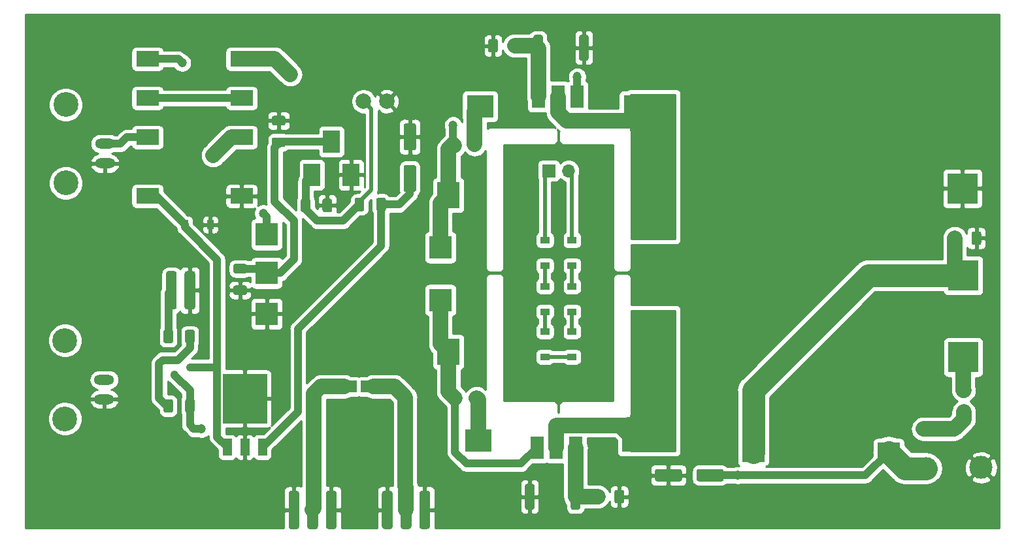
<source format=gtl>
G04 #@! TF.GenerationSoftware,KiCad,Pcbnew,5.1.12-unknown-nightly-202202221509*
G04 #@! TF.CreationDate,2022-06-26T13:04:49-04:00*
G04 #@! TF.ProjectId,70W-Amplifier,3730572d-416d-4706-9c69-666965722e6b,rev?*
G04 #@! TF.SameCoordinates,Original*
G04 #@! TF.FileFunction,Copper,L1,Top*
G04 #@! TF.FilePolarity,Positive*
%FSLAX46Y46*%
G04 Gerber Fmt 4.6, Leading zero omitted, Abs format (unit mm)*
G04 Created by KiCad (PCBNEW 5.1.12-unknown-nightly-202202221509) date 2022-06-26 13:04:49*
%MOMM*%
%LPD*%
G01*
G04 APERTURE LIST*
G04 #@! TA.AperFunction,SMDPad,CuDef*
%ADD10R,0.900000X1.200000*%
G04 #@! TD*
G04 #@! TA.AperFunction,SMDPad,CuDef*
%ADD11R,1.200000X0.900000*%
G04 #@! TD*
G04 #@! TA.AperFunction,SMDPad,CuDef*
%ADD12C,2.000000*%
G04 #@! TD*
G04 #@! TA.AperFunction,ComponentPad*
%ADD13O,1.700000X1.700000*%
G04 #@! TD*
G04 #@! TA.AperFunction,ComponentPad*
%ADD14R,1.700000X1.700000*%
G04 #@! TD*
G04 #@! TA.AperFunction,SMDPad,CuDef*
%ADD15C,3.000000*%
G04 #@! TD*
G04 #@! TA.AperFunction,SMDPad,CuDef*
%ADD16R,3.000000X2.500000*%
G04 #@! TD*
G04 #@! TA.AperFunction,SMDPad,CuDef*
%ADD17R,3.000000X3.500000*%
G04 #@! TD*
G04 #@! TA.AperFunction,SMDPad,CuDef*
%ADD18R,3.500000X3.000000*%
G04 #@! TD*
G04 #@! TA.AperFunction,SMDPad,CuDef*
%ADD19R,3.000000X2.000000*%
G04 #@! TD*
G04 #@! TA.AperFunction,SMDPad,CuDef*
%ADD20R,2.200000X3.000000*%
G04 #@! TD*
G04 #@! TA.AperFunction,SMDPad,CuDef*
%ADD21R,1.750000X3.000000*%
G04 #@! TD*
G04 #@! TA.AperFunction,SMDPad,CuDef*
%ADD22R,4.000000X4.000000*%
G04 #@! TD*
G04 #@! TA.AperFunction,SMDPad,CuDef*
%ADD23R,0.900000X0.800000*%
G04 #@! TD*
G04 #@! TA.AperFunction,SMDPad,CuDef*
%ADD24R,3.000000X3.000000*%
G04 #@! TD*
G04 #@! TA.AperFunction,SMDPad,CuDef*
%ADD25R,5.800000X6.400000*%
G04 #@! TD*
G04 #@! TA.AperFunction,SMDPad,CuDef*
%ADD26R,1.200000X2.200000*%
G04 #@! TD*
G04 #@! TA.AperFunction,ComponentPad*
%ADD27O,2.616000X1.308000*%
G04 #@! TD*
G04 #@! TA.AperFunction,ComponentPad*
%ADD28C,3.216000*%
G04 #@! TD*
G04 #@! TA.AperFunction,SMDPad,CuDef*
%ADD29R,3.250000X1.500000*%
G04 #@! TD*
G04 #@! TA.AperFunction,ViaPad*
%ADD30C,0.800000*%
G04 #@! TD*
G04 #@! TA.AperFunction,ViaPad*
%ADD31C,1.200000*%
G04 #@! TD*
G04 #@! TA.AperFunction,Conductor*
%ADD32C,2.000000*%
G04 #@! TD*
G04 #@! TA.AperFunction,Conductor*
%ADD33C,3.000000*%
G04 #@! TD*
G04 #@! TA.AperFunction,Conductor*
%ADD34C,1.000000*%
G04 #@! TD*
G04 #@! TA.AperFunction,Conductor*
%ADD35C,0.500000*%
G04 #@! TD*
G04 #@! TA.AperFunction,Conductor*
%ADD36C,0.254000*%
G04 #@! TD*
G04 #@! TA.AperFunction,Conductor*
%ADD37C,0.100000*%
G04 #@! TD*
G04 APERTURE END LIST*
D10*
X107150000Y-75500000D03*
X103850000Y-75500000D03*
D11*
X150500000Y-92650000D03*
X150500000Y-89350000D03*
X154000000Y-89350000D03*
X154000000Y-92650000D03*
X150500000Y-86800000D03*
X150500000Y-83500000D03*
X154000000Y-83500000D03*
X154000000Y-86800000D03*
X150500000Y-80800000D03*
X150500000Y-77500000D03*
X154000000Y-77500000D03*
X154000000Y-80800000D03*
D12*
X130000000Y-59500000D03*
X127000000Y-59500000D03*
D13*
X153540000Y-68500000D03*
D14*
X151000000Y-68500000D03*
G04 #@! TA.AperFunction,SMDPad,CuDef*
G36*
G01*
X205375000Y-97625000D02*
X204125000Y-97625000D01*
G75*
G02*
X203875000Y-97375000I0J250000D01*
G01*
X203875000Y-96625000D01*
G75*
G02*
X204125000Y-96375000I250000J0D01*
G01*
X205375000Y-96375000D01*
G75*
G02*
X205625000Y-96625000I0J-250000D01*
G01*
X205625000Y-97375000D01*
G75*
G02*
X205375000Y-97625000I-250000J0D01*
G01*
G37*
G04 #@! TD.AperFunction*
G04 #@! TA.AperFunction,SMDPad,CuDef*
G36*
G01*
X205375000Y-100425000D02*
X204125000Y-100425000D01*
G75*
G02*
X203875000Y-100175000I0J250000D01*
G01*
X203875000Y-99425000D01*
G75*
G02*
X204125000Y-99175000I250000J0D01*
G01*
X205375000Y-99175000D01*
G75*
G02*
X205625000Y-99425000I0J-250000D01*
G01*
X205625000Y-100175000D01*
G75*
G02*
X205375000Y-100425000I-250000J0D01*
G01*
G37*
G04 #@! TD.AperFunction*
G04 #@! TA.AperFunction,SMDPad,CuDef*
G36*
G01*
X133550000Y-65850000D02*
X132450000Y-65850000D01*
G75*
G02*
X132200000Y-65600000I0J250000D01*
G01*
X132200000Y-62600000D01*
G75*
G02*
X132450000Y-62350000I250000J0D01*
G01*
X133550000Y-62350000D01*
G75*
G02*
X133800000Y-62600000I0J-250000D01*
G01*
X133800000Y-65600000D01*
G75*
G02*
X133550000Y-65850000I-250000J0D01*
G01*
G37*
G04 #@! TD.AperFunction*
G04 #@! TA.AperFunction,SMDPad,CuDef*
G36*
G01*
X133550000Y-71250000D02*
X132450000Y-71250000D01*
G75*
G02*
X132200000Y-71000000I0J250000D01*
G01*
X132200000Y-68000000D01*
G75*
G02*
X132450000Y-67750000I250000J0D01*
G01*
X133550000Y-67750000D01*
G75*
G02*
X133800000Y-68000000I0J-250000D01*
G01*
X133800000Y-71000000D01*
G75*
G02*
X133550000Y-71250000I-250000J0D01*
G01*
G37*
G04 #@! TD.AperFunction*
G04 #@! TA.AperFunction,SMDPad,CuDef*
G36*
G01*
X102450000Y-86500000D02*
X101750000Y-86500000D01*
G75*
G02*
X101400000Y-86150000I0J350000D01*
G01*
X101400000Y-81850000D01*
G75*
G02*
X101750000Y-81500000I350000J0D01*
G01*
X102450000Y-81500000D01*
G75*
G02*
X102800000Y-81850000I0J-350000D01*
G01*
X102800000Y-86150000D01*
G75*
G02*
X102450000Y-86500000I-350000J0D01*
G01*
G37*
G04 #@! TD.AperFunction*
G04 #@! TA.AperFunction,SMDPad,CuDef*
G36*
G01*
X104850000Y-86500000D02*
X104150000Y-86500000D01*
G75*
G02*
X103800000Y-86150000I0J350000D01*
G01*
X103800000Y-81850000D01*
G75*
G02*
X104150000Y-81500000I350000J0D01*
G01*
X104850000Y-81500000D01*
G75*
G02*
X105200000Y-81850000I0J-350000D01*
G01*
X105200000Y-86150000D01*
G75*
G02*
X104850000Y-86500000I-350000J0D01*
G01*
G37*
G04 #@! TD.AperFunction*
D15*
X199900000Y-107100000D03*
X207000000Y-107000000D03*
D16*
X177500000Y-105000000D03*
X195026000Y-105000000D03*
D17*
X138000000Y-71680000D03*
X138000000Y-92000000D03*
D18*
X141854000Y-103500000D03*
X162174000Y-103500000D03*
X142092000Y-60158000D03*
X162412000Y-60158000D03*
D19*
X99000000Y-64160000D03*
X99000000Y-59080000D03*
X99000000Y-54000000D03*
X111192000Y-54000000D03*
X111192000Y-59080000D03*
X111192000Y-64160000D03*
X99000000Y-71780000D03*
X111192000Y-71780000D03*
D20*
X122834000Y-64714000D03*
X125374000Y-69032000D03*
X120294000Y-69032000D03*
G04 #@! TA.AperFunction,SMDPad,CuDef*
G36*
G01*
X149140000Y-109358999D02*
X149140000Y-112209001D01*
G75*
G02*
X148890001Y-112459000I-249999J0D01*
G01*
X148164999Y-112459000D01*
G75*
G02*
X147915000Y-112209001I0J249999D01*
G01*
X147915000Y-109358999D01*
G75*
G02*
X148164999Y-109109000I249999J0D01*
G01*
X148890001Y-109109000D01*
G75*
G02*
X149140000Y-109358999I0J-249999D01*
G01*
G37*
G04 #@! TD.AperFunction*
G04 #@! TA.AperFunction,SMDPad,CuDef*
G36*
G01*
X155065000Y-109358999D02*
X155065000Y-112209001D01*
G75*
G02*
X154815001Y-112459000I-249999J0D01*
G01*
X154089999Y-112459000D01*
G75*
G02*
X153840000Y-112209001I0J249999D01*
G01*
X153840000Y-109358999D01*
G75*
G02*
X154089999Y-109109000I249999J0D01*
G01*
X154815001Y-109109000D01*
G75*
G02*
X155065000Y-109358999I0J-249999D01*
G01*
G37*
G04 #@! TD.AperFunction*
G04 #@! TA.AperFunction,SMDPad,CuDef*
G36*
G01*
X154928500Y-53963001D02*
X154928500Y-51112999D01*
G75*
G02*
X155178499Y-50863000I249999J0D01*
G01*
X155903501Y-50863000D01*
G75*
G02*
X156153500Y-51112999I0J-249999D01*
G01*
X156153500Y-53963001D01*
G75*
G02*
X155903501Y-54213000I-249999J0D01*
G01*
X155178499Y-54213000D01*
G75*
G02*
X154928500Y-53963001I0J249999D01*
G01*
G37*
G04 #@! TD.AperFunction*
G04 #@! TA.AperFunction,SMDPad,CuDef*
G36*
G01*
X149003500Y-53963001D02*
X149003500Y-51112999D01*
G75*
G02*
X149253499Y-50863000I249999J0D01*
G01*
X149978501Y-50863000D01*
G75*
G02*
X150228500Y-51112999I0J-249999D01*
G01*
X150228500Y-53963001D01*
G75*
G02*
X149978501Y-54213000I-249999J0D01*
G01*
X149253499Y-54213000D01*
G75*
G02*
X149003500Y-53963001I0J249999D01*
G01*
G37*
G04 #@! TD.AperFunction*
G04 #@! TA.AperFunction,SMDPad,CuDef*
G36*
G01*
X157957000Y-110159000D02*
X157957000Y-111409000D01*
G75*
G02*
X157707000Y-111659000I-250000J0D01*
G01*
X156957000Y-111659000D01*
G75*
G02*
X156707000Y-111409000I0J250000D01*
G01*
X156707000Y-110159000D01*
G75*
G02*
X156957000Y-109909000I250000J0D01*
G01*
X157707000Y-109909000D01*
G75*
G02*
X157957000Y-110159000I0J-250000D01*
G01*
G37*
G04 #@! TD.AperFunction*
G04 #@! TA.AperFunction,SMDPad,CuDef*
G36*
G01*
X160757000Y-110159000D02*
X160757000Y-111409000D01*
G75*
G02*
X160507000Y-111659000I-250000J0D01*
G01*
X159757000Y-111659000D01*
G75*
G02*
X159507000Y-111409000I0J250000D01*
G01*
X159507000Y-110159000D01*
G75*
G02*
X159757000Y-109909000I250000J0D01*
G01*
X160507000Y-109909000D01*
G75*
G02*
X160757000Y-110159000I0J-250000D01*
G01*
G37*
G04 #@! TD.AperFunction*
G04 #@! TA.AperFunction,SMDPad,CuDef*
G36*
G01*
X145949000Y-52909000D02*
X145949000Y-51659000D01*
G75*
G02*
X146199000Y-51409000I250000J0D01*
G01*
X146949000Y-51409000D01*
G75*
G02*
X147199000Y-51659000I0J-250000D01*
G01*
X147199000Y-52909000D01*
G75*
G02*
X146949000Y-53159000I-250000J0D01*
G01*
X146199000Y-53159000D01*
G75*
G02*
X145949000Y-52909000I0J250000D01*
G01*
G37*
G04 #@! TD.AperFunction*
G04 #@! TA.AperFunction,SMDPad,CuDef*
G36*
G01*
X143149000Y-52909000D02*
X143149000Y-51659000D01*
G75*
G02*
X143399000Y-51409000I250000J0D01*
G01*
X144149000Y-51409000D01*
G75*
G02*
X144399000Y-51659000I0J-250000D01*
G01*
X144399000Y-52909000D01*
G75*
G02*
X144149000Y-53159000I-250000J0D01*
G01*
X143399000Y-53159000D01*
G75*
G02*
X143149000Y-52909000I0J250000D01*
G01*
G37*
G04 #@! TD.AperFunction*
D21*
X154500000Y-104434000D03*
X151970160Y-104434000D03*
X149473340Y-104434000D03*
X149661200Y-58888000D03*
X152191040Y-58888000D03*
X154687860Y-58888000D03*
D22*
X165000000Y-75000000D03*
X165000000Y-88800000D03*
X204600000Y-70800000D03*
X204700000Y-82100000D03*
X204700000Y-92700000D03*
G04 #@! TA.AperFunction,SMDPad,CuDef*
G36*
G01*
X117629680Y-110012700D02*
X118329680Y-110012700D01*
G75*
G02*
X118679680Y-110362700I0J-350000D01*
G01*
X118679680Y-114662700D01*
G75*
G02*
X118329680Y-115012700I-350000J0D01*
G01*
X117629680Y-115012700D01*
G75*
G02*
X117279680Y-114662700I0J350000D01*
G01*
X117279680Y-110362700D01*
G75*
G02*
X117629680Y-110012700I350000J0D01*
G01*
G37*
G04 #@! TD.AperFunction*
G04 #@! TA.AperFunction,SMDPad,CuDef*
G36*
G01*
X122470920Y-109994920D02*
X123170920Y-109994920D01*
G75*
G02*
X123520920Y-110344920I0J-350000D01*
G01*
X123520920Y-114644920D01*
G75*
G02*
X123170920Y-114994920I-350000J0D01*
G01*
X122470920Y-114994920D01*
G75*
G02*
X122120920Y-114644920I0J350000D01*
G01*
X122120920Y-110344920D01*
G75*
G02*
X122470920Y-109994920I350000J0D01*
G01*
G37*
G04 #@! TD.AperFunction*
G04 #@! TA.AperFunction,SMDPad,CuDef*
G36*
G01*
X120050300Y-110012700D02*
X120750300Y-110012700D01*
G75*
G02*
X121100300Y-110362700I0J-350000D01*
G01*
X121100300Y-114662700D01*
G75*
G02*
X120750300Y-115012700I-350000J0D01*
G01*
X120050300Y-115012700D01*
G75*
G02*
X119700300Y-114662700I0J350000D01*
G01*
X119700300Y-110362700D01*
G75*
G02*
X120050300Y-110012700I350000J0D01*
G01*
G37*
G04 #@! TD.AperFunction*
G04 #@! TA.AperFunction,SMDPad,CuDef*
G36*
G01*
X129729380Y-110000000D02*
X130429380Y-110000000D01*
G75*
G02*
X130779380Y-110350000I0J-350000D01*
G01*
X130779380Y-114650000D01*
G75*
G02*
X130429380Y-115000000I-350000J0D01*
G01*
X129729380Y-115000000D01*
G75*
G02*
X129379380Y-114650000I0J350000D01*
G01*
X129379380Y-110350000D01*
G75*
G02*
X129729380Y-110000000I350000J0D01*
G01*
G37*
G04 #@! TD.AperFunction*
G04 #@! TA.AperFunction,SMDPad,CuDef*
G36*
G01*
X134570620Y-109982220D02*
X135270620Y-109982220D01*
G75*
G02*
X135620620Y-110332220I0J-350000D01*
G01*
X135620620Y-114632220D01*
G75*
G02*
X135270620Y-114982220I-350000J0D01*
G01*
X134570620Y-114982220D01*
G75*
G02*
X134220620Y-114632220I0J350000D01*
G01*
X134220620Y-110332220D01*
G75*
G02*
X134570620Y-109982220I350000J0D01*
G01*
G37*
G04 #@! TD.AperFunction*
G04 #@! TA.AperFunction,SMDPad,CuDef*
G36*
G01*
X132150000Y-110000000D02*
X132850000Y-110000000D01*
G75*
G02*
X133200000Y-110350000I0J-350000D01*
G01*
X133200000Y-114650000D01*
G75*
G02*
X132850000Y-115000000I-350000J0D01*
G01*
X132150000Y-115000000D01*
G75*
G02*
X131800000Y-114650000I0J350000D01*
G01*
X131800000Y-110350000D01*
G75*
G02*
X132150000Y-110000000I350000J0D01*
G01*
G37*
G04 #@! TD.AperFunction*
D23*
X104500000Y-94000000D03*
X102500000Y-94950000D03*
X102500000Y-93050000D03*
D24*
X136962000Y-85266000D03*
X136962000Y-78466000D03*
X114462000Y-81766000D03*
X114462000Y-87066000D03*
X114462000Y-76766000D03*
D25*
X111618000Y-98056000D03*
D26*
X113898000Y-104356000D03*
X111618000Y-104356000D03*
X109338000Y-104356000D03*
D27*
X93500000Y-65000000D03*
X93500000Y-67540000D03*
D28*
X88420000Y-70080000D03*
X88420000Y-59920000D03*
D27*
X93400000Y-95600000D03*
X93400000Y-98140000D03*
D28*
X88320000Y-100680000D03*
X88320000Y-90520000D03*
G04 #@! TA.AperFunction,SMDPad,CuDef*
G36*
G01*
X128648000Y-73502000D02*
X128648000Y-72252000D01*
G75*
G02*
X128898000Y-72002000I250000J0D01*
G01*
X129648000Y-72002000D01*
G75*
G02*
X129898000Y-72252000I0J-250000D01*
G01*
X129898000Y-73502000D01*
G75*
G02*
X129648000Y-73752000I-250000J0D01*
G01*
X128898000Y-73752000D01*
G75*
G02*
X128648000Y-73502000I0J250000D01*
G01*
G37*
G04 #@! TD.AperFunction*
G04 #@! TA.AperFunction,SMDPad,CuDef*
G36*
G01*
X125848000Y-73502000D02*
X125848000Y-72252000D01*
G75*
G02*
X126098000Y-72002000I250000J0D01*
G01*
X126848000Y-72002000D01*
G75*
G02*
X127098000Y-72252000I0J-250000D01*
G01*
X127098000Y-73502000D01*
G75*
G02*
X126848000Y-73752000I-250000J0D01*
G01*
X126098000Y-73752000D01*
G75*
G02*
X125848000Y-73502000I0J250000D01*
G01*
G37*
G04 #@! TD.AperFunction*
G04 #@! TA.AperFunction,SMDPad,CuDef*
G36*
G01*
X111625000Y-81825000D02*
X110375000Y-81825000D01*
G75*
G02*
X110125000Y-81575000I0J250000D01*
G01*
X110125000Y-80825000D01*
G75*
G02*
X110375000Y-80575000I250000J0D01*
G01*
X111625000Y-80575000D01*
G75*
G02*
X111875000Y-80825000I0J-250000D01*
G01*
X111875000Y-81575000D01*
G75*
G02*
X111625000Y-81825000I-250000J0D01*
G01*
G37*
G04 #@! TD.AperFunction*
G04 #@! TA.AperFunction,SMDPad,CuDef*
G36*
G01*
X111625000Y-84625000D02*
X110375000Y-84625000D01*
G75*
G02*
X110125000Y-84375000I0J250000D01*
G01*
X110125000Y-83625000D01*
G75*
G02*
X110375000Y-83375000I250000J0D01*
G01*
X111625000Y-83375000D01*
G75*
G02*
X111875000Y-83625000I0J-250000D01*
G01*
X111875000Y-84375000D01*
G75*
G02*
X111625000Y-84625000I-250000J0D01*
G01*
G37*
G04 #@! TD.AperFunction*
G04 #@! TA.AperFunction,SMDPad,CuDef*
G36*
G01*
X103875000Y-90625000D02*
X103875000Y-89375000D01*
G75*
G02*
X104125000Y-89125000I250000J0D01*
G01*
X104875000Y-89125000D01*
G75*
G02*
X105125000Y-89375000I0J-250000D01*
G01*
X105125000Y-90625000D01*
G75*
G02*
X104875000Y-90875000I-250000J0D01*
G01*
X104125000Y-90875000D01*
G75*
G02*
X103875000Y-90625000I0J250000D01*
G01*
G37*
G04 #@! TD.AperFunction*
G04 #@! TA.AperFunction,SMDPad,CuDef*
G36*
G01*
X101075000Y-90625000D02*
X101075000Y-89375000D01*
G75*
G02*
X101325000Y-89125000I250000J0D01*
G01*
X102075000Y-89125000D01*
G75*
G02*
X102325000Y-89375000I0J-250000D01*
G01*
X102325000Y-90625000D01*
G75*
G02*
X102075000Y-90875000I-250000J0D01*
G01*
X101325000Y-90875000D01*
G75*
G02*
X101075000Y-90625000I0J250000D01*
G01*
G37*
G04 #@! TD.AperFunction*
G04 #@! TA.AperFunction,SMDPad,CuDef*
G36*
G01*
X103875000Y-99625000D02*
X103875000Y-98375000D01*
G75*
G02*
X104125000Y-98125000I250000J0D01*
G01*
X104875000Y-98125000D01*
G75*
G02*
X105125000Y-98375000I0J-250000D01*
G01*
X105125000Y-99625000D01*
G75*
G02*
X104875000Y-99875000I-250000J0D01*
G01*
X104125000Y-99875000D01*
G75*
G02*
X103875000Y-99625000I0J250000D01*
G01*
G37*
G04 #@! TD.AperFunction*
G04 #@! TA.AperFunction,SMDPad,CuDef*
G36*
G01*
X101075000Y-99625000D02*
X101075000Y-98375000D01*
G75*
G02*
X101325000Y-98125000I250000J0D01*
G01*
X102075000Y-98125000D01*
G75*
G02*
X102325000Y-98375000I0J-250000D01*
G01*
X102325000Y-99625000D01*
G75*
G02*
X102075000Y-99875000I-250000J0D01*
G01*
X101325000Y-99875000D01*
G75*
G02*
X101075000Y-99625000I0J250000D01*
G01*
G37*
G04 #@! TD.AperFunction*
D29*
X124500000Y-96500000D03*
X128250000Y-96500000D03*
G04 #@! TA.AperFunction,SMDPad,CuDef*
G36*
G01*
X168250000Y-107450000D02*
X168250000Y-108550000D01*
G75*
G02*
X168000000Y-108800000I-250000J0D01*
G01*
X165000000Y-108800000D01*
G75*
G02*
X164750000Y-108550000I0J250000D01*
G01*
X164750000Y-107450000D01*
G75*
G02*
X165000000Y-107200000I250000J0D01*
G01*
X168000000Y-107200000D01*
G75*
G02*
X168250000Y-107450000I0J-250000D01*
G01*
G37*
G04 #@! TD.AperFunction*
G04 #@! TA.AperFunction,SMDPad,CuDef*
G36*
G01*
X173650000Y-107450000D02*
X173650000Y-108550000D01*
G75*
G02*
X173400000Y-108800000I-250000J0D01*
G01*
X170400000Y-108800000D01*
G75*
G02*
X170150000Y-108550000I0J250000D01*
G01*
X170150000Y-107450000D01*
G75*
G02*
X170400000Y-107200000I250000J0D01*
G01*
X173400000Y-107200000D01*
G75*
G02*
X173650000Y-107450000I0J-250000D01*
G01*
G37*
G04 #@! TD.AperFunction*
G04 #@! TA.AperFunction,SMDPad,CuDef*
G36*
G01*
X141025000Y-98625000D02*
X141025000Y-97375000D01*
G75*
G02*
X141275000Y-97125000I250000J0D01*
G01*
X142025000Y-97125000D01*
G75*
G02*
X142275000Y-97375000I0J-250000D01*
G01*
X142275000Y-98625000D01*
G75*
G02*
X142025000Y-98875000I-250000J0D01*
G01*
X141275000Y-98875000D01*
G75*
G02*
X141025000Y-98625000I0J250000D01*
G01*
G37*
G04 #@! TD.AperFunction*
G04 #@! TA.AperFunction,SMDPad,CuDef*
G36*
G01*
X138225000Y-98625000D02*
X138225000Y-97375000D01*
G75*
G02*
X138475000Y-97125000I250000J0D01*
G01*
X139225000Y-97125000D01*
G75*
G02*
X139475000Y-97375000I0J-250000D01*
G01*
X139475000Y-98625000D01*
G75*
G02*
X139225000Y-98875000I-250000J0D01*
G01*
X138475000Y-98875000D01*
G75*
G02*
X138225000Y-98625000I0J250000D01*
G01*
G37*
G04 #@! TD.AperFunction*
G04 #@! TA.AperFunction,SMDPad,CuDef*
G36*
G01*
X139221000Y-64467000D02*
X139221000Y-65717000D01*
G75*
G02*
X138971000Y-65967000I-250000J0D01*
G01*
X138221000Y-65967000D01*
G75*
G02*
X137971000Y-65717000I0J250000D01*
G01*
X137971000Y-64467000D01*
G75*
G02*
X138221000Y-64217000I250000J0D01*
G01*
X138971000Y-64217000D01*
G75*
G02*
X139221000Y-64467000I0J-250000D01*
G01*
G37*
G04 #@! TD.AperFunction*
G04 #@! TA.AperFunction,SMDPad,CuDef*
G36*
G01*
X142021000Y-64467000D02*
X142021000Y-65717000D01*
G75*
G02*
X141771000Y-65967000I-250000J0D01*
G01*
X141021000Y-65967000D01*
G75*
G02*
X140771000Y-65717000I0J250000D01*
G01*
X140771000Y-64467000D01*
G75*
G02*
X141021000Y-64217000I250000J0D01*
G01*
X141771000Y-64217000D01*
G75*
G02*
X142021000Y-64467000I0J-250000D01*
G01*
G37*
G04 #@! TD.AperFunction*
G04 #@! TA.AperFunction,SMDPad,CuDef*
G36*
G01*
X116625000Y-62625000D02*
X115375000Y-62625000D01*
G75*
G02*
X115125000Y-62375000I0J250000D01*
G01*
X115125000Y-61625000D01*
G75*
G02*
X115375000Y-61375000I250000J0D01*
G01*
X116625000Y-61375000D01*
G75*
G02*
X116875000Y-61625000I0J-250000D01*
G01*
X116875000Y-62375000D01*
G75*
G02*
X116625000Y-62625000I-250000J0D01*
G01*
G37*
G04 #@! TD.AperFunction*
G04 #@! TA.AperFunction,SMDPad,CuDef*
G36*
G01*
X116625000Y-65425000D02*
X115375000Y-65425000D01*
G75*
G02*
X115125000Y-65175000I0J250000D01*
G01*
X115125000Y-64425000D01*
G75*
G02*
X115375000Y-64175000I250000J0D01*
G01*
X116625000Y-64175000D01*
G75*
G02*
X116875000Y-64425000I0J-250000D01*
G01*
X116875000Y-65175000D01*
G75*
G02*
X116625000Y-65425000I-250000J0D01*
G01*
G37*
G04 #@! TD.AperFunction*
G04 #@! TA.AperFunction,SMDPad,CuDef*
G36*
G01*
X121675000Y-73625000D02*
X121675000Y-72375000D01*
G75*
G02*
X121925000Y-72125000I250000J0D01*
G01*
X122675000Y-72125000D01*
G75*
G02*
X122925000Y-72375000I0J-250000D01*
G01*
X122925000Y-73625000D01*
G75*
G02*
X122675000Y-73875000I-250000J0D01*
G01*
X121925000Y-73875000D01*
G75*
G02*
X121675000Y-73625000I0J250000D01*
G01*
G37*
G04 #@! TD.AperFunction*
G04 #@! TA.AperFunction,SMDPad,CuDef*
G36*
G01*
X118875000Y-73625000D02*
X118875000Y-72375000D01*
G75*
G02*
X119125000Y-72125000I250000J0D01*
G01*
X119875000Y-72125000D01*
G75*
G02*
X120125000Y-72375000I0J-250000D01*
G01*
X120125000Y-73625000D01*
G75*
G02*
X119875000Y-73875000I-250000J0D01*
G01*
X119125000Y-73875000D01*
G75*
G02*
X118875000Y-73625000I0J250000D01*
G01*
G37*
G04 #@! TD.AperFunction*
G04 #@! TA.AperFunction,SMDPad,CuDef*
G36*
G01*
X205775000Y-77875000D02*
X205775000Y-76625000D01*
G75*
G02*
X206025000Y-76375000I250000J0D01*
G01*
X206775000Y-76375000D01*
G75*
G02*
X207025000Y-76625000I0J-250000D01*
G01*
X207025000Y-77875000D01*
G75*
G02*
X206775000Y-78125000I-250000J0D01*
G01*
X206025000Y-78125000D01*
G75*
G02*
X205775000Y-77875000I0J250000D01*
G01*
G37*
G04 #@! TD.AperFunction*
G04 #@! TA.AperFunction,SMDPad,CuDef*
G36*
G01*
X202975000Y-77875000D02*
X202975000Y-76625000D01*
G75*
G02*
X203225000Y-76375000I250000J0D01*
G01*
X203975000Y-76375000D01*
G75*
G02*
X204225000Y-76625000I0J-250000D01*
G01*
X204225000Y-77875000D01*
G75*
G02*
X203975000Y-78125000I-250000J0D01*
G01*
X203225000Y-78125000D01*
G75*
G02*
X202975000Y-77875000I0J250000D01*
G01*
G37*
G04 #@! TD.AperFunction*
D30*
X104500000Y-49500000D03*
X109500000Y-49500000D03*
X104500000Y-53000000D03*
X99500000Y-49500000D03*
X94500000Y-53000000D03*
X94500000Y-49500000D03*
X84500000Y-53000000D03*
X89500000Y-49500000D03*
X89500000Y-53000000D03*
X84500000Y-49500000D03*
X109500000Y-112500000D03*
X109500000Y-109000000D03*
X99500000Y-112500000D03*
X104500000Y-109000000D03*
X104500000Y-112500000D03*
X94500000Y-109000000D03*
X94500000Y-112500000D03*
X99500000Y-109000000D03*
X132500000Y-91500000D03*
X127000000Y-91500000D03*
X132500000Y-84500000D03*
X127000000Y-84500000D03*
X127000000Y-88000000D03*
X132500000Y-88000000D03*
X151000000Y-113000000D03*
X112000000Y-95500000D03*
X112000000Y-99000000D03*
X126500000Y-110000000D03*
X94500000Y-105000000D03*
X99500000Y-105000000D03*
X104500000Y-105000000D03*
X179000000Y-65500000D03*
X174000000Y-49500000D03*
X174000000Y-65500000D03*
X189000000Y-61500000D03*
X194000000Y-53500000D03*
X184000000Y-49500000D03*
X194000000Y-57500000D03*
X169000000Y-53500000D03*
X194000000Y-49500000D03*
X189000000Y-65500000D03*
X169000000Y-57500000D03*
X169000000Y-49500000D03*
X179000000Y-49500000D03*
X189000000Y-53500000D03*
X169000000Y-65500000D03*
X194000000Y-65500000D03*
X184000000Y-65500000D03*
X184000000Y-61500000D03*
X184000000Y-57500000D03*
X179000000Y-57500000D03*
X174000000Y-57500000D03*
X194000000Y-61500000D03*
X174000000Y-53500000D03*
X189000000Y-57500000D03*
X169000000Y-61500000D03*
X179000000Y-61500000D03*
X189000000Y-49500000D03*
X184000000Y-53500000D03*
X174000000Y-61500000D03*
X179000000Y-53500000D03*
X204000000Y-49500000D03*
X199000000Y-65500000D03*
X199000000Y-53500000D03*
X204000000Y-61500000D03*
X199000000Y-57500000D03*
X204000000Y-65500000D03*
X204000000Y-57500000D03*
X199000000Y-49500000D03*
X199000000Y-61500000D03*
X204000000Y-53500000D03*
X120000000Y-49500000D03*
X135000000Y-57500000D03*
X135000000Y-53500000D03*
X125000000Y-53500000D03*
X135000000Y-49500000D03*
X130000000Y-53500000D03*
X125000000Y-57500000D03*
X130000000Y-57500000D03*
X130000000Y-49500000D03*
X115000000Y-49500000D03*
X120000000Y-53500000D03*
X125000000Y-49500000D03*
X184000000Y-74000000D03*
X179000000Y-78000000D03*
X169000000Y-78000000D03*
X174000000Y-74000000D03*
X169000000Y-70000000D03*
X179000000Y-74000000D03*
X179000000Y-70000000D03*
X184000000Y-70000000D03*
X174000000Y-78000000D03*
X184000000Y-78000000D03*
X174000000Y-70000000D03*
X169000000Y-74000000D03*
X169000000Y-83000000D03*
X169000000Y-87000000D03*
X174000000Y-91000000D03*
X179000000Y-87000000D03*
X174000000Y-83000000D03*
X179000000Y-83000000D03*
X169000000Y-91000000D03*
X179000000Y-91000000D03*
X174000000Y-87000000D03*
X189000000Y-78000000D03*
X199000000Y-74000000D03*
X189000000Y-70000000D03*
X189000000Y-74000000D03*
X194000000Y-70000000D03*
X199000000Y-78000000D03*
X194000000Y-74000000D03*
X194000000Y-78000000D03*
X199000000Y-70000000D03*
X130000000Y-61500000D03*
X125000000Y-61500000D03*
X135000000Y-61500000D03*
X84500000Y-56500000D03*
X94500000Y-56500000D03*
X89500000Y-56500000D03*
X84500000Y-77500000D03*
X89500000Y-74000000D03*
X94500000Y-77500000D03*
X94500000Y-74000000D03*
X84500000Y-81000000D03*
X89500000Y-77500000D03*
X84500000Y-74000000D03*
X89500000Y-81000000D03*
X94500000Y-81000000D03*
X89500000Y-84500000D03*
X94500000Y-84500000D03*
X84500000Y-84500000D03*
X84500000Y-109000000D03*
X84500000Y-112500000D03*
X89500000Y-109000000D03*
X84500000Y-105000000D03*
X89500000Y-105000000D03*
X89500000Y-112500000D03*
X189000000Y-98000000D03*
X199000000Y-94000000D03*
X189000000Y-90000000D03*
X189000000Y-94000000D03*
X194000000Y-90000000D03*
X199000000Y-98000000D03*
X194000000Y-94000000D03*
X194000000Y-98000000D03*
X199000000Y-90000000D03*
D31*
X154687860Y-56312140D03*
X138596000Y-62596000D03*
X106000000Y-102000000D03*
X175500000Y-108000000D03*
X121500000Y-96500000D03*
X117750000Y-56250000D03*
X107500000Y-66500000D03*
X114000000Y-74000000D03*
X103500000Y-54500000D03*
X132400300Y-97900300D03*
X199500000Y-102000000D03*
D32*
X203600000Y-81000000D02*
X203600000Y-77250000D01*
X204700000Y-82100000D02*
X203600000Y-81000000D01*
D33*
X177500000Y-105000000D02*
X177500000Y-97000000D01*
X192400000Y-82100000D02*
X204700000Y-82100000D01*
X177500000Y-97000000D02*
X192400000Y-82100000D01*
D34*
X119500000Y-73000000D02*
X119500000Y-73500000D01*
X119500000Y-73500000D02*
X121000000Y-75000000D01*
X124350000Y-75000000D02*
X126473000Y-72877000D01*
X121000000Y-75000000D02*
X124350000Y-75000000D01*
X119500000Y-69826000D02*
X120294000Y-69032000D01*
X119500000Y-73000000D02*
X119500000Y-69826000D01*
D35*
X127000000Y-59500000D02*
X128000000Y-60500000D01*
X128000000Y-60500000D02*
X128000000Y-71000000D01*
X126473000Y-72527000D02*
X126473000Y-72877000D01*
X128000000Y-71000000D02*
X126473000Y-72527000D01*
D34*
X113989000Y-81293000D02*
X114462000Y-81766000D01*
X116286000Y-64714000D02*
X115500000Y-65500000D01*
X122834000Y-64714000D02*
X116286000Y-64714000D01*
X115500000Y-65500000D02*
X115500000Y-72500000D01*
X115500000Y-72500000D02*
X118000000Y-75000000D01*
X118000000Y-75000000D02*
X118000000Y-80000000D01*
X116234000Y-81766000D02*
X114462000Y-81766000D01*
X118000000Y-80000000D02*
X116234000Y-81766000D01*
X113896000Y-81200000D02*
X114462000Y-81766000D01*
X111000000Y-81200000D02*
X113896000Y-81200000D01*
D32*
X138726000Y-65222000D02*
X138596000Y-65092000D01*
D34*
X154687860Y-58888000D02*
X154687860Y-56312140D01*
X154687860Y-56312140D02*
X154687860Y-56187860D01*
X138596000Y-65092000D02*
X138596000Y-62596000D01*
X138596000Y-62596000D02*
X138596000Y-62596000D01*
D32*
X136962000Y-72718000D02*
X138000000Y-71680000D01*
X136962000Y-78466000D02*
X136962000Y-72718000D01*
X138000000Y-65688000D02*
X138596000Y-65092000D01*
X138000000Y-71680000D02*
X138000000Y-65688000D01*
X141396000Y-60854000D02*
X142092000Y-60158000D01*
X141396000Y-65092000D02*
X141396000Y-60854000D01*
X141854000Y-103500000D02*
X141854000Y-102704000D01*
X141854000Y-98204000D02*
X141650000Y-98000000D01*
X141854000Y-103500000D02*
X141854000Y-98204000D01*
X138726000Y-97876000D02*
X138850000Y-98000000D01*
X136962000Y-90962000D02*
X138000000Y-92000000D01*
X136962000Y-85266000D02*
X136962000Y-90962000D01*
X138000000Y-97150000D02*
X138850000Y-98000000D01*
X138000000Y-92000000D02*
X138000000Y-97150000D01*
D34*
X147407340Y-106500000D02*
X149473340Y-104434000D01*
X140343998Y-106500000D02*
X147407340Y-106500000D01*
X138850000Y-105006002D02*
X140343998Y-106500000D01*
X138850000Y-98000000D02*
X138850000Y-105006002D01*
X108017999Y-103035999D02*
X109338000Y-104356000D01*
X108017999Y-94517999D02*
X108017999Y-103035999D01*
X108000000Y-94000000D02*
X108017999Y-93982001D01*
X104500000Y-94000000D02*
X108000000Y-94000000D01*
X108017999Y-93982001D02*
X108017999Y-94517999D01*
X108017999Y-91217999D02*
X108017999Y-93982001D01*
X103850000Y-75500000D02*
X103850000Y-75850000D01*
X108017999Y-80017999D02*
X108017999Y-91217999D01*
X103850000Y-75850000D02*
X108017999Y-80017999D01*
X100130000Y-71780000D02*
X103850000Y-75500000D01*
X99000000Y-71780000D02*
X100130000Y-71780000D01*
X102500000Y-94950000D02*
X102500000Y-95000000D01*
X104500000Y-97000000D02*
X104500000Y-99000000D01*
X102500000Y-95000000D02*
X104500000Y-97000000D01*
D33*
X197126000Y-107100000D02*
X195026000Y-105000000D01*
X199900000Y-107100000D02*
X197126000Y-107100000D01*
D34*
X192026000Y-108000000D02*
X175500000Y-108000000D01*
X195026000Y-105000000D02*
X192026000Y-108000000D01*
X175500000Y-108000000D02*
X171900000Y-108000000D01*
X106000000Y-102000000D02*
X105000000Y-102000000D01*
X104500000Y-101500000D02*
X104500000Y-99000000D01*
X105000000Y-102000000D02*
X104500000Y-101500000D01*
X113898000Y-104356000D02*
X118500000Y-99754000D01*
X118500000Y-99754000D02*
X118500000Y-89000000D01*
X129273000Y-78227000D02*
X129273000Y-72877000D01*
X118500000Y-89000000D02*
X129273000Y-78227000D01*
X133000000Y-71500000D02*
X133000000Y-69500000D01*
X131623000Y-72877000D02*
X133000000Y-71500000D01*
X129273000Y-72877000D02*
X131623000Y-72877000D01*
D32*
X124500000Y-96500000D02*
X121500000Y-96500000D01*
X121500000Y-96500000D02*
X121500000Y-96500000D01*
X120571760Y-112341240D02*
X120400300Y-112512700D01*
X120571760Y-97428240D02*
X120571760Y-112341240D01*
X121500000Y-96500000D02*
X120571760Y-97428240D01*
X111192000Y-54000000D02*
X115500000Y-54000000D01*
X115500000Y-54000000D02*
X117500000Y-56000000D01*
D34*
X101700000Y-84400000D02*
X102100000Y-84000000D01*
X101700000Y-90000000D02*
X101700000Y-84400000D01*
X93500000Y-65000000D02*
X95500000Y-65000000D01*
X96340000Y-64160000D02*
X99000000Y-64160000D01*
X95500000Y-65000000D02*
X96340000Y-64160000D01*
X99000000Y-59080000D02*
X111192000Y-59080000D01*
D32*
X111192000Y-64160000D02*
X109840000Y-64160000D01*
X109840000Y-64160000D02*
X107500000Y-66500000D01*
X107500000Y-66500000D02*
X107500000Y-66500000D01*
D34*
X114462000Y-76766000D02*
X114462000Y-74462000D01*
X114462000Y-74462000D02*
X114000000Y-74000000D01*
X114000000Y-74000000D02*
X114000000Y-74000000D01*
X103000000Y-54000000D02*
X103500000Y-54500000D01*
X99000000Y-54000000D02*
X103000000Y-54000000D01*
X101700000Y-99000000D02*
X101500000Y-99000000D01*
X101500000Y-99000000D02*
X100500000Y-98000000D01*
X100950000Y-93050000D02*
X102500000Y-93050000D01*
X100500000Y-93500000D02*
X100950000Y-93050000D01*
X100500000Y-96500000D02*
X100500000Y-93500000D01*
X100500000Y-98000000D02*
X100500000Y-96500000D01*
X102500000Y-93050000D02*
X102950000Y-93050000D01*
X104500000Y-91500000D02*
X104500000Y-90000000D01*
X102950000Y-93050000D02*
X104500000Y-91500000D01*
D32*
X152191040Y-60926182D02*
X153264858Y-62000000D01*
X152191040Y-58888000D02*
X152191040Y-60926182D01*
X153264858Y-62000000D02*
X163000000Y-62000000D01*
X162412000Y-60158000D02*
X162412000Y-61412000D01*
X162412000Y-61412000D02*
X163884000Y-62884000D01*
X163884000Y-62884000D02*
X163884000Y-75422000D01*
X151970160Y-104434000D02*
X151970160Y-101529840D01*
X151970160Y-101529840D02*
X152027320Y-101587000D01*
X160203840Y-101529840D02*
X162174000Y-103500000D01*
X151970160Y-101529840D02*
X160203840Y-101529840D01*
X160203840Y-101529840D02*
X160970160Y-101529840D01*
X163884000Y-98616000D02*
X163884000Y-89222000D01*
X161237941Y-101529840D02*
X161267781Y-101500000D01*
X160203840Y-101529840D02*
X161237941Y-101529840D01*
X161267781Y-101500000D02*
X163000000Y-101500000D01*
X163884000Y-100616000D02*
X163884000Y-98616000D01*
X163000000Y-101500000D02*
X163884000Y-100616000D01*
X149661200Y-52583200D02*
X149616000Y-52538000D01*
X149661200Y-58888000D02*
X149661200Y-52583200D01*
X149362000Y-52284000D02*
X149616000Y-52538000D01*
X146574000Y-52284000D02*
X149362000Y-52284000D01*
X154452500Y-104481500D02*
X154500000Y-104434000D01*
X154452500Y-110784000D02*
X154452500Y-104481500D01*
X154452500Y-110784000D02*
X157332000Y-110784000D01*
X204700000Y-96950000D02*
X204750000Y-97000000D01*
X204700000Y-92700000D02*
X204700000Y-96950000D01*
X128250000Y-96500000D02*
X131000000Y-96500000D01*
X132400300Y-97900300D02*
X132400300Y-97900300D01*
X131000000Y-96500000D02*
X132400300Y-97900300D01*
X132500000Y-109500000D02*
X132500000Y-112500000D01*
X132400300Y-109400300D02*
X132500000Y-109500000D01*
X132400300Y-97900300D02*
X132400300Y-109400300D01*
X204750000Y-99800000D02*
X204750000Y-100750000D01*
X204750000Y-100750000D02*
X203500000Y-102000000D01*
X203500000Y-102000000D02*
X199500000Y-102000000D01*
X199500000Y-102000000D02*
X199500000Y-102000000D01*
D35*
X154000000Y-80800000D02*
X154000000Y-83500000D01*
X150500000Y-83500000D02*
X150500000Y-80800000D01*
X154000000Y-86800000D02*
X154000000Y-89350000D01*
X150500000Y-89350000D02*
X150500000Y-86800000D01*
X154000000Y-92650000D02*
X150500000Y-92650000D01*
X154000000Y-68960000D02*
X153540000Y-68500000D01*
X154000000Y-75500000D02*
X154000000Y-68960000D01*
X154000000Y-75500000D02*
X154000000Y-77500000D01*
X150500000Y-69000000D02*
X151000000Y-68500000D01*
X150500000Y-75500000D02*
X150500000Y-69000000D01*
X150500000Y-75500000D02*
X150500000Y-77500000D01*
D36*
X167373000Y-77373000D02*
X161685000Y-77373000D01*
X161685000Y-63533647D01*
X161688314Y-63500000D01*
X161675088Y-63365717D01*
X161635919Y-63236594D01*
X161627000Y-63219908D01*
X161627000Y-58627000D01*
X167373000Y-58627000D01*
X167373000Y-77373000D01*
G04 #@! TA.AperFunction,Conductor*
D37*
G36*
X167373000Y-77373000D02*
G01*
X161685000Y-77373000D01*
X161685000Y-63533647D01*
X161688314Y-63500000D01*
X161675088Y-63365717D01*
X161635919Y-63236594D01*
X161627000Y-63219908D01*
X161627000Y-58627000D01*
X167373000Y-58627000D01*
X167373000Y-77373000D01*
G37*
G04 #@! TD.AperFunction*
D36*
X167373000Y-104873000D02*
X161627000Y-104873000D01*
X161627000Y-100280092D01*
X161635919Y-100263406D01*
X161675088Y-100134283D01*
X161685000Y-100033647D01*
X161688314Y-100000000D01*
X161685000Y-99966353D01*
X161685000Y-86627000D01*
X167373000Y-86627000D01*
X167373000Y-104873000D01*
G04 #@! TA.AperFunction,Conductor*
D37*
G36*
X167373000Y-104873000D02*
G01*
X161627000Y-104873000D01*
X161627000Y-100280092D01*
X161635919Y-100263406D01*
X161675088Y-100134283D01*
X161685000Y-100033647D01*
X161688314Y-100000000D01*
X161685000Y-99966353D01*
X161685000Y-86627000D01*
X167373000Y-86627000D01*
X167373000Y-104873000D01*
G37*
G04 #@! TD.AperFunction*
D36*
X209315001Y-114815000D02*
X136258460Y-114815000D01*
X136255620Y-112767970D01*
X136096870Y-112609220D01*
X135047620Y-112609220D01*
X135047620Y-112629220D01*
X134793620Y-112629220D01*
X134793620Y-112609220D01*
X134773620Y-112609220D01*
X134773620Y-112459000D01*
X147276928Y-112459000D01*
X147289188Y-112583482D01*
X147325498Y-112703180D01*
X147384463Y-112813494D01*
X147463815Y-112910185D01*
X147560506Y-112989537D01*
X147670820Y-113048502D01*
X147790518Y-113084812D01*
X147915000Y-113097072D01*
X148241750Y-113094000D01*
X148400500Y-112935250D01*
X148400500Y-110911000D01*
X148654500Y-110911000D01*
X148654500Y-112935250D01*
X148813250Y-113094000D01*
X149140000Y-113097072D01*
X149264482Y-113084812D01*
X149384180Y-113048502D01*
X149494494Y-112989537D01*
X149591185Y-112910185D01*
X149670537Y-112813494D01*
X149729502Y-112703180D01*
X149765812Y-112583482D01*
X149778072Y-112459000D01*
X149775000Y-111069750D01*
X149616250Y-110911000D01*
X148654500Y-110911000D01*
X148400500Y-110911000D01*
X147438750Y-110911000D01*
X147280000Y-111069750D01*
X147276928Y-112459000D01*
X134773620Y-112459000D01*
X134773620Y-112355220D01*
X134793620Y-112355220D01*
X134793620Y-109505970D01*
X135047620Y-109505970D01*
X135047620Y-112355220D01*
X136096870Y-112355220D01*
X136255620Y-112196470D01*
X136258692Y-109982220D01*
X136246432Y-109857738D01*
X136210122Y-109738040D01*
X136151157Y-109627726D01*
X136071805Y-109531035D01*
X135975114Y-109451683D01*
X135864800Y-109392718D01*
X135745102Y-109356408D01*
X135620620Y-109344148D01*
X135206370Y-109347220D01*
X135047620Y-109505970D01*
X134793620Y-109505970D01*
X134634870Y-109347220D01*
X134220620Y-109344148D01*
X134128455Y-109353225D01*
X134111343Y-109179484D01*
X134089962Y-109109000D01*
X147276928Y-109109000D01*
X147280000Y-110498250D01*
X147438750Y-110657000D01*
X148400500Y-110657000D01*
X148400500Y-108632750D01*
X148654500Y-108632750D01*
X148654500Y-110657000D01*
X149616250Y-110657000D01*
X149775000Y-110498250D01*
X149778072Y-109109000D01*
X149765812Y-108984518D01*
X149729502Y-108864820D01*
X149670537Y-108754506D01*
X149591185Y-108657815D01*
X149494494Y-108578463D01*
X149384180Y-108519498D01*
X149264482Y-108483188D01*
X149140000Y-108470928D01*
X148813250Y-108474000D01*
X148654500Y-108632750D01*
X148400500Y-108632750D01*
X148241750Y-108474000D01*
X147915000Y-108470928D01*
X147790518Y-108483188D01*
X147670820Y-108519498D01*
X147560506Y-108578463D01*
X147463815Y-108657815D01*
X147384463Y-108754506D01*
X147325498Y-108864820D01*
X147289188Y-108984518D01*
X147276928Y-109109000D01*
X134089962Y-109109000D01*
X134035300Y-108928803D01*
X134035300Y-97980622D01*
X134043211Y-97900300D01*
X134011643Y-97579784D01*
X133918152Y-97271585D01*
X133766331Y-96987548D01*
X133562014Y-96738586D01*
X133499618Y-96687379D01*
X132212924Y-95400686D01*
X132161714Y-95338286D01*
X131912752Y-95133969D01*
X131628715Y-94982148D01*
X131320516Y-94888657D01*
X131080322Y-94865000D01*
X131080319Y-94865000D01*
X131000000Y-94857089D01*
X130919681Y-94865000D01*
X128169678Y-94865000D01*
X127929484Y-94888657D01*
X127621285Y-94982148D01*
X127378484Y-95111928D01*
X126625000Y-95111928D01*
X126500518Y-95124188D01*
X126380820Y-95160498D01*
X126375000Y-95163609D01*
X126369180Y-95160498D01*
X126249482Y-95124188D01*
X126125000Y-95111928D01*
X125371516Y-95111928D01*
X125128715Y-94982148D01*
X124820516Y-94888657D01*
X124580322Y-94865000D01*
X121580322Y-94865000D01*
X121500000Y-94857089D01*
X121179483Y-94888657D01*
X120962606Y-94954446D01*
X120871285Y-94982148D01*
X120587248Y-95133969D01*
X120338286Y-95338286D01*
X120287079Y-95400682D01*
X119635000Y-96052762D01*
X119635000Y-89470131D01*
X125339132Y-83766000D01*
X134823928Y-83766000D01*
X134823928Y-86766000D01*
X134836188Y-86890482D01*
X134872498Y-87010180D01*
X134931463Y-87120494D01*
X135010815Y-87217185D01*
X135107506Y-87296537D01*
X135217820Y-87355502D01*
X135327000Y-87388622D01*
X135327001Y-90881671D01*
X135319089Y-90962000D01*
X135350658Y-91282516D01*
X135444148Y-91590714D01*
X135514589Y-91722499D01*
X135595970Y-91874752D01*
X135800287Y-92123714D01*
X135861928Y-92174301D01*
X135861928Y-93750000D01*
X135874188Y-93874482D01*
X135910498Y-93994180D01*
X135969463Y-94104494D01*
X136048815Y-94201185D01*
X136145506Y-94280537D01*
X136255820Y-94339502D01*
X136365000Y-94372622D01*
X136365001Y-97069671D01*
X136357089Y-97150000D01*
X136388658Y-97470516D01*
X136482148Y-97778714D01*
X136607377Y-98013000D01*
X136633970Y-98062752D01*
X136838287Y-98311714D01*
X136900682Y-98362920D01*
X137715000Y-99177239D01*
X137715001Y-104950241D01*
X137709509Y-105006002D01*
X137731423Y-105228500D01*
X137796324Y-105442448D01*
X137825210Y-105496490D01*
X137901717Y-105639625D01*
X138043552Y-105812451D01*
X138086860Y-105847993D01*
X139502006Y-107263140D01*
X139537549Y-107306449D01*
X139710375Y-107448284D01*
X139907551Y-107553676D01*
X140071703Y-107603471D01*
X140121498Y-107618577D01*
X140142491Y-107620644D01*
X140288246Y-107635000D01*
X140288253Y-107635000D01*
X140343997Y-107640490D01*
X140399741Y-107635000D01*
X147351589Y-107635000D01*
X147407340Y-107640491D01*
X147463091Y-107635000D01*
X147463092Y-107635000D01*
X147629839Y-107618577D01*
X147843787Y-107553676D01*
X148040963Y-107448284D01*
X148213789Y-107306449D01*
X148249336Y-107263135D01*
X148940399Y-106572072D01*
X150348340Y-106572072D01*
X150472822Y-106559812D01*
X150592520Y-106523502D01*
X150702834Y-106464537D01*
X150721750Y-106449013D01*
X150740666Y-106464537D01*
X150850980Y-106523502D01*
X150970678Y-106559812D01*
X151095160Y-106572072D01*
X152817501Y-106572072D01*
X152817500Y-110703678D01*
X152809589Y-110784000D01*
X152841157Y-111104516D01*
X152934648Y-111412715D01*
X153086469Y-111696752D01*
X153201928Y-111837440D01*
X153201928Y-112209001D01*
X153218992Y-112382255D01*
X153269528Y-112548851D01*
X153351595Y-112702387D01*
X153462038Y-112836962D01*
X153596613Y-112947405D01*
X153750149Y-113029472D01*
X153916745Y-113080008D01*
X154089999Y-113097072D01*
X154815001Y-113097072D01*
X154988255Y-113080008D01*
X155154851Y-113029472D01*
X155308387Y-112947405D01*
X155442962Y-112836962D01*
X155553405Y-112702387D01*
X155635472Y-112548851D01*
X155674862Y-112419000D01*
X157412322Y-112419000D01*
X157652516Y-112395343D01*
X157960715Y-112301852D01*
X158244752Y-112150031D01*
X158493714Y-111945714D01*
X158698031Y-111696752D01*
X158849852Y-111412715D01*
X158870568Y-111344423D01*
X158868928Y-111659000D01*
X158881188Y-111783482D01*
X158917498Y-111903180D01*
X158976463Y-112013494D01*
X159055815Y-112110185D01*
X159152506Y-112189537D01*
X159262820Y-112248502D01*
X159382518Y-112284812D01*
X159507000Y-112297072D01*
X159846250Y-112294000D01*
X160005000Y-112135250D01*
X160005000Y-110911000D01*
X160259000Y-110911000D01*
X160259000Y-112135250D01*
X160417750Y-112294000D01*
X160757000Y-112297072D01*
X160881482Y-112284812D01*
X161001180Y-112248502D01*
X161111494Y-112189537D01*
X161208185Y-112110185D01*
X161287537Y-112013494D01*
X161346502Y-111903180D01*
X161382812Y-111783482D01*
X161395072Y-111659000D01*
X161392000Y-111069750D01*
X161233250Y-110911000D01*
X160259000Y-110911000D01*
X160005000Y-110911000D01*
X159985000Y-110911000D01*
X159985000Y-110657000D01*
X160005000Y-110657000D01*
X160005000Y-109432750D01*
X160259000Y-109432750D01*
X160259000Y-110657000D01*
X161233250Y-110657000D01*
X161392000Y-110498250D01*
X161395072Y-109909000D01*
X161382812Y-109784518D01*
X161346502Y-109664820D01*
X161287537Y-109554506D01*
X161208185Y-109457815D01*
X161111494Y-109378463D01*
X161001180Y-109319498D01*
X160881482Y-109283188D01*
X160757000Y-109270928D01*
X160417750Y-109274000D01*
X160259000Y-109432750D01*
X160005000Y-109432750D01*
X159846250Y-109274000D01*
X159507000Y-109270928D01*
X159382518Y-109283188D01*
X159262820Y-109319498D01*
X159152506Y-109378463D01*
X159055815Y-109457815D01*
X158976463Y-109554506D01*
X158917498Y-109664820D01*
X158881188Y-109784518D01*
X158868928Y-109909000D01*
X158870568Y-110223577D01*
X158849852Y-110155285D01*
X158698031Y-109871248D01*
X158493714Y-109622286D01*
X158244752Y-109417969D01*
X157960715Y-109266148D01*
X157652516Y-109172657D01*
X157412322Y-109149000D01*
X156087500Y-109149000D01*
X156087500Y-108800000D01*
X164111928Y-108800000D01*
X164124188Y-108924482D01*
X164160498Y-109044180D01*
X164219463Y-109154494D01*
X164298815Y-109251185D01*
X164395506Y-109330537D01*
X164505820Y-109389502D01*
X164625518Y-109425812D01*
X164750000Y-109438072D01*
X166214250Y-109435000D01*
X166373000Y-109276250D01*
X166373000Y-108127000D01*
X166627000Y-108127000D01*
X166627000Y-109276250D01*
X166785750Y-109435000D01*
X168250000Y-109438072D01*
X168374482Y-109425812D01*
X168494180Y-109389502D01*
X168604494Y-109330537D01*
X168701185Y-109251185D01*
X168780537Y-109154494D01*
X168839502Y-109044180D01*
X168875812Y-108924482D01*
X168888072Y-108800000D01*
X168885000Y-108285750D01*
X168726250Y-108127000D01*
X166627000Y-108127000D01*
X166373000Y-108127000D01*
X164273750Y-108127000D01*
X164115000Y-108285750D01*
X164111928Y-108800000D01*
X156087500Y-108800000D01*
X156087500Y-107200000D01*
X164111928Y-107200000D01*
X164115000Y-107714250D01*
X164273750Y-107873000D01*
X166373000Y-107873000D01*
X166373000Y-106723750D01*
X166627000Y-106723750D01*
X166627000Y-107873000D01*
X168726250Y-107873000D01*
X168885000Y-107714250D01*
X168886578Y-107450000D01*
X169511928Y-107450000D01*
X169511928Y-108550000D01*
X169528992Y-108723254D01*
X169579528Y-108889850D01*
X169661595Y-109043386D01*
X169772038Y-109177962D01*
X169906614Y-109288405D01*
X170060150Y-109370472D01*
X170226746Y-109421008D01*
X170400000Y-109438072D01*
X173400000Y-109438072D01*
X173573254Y-109421008D01*
X173739850Y-109370472D01*
X173893386Y-109288405D01*
X174027962Y-109177962D01*
X174063220Y-109135000D01*
X175012921Y-109135000D01*
X175139764Y-109187540D01*
X175378363Y-109235000D01*
X175621637Y-109235000D01*
X175860236Y-109187540D01*
X175987079Y-109135000D01*
X191970249Y-109135000D01*
X192026000Y-109140491D01*
X192081751Y-109135000D01*
X192081752Y-109135000D01*
X192248499Y-109118577D01*
X192462447Y-109053676D01*
X192659623Y-108948284D01*
X192832449Y-108806449D01*
X192867996Y-108763135D01*
X194318893Y-107312239D01*
X195542167Y-108535513D01*
X195609023Y-108616977D01*
X195690487Y-108683833D01*
X195690489Y-108683835D01*
X195839895Y-108806449D01*
X195934119Y-108883777D01*
X196305018Y-109082026D01*
X196707467Y-109204108D01*
X197021118Y-109235000D01*
X197021127Y-109235000D01*
X197125999Y-109245329D01*
X197230871Y-109235000D01*
X200110279Y-109235000D01*
X200213651Y-109214438D01*
X200318533Y-109204108D01*
X200419384Y-109173515D01*
X200522756Y-109152953D01*
X200620131Y-109112619D01*
X200720982Y-109082026D01*
X200813927Y-109032346D01*
X200911302Y-108992012D01*
X200998936Y-108933457D01*
X201091881Y-108883777D01*
X201173347Y-108816919D01*
X201260983Y-108758363D01*
X201335513Y-108683833D01*
X201416977Y-108616977D01*
X201483833Y-108535513D01*
X201527693Y-108491653D01*
X205687952Y-108491653D01*
X205843962Y-108807214D01*
X206218745Y-108998020D01*
X206623551Y-109112044D01*
X207042824Y-109144902D01*
X207460451Y-109095334D01*
X207860383Y-108965243D01*
X208156038Y-108807214D01*
X208312048Y-108491653D01*
X207000000Y-107179605D01*
X205687952Y-108491653D01*
X201527693Y-108491653D01*
X201558363Y-108460983D01*
X201616919Y-108373347D01*
X201683777Y-108291881D01*
X201733457Y-108198936D01*
X201792012Y-108111302D01*
X201832346Y-108013927D01*
X201882026Y-107920982D01*
X201912619Y-107820131D01*
X201952953Y-107722756D01*
X201973515Y-107619384D01*
X202004108Y-107518533D01*
X202014438Y-107413651D01*
X202035000Y-107310279D01*
X202035000Y-107204882D01*
X202045330Y-107100000D01*
X202039699Y-107042824D01*
X204855098Y-107042824D01*
X204904666Y-107460451D01*
X205034757Y-107860383D01*
X205192786Y-108156038D01*
X205508347Y-108312048D01*
X206820395Y-107000000D01*
X207179605Y-107000000D01*
X208491653Y-108312048D01*
X208807214Y-108156038D01*
X208998020Y-107781255D01*
X209112044Y-107376449D01*
X209144902Y-106957176D01*
X209095334Y-106539549D01*
X208965243Y-106139617D01*
X208807214Y-105843962D01*
X208491653Y-105687952D01*
X207179605Y-107000000D01*
X206820395Y-107000000D01*
X205508347Y-105687952D01*
X205192786Y-105843962D01*
X205001980Y-106218745D01*
X204887956Y-106623551D01*
X204855098Y-107042824D01*
X202039699Y-107042824D01*
X202035000Y-106995118D01*
X202035000Y-106889721D01*
X202014438Y-106786349D01*
X202004108Y-106681467D01*
X201973515Y-106580616D01*
X201952953Y-106477244D01*
X201912619Y-106379869D01*
X201882026Y-106279018D01*
X201832346Y-106186073D01*
X201792012Y-106088698D01*
X201733457Y-106001064D01*
X201683777Y-105908119D01*
X201616919Y-105826653D01*
X201558363Y-105739017D01*
X201483833Y-105664487D01*
X201416977Y-105583023D01*
X201335513Y-105516167D01*
X201327693Y-105508347D01*
X205687952Y-105508347D01*
X207000000Y-106820395D01*
X208312048Y-105508347D01*
X208156038Y-105192786D01*
X207781255Y-105001980D01*
X207376449Y-104887956D01*
X206957176Y-104855098D01*
X206539549Y-104904666D01*
X206139617Y-105034757D01*
X205843962Y-105192786D01*
X205687952Y-105508347D01*
X201327693Y-105508347D01*
X201260983Y-105441637D01*
X201173347Y-105383081D01*
X201091881Y-105316223D01*
X200998936Y-105266543D01*
X200911302Y-105207988D01*
X200813927Y-105167654D01*
X200720982Y-105117974D01*
X200620131Y-105087381D01*
X200522756Y-105047047D01*
X200419384Y-105026485D01*
X200318533Y-104995892D01*
X200213651Y-104985562D01*
X200110279Y-104965000D01*
X198010346Y-104965000D01*
X197164072Y-104118727D01*
X197164072Y-103750000D01*
X197151812Y-103625518D01*
X197115502Y-103505820D01*
X197056537Y-103395506D01*
X196977185Y-103298815D01*
X196880494Y-103219463D01*
X196770180Y-103160498D01*
X196650482Y-103124188D01*
X196526000Y-103111928D01*
X196022756Y-103111928D01*
X195846982Y-103017975D01*
X195444533Y-102895893D01*
X195026000Y-102854671D01*
X194607467Y-102895893D01*
X194205018Y-103017975D01*
X194029244Y-103111928D01*
X193526000Y-103111928D01*
X193401518Y-103124188D01*
X193281820Y-103160498D01*
X193171506Y-103219463D01*
X193074815Y-103298815D01*
X192995463Y-103395506D01*
X192936498Y-103505820D01*
X192900188Y-103625518D01*
X192887928Y-103750000D01*
X192887928Y-104926319D01*
X192880671Y-105000000D01*
X192887928Y-105073681D01*
X192887928Y-105532940D01*
X191555869Y-106865000D01*
X179160124Y-106865000D01*
X179244180Y-106839502D01*
X179354494Y-106780537D01*
X179451185Y-106701185D01*
X179530537Y-106604494D01*
X179589502Y-106494180D01*
X179625812Y-106374482D01*
X179638072Y-106250000D01*
X179638072Y-103750000D01*
X179635000Y-103718808D01*
X179635000Y-102000000D01*
X197857089Y-102000000D01*
X197888657Y-102320516D01*
X197982148Y-102628715D01*
X198133969Y-102912752D01*
X198338286Y-103161714D01*
X198587248Y-103366031D01*
X198871285Y-103517852D01*
X199179484Y-103611343D01*
X199419678Y-103635000D01*
X203419681Y-103635000D01*
X203500000Y-103642911D01*
X203580319Y-103635000D01*
X203580322Y-103635000D01*
X203820516Y-103611343D01*
X204128715Y-103517852D01*
X204412752Y-103366031D01*
X204661714Y-103161714D01*
X204712924Y-103099314D01*
X205849318Y-101962921D01*
X205911714Y-101911714D01*
X206116031Y-101662752D01*
X206267852Y-101378715D01*
X206361343Y-101070516D01*
X206385000Y-100830321D01*
X206385000Y-100830320D01*
X206392911Y-100750000D01*
X206385000Y-100669681D01*
X206385000Y-99719678D01*
X206361343Y-99479484D01*
X206267852Y-99171285D01*
X206116031Y-98887248D01*
X205911714Y-98638286D01*
X205662751Y-98433969D01*
X205599199Y-98400000D01*
X205662752Y-98366030D01*
X205911713Y-98161713D01*
X206116030Y-97912752D01*
X206267852Y-97628715D01*
X206361343Y-97320516D01*
X206392911Y-97000000D01*
X206361343Y-96679484D01*
X206335000Y-96592643D01*
X206335000Y-95338072D01*
X206700000Y-95338072D01*
X206824482Y-95325812D01*
X206944180Y-95289502D01*
X207054494Y-95230537D01*
X207151185Y-95151185D01*
X207230537Y-95054494D01*
X207289502Y-94944180D01*
X207325812Y-94824482D01*
X207338072Y-94700000D01*
X207338072Y-90700000D01*
X207325812Y-90575518D01*
X207289502Y-90455820D01*
X207230537Y-90345506D01*
X207151185Y-90248815D01*
X207054494Y-90169463D01*
X206944180Y-90110498D01*
X206824482Y-90074188D01*
X206700000Y-90061928D01*
X202700000Y-90061928D01*
X202575518Y-90074188D01*
X202455820Y-90110498D01*
X202345506Y-90169463D01*
X202248815Y-90248815D01*
X202169463Y-90345506D01*
X202110498Y-90455820D01*
X202074188Y-90575518D01*
X202061928Y-90700000D01*
X202061928Y-94700000D01*
X202074188Y-94824482D01*
X202110498Y-94944180D01*
X202169463Y-95054494D01*
X202248815Y-95151185D01*
X202345506Y-95230537D01*
X202455820Y-95289502D01*
X202575518Y-95325812D01*
X202700000Y-95338072D01*
X203065001Y-95338072D01*
X203065001Y-96869671D01*
X203057089Y-96950000D01*
X203088658Y-97270516D01*
X203182148Y-97578714D01*
X203288402Y-97777501D01*
X203333970Y-97862752D01*
X203538287Y-98111714D01*
X203600678Y-98162917D01*
X203650677Y-98212916D01*
X203837248Y-98366030D01*
X203900800Y-98400000D01*
X203837248Y-98433969D01*
X203588286Y-98638286D01*
X203383969Y-98887249D01*
X203232148Y-99171286D01*
X203138657Y-99479485D01*
X203115000Y-99719679D01*
X203115000Y-100072761D01*
X202822762Y-100365000D01*
X199419678Y-100365000D01*
X199179484Y-100388657D01*
X198871285Y-100482148D01*
X198587248Y-100633969D01*
X198338286Y-100838286D01*
X198133969Y-101087248D01*
X197982148Y-101371285D01*
X197888657Y-101679484D01*
X197857089Y-102000000D01*
X179635000Y-102000000D01*
X179635000Y-97884345D01*
X193284346Y-84235000D01*
X202077379Y-84235000D01*
X202110498Y-84344180D01*
X202169463Y-84454494D01*
X202248815Y-84551185D01*
X202345506Y-84630537D01*
X202455820Y-84689502D01*
X202575518Y-84725812D01*
X202700000Y-84738072D01*
X206700000Y-84738072D01*
X206824482Y-84725812D01*
X206944180Y-84689502D01*
X207054494Y-84630537D01*
X207151185Y-84551185D01*
X207230537Y-84454494D01*
X207289502Y-84344180D01*
X207325812Y-84224482D01*
X207338072Y-84100000D01*
X207338072Y-80100000D01*
X207325812Y-79975518D01*
X207289502Y-79855820D01*
X207230537Y-79745506D01*
X207151185Y-79648815D01*
X207054494Y-79569463D01*
X206944180Y-79510498D01*
X206824482Y-79474188D01*
X206700000Y-79461928D01*
X205235000Y-79461928D01*
X205235000Y-78461790D01*
X205244463Y-78479494D01*
X205323815Y-78576185D01*
X205420506Y-78655537D01*
X205530820Y-78714502D01*
X205650518Y-78750812D01*
X205775000Y-78763072D01*
X206114250Y-78760000D01*
X206273000Y-78601250D01*
X206273000Y-77377000D01*
X206527000Y-77377000D01*
X206527000Y-78601250D01*
X206685750Y-78760000D01*
X207025000Y-78763072D01*
X207149482Y-78750812D01*
X207269180Y-78714502D01*
X207379494Y-78655537D01*
X207476185Y-78576185D01*
X207555537Y-78479494D01*
X207614502Y-78369180D01*
X207650812Y-78249482D01*
X207663072Y-78125000D01*
X207660000Y-77535750D01*
X207501250Y-77377000D01*
X206527000Y-77377000D01*
X206273000Y-77377000D01*
X206253000Y-77377000D01*
X206253000Y-77123000D01*
X206273000Y-77123000D01*
X206273000Y-75898750D01*
X206527000Y-75898750D01*
X206527000Y-77123000D01*
X207501250Y-77123000D01*
X207660000Y-76964250D01*
X207663072Y-76375000D01*
X207650812Y-76250518D01*
X207614502Y-76130820D01*
X207555537Y-76020506D01*
X207476185Y-75923815D01*
X207379494Y-75844463D01*
X207269180Y-75785498D01*
X207149482Y-75749188D01*
X207025000Y-75736928D01*
X206685750Y-75740000D01*
X206527000Y-75898750D01*
X206273000Y-75898750D01*
X206114250Y-75740000D01*
X205775000Y-75736928D01*
X205650518Y-75749188D01*
X205530820Y-75785498D01*
X205420506Y-75844463D01*
X205323815Y-75923815D01*
X205244463Y-76020506D01*
X205185498Y-76130820D01*
X205149188Y-76250518D01*
X205136928Y-76375000D01*
X205138568Y-76689577D01*
X205117852Y-76621285D01*
X204966031Y-76337248D01*
X204761714Y-76088286D01*
X204512752Y-75883969D01*
X204228715Y-75732148D01*
X203920516Y-75638657D01*
X203600000Y-75607089D01*
X203279485Y-75638657D01*
X202971286Y-75732148D01*
X202687249Y-75883969D01*
X202438287Y-76088286D01*
X202233970Y-76337248D01*
X202082149Y-76621285D01*
X201988658Y-76929484D01*
X201965001Y-77169678D01*
X201965000Y-79965000D01*
X192504871Y-79965000D01*
X192399999Y-79954671D01*
X192295127Y-79965000D01*
X192295118Y-79965000D01*
X191981467Y-79995892D01*
X191579018Y-80117974D01*
X191208119Y-80316223D01*
X191189365Y-80331614D01*
X190964489Y-80516165D01*
X190964487Y-80516167D01*
X190883023Y-80583023D01*
X190816167Y-80664487D01*
X176064488Y-95416167D01*
X175983024Y-95483023D01*
X175916168Y-95564487D01*
X175916165Y-95564490D01*
X175716224Y-95808119D01*
X175517975Y-96179018D01*
X175395893Y-96581467D01*
X175354671Y-97000000D01*
X175365001Y-97104882D01*
X175365000Y-103718807D01*
X175361928Y-103750000D01*
X175361928Y-106250000D01*
X175374188Y-106374482D01*
X175410498Y-106494180D01*
X175469463Y-106604494D01*
X175548815Y-106701185D01*
X175628153Y-106766296D01*
X175621637Y-106765000D01*
X175378363Y-106765000D01*
X175139764Y-106812460D01*
X175012921Y-106865000D01*
X174063220Y-106865000D01*
X174027962Y-106822038D01*
X173893386Y-106711595D01*
X173739850Y-106629528D01*
X173573254Y-106578992D01*
X173400000Y-106561928D01*
X170400000Y-106561928D01*
X170226746Y-106578992D01*
X170060150Y-106629528D01*
X169906614Y-106711595D01*
X169772038Y-106822038D01*
X169661595Y-106956614D01*
X169579528Y-107110150D01*
X169528992Y-107276746D01*
X169511928Y-107450000D01*
X168886578Y-107450000D01*
X168888072Y-107200000D01*
X168875812Y-107075518D01*
X168839502Y-106955820D01*
X168780537Y-106845506D01*
X168701185Y-106748815D01*
X168604494Y-106669463D01*
X168494180Y-106610498D01*
X168374482Y-106574188D01*
X168250000Y-106561928D01*
X166785750Y-106565000D01*
X166627000Y-106723750D01*
X166373000Y-106723750D01*
X166214250Y-106565000D01*
X164750000Y-106561928D01*
X164625518Y-106574188D01*
X164505820Y-106610498D01*
X164395506Y-106669463D01*
X164298815Y-106748815D01*
X164219463Y-106845506D01*
X164160498Y-106955820D01*
X164124188Y-107075518D01*
X164111928Y-107200000D01*
X156087500Y-107200000D01*
X156087500Y-104833112D01*
X156111342Y-104754516D01*
X156142911Y-104434001D01*
X156111342Y-104113484D01*
X156017851Y-103805286D01*
X156013072Y-103796345D01*
X156013072Y-103164840D01*
X159526602Y-103164840D01*
X159785928Y-103424166D01*
X159785928Y-105000000D01*
X159798188Y-105124482D01*
X159834498Y-105244180D01*
X159893463Y-105354494D01*
X159972815Y-105451185D01*
X160069506Y-105530537D01*
X160179820Y-105589502D01*
X160299518Y-105625812D01*
X160424000Y-105638072D01*
X163924000Y-105638072D01*
X163955192Y-105635000D01*
X167500000Y-105635000D01*
X167623882Y-105622799D01*
X167743004Y-105586664D01*
X167852787Y-105527983D01*
X167949013Y-105449013D01*
X168027983Y-105352787D01*
X168086664Y-105243004D01*
X168122799Y-105123882D01*
X168135000Y-105000000D01*
X168135000Y-86500000D01*
X168122799Y-86376118D01*
X168086664Y-86256996D01*
X168027983Y-86147213D01*
X167949013Y-86050987D01*
X167852787Y-85972017D01*
X167743004Y-85913336D01*
X167623882Y-85877201D01*
X167500000Y-85865000D01*
X161685000Y-85865000D01*
X161685000Y-82533647D01*
X161688314Y-82500000D01*
X161675088Y-82365717D01*
X161635919Y-82236594D01*
X161572312Y-82117593D01*
X161486711Y-82013289D01*
X161382407Y-81927688D01*
X161263406Y-81864081D01*
X161134283Y-81824912D01*
X161033647Y-81815000D01*
X161000000Y-81811686D01*
X160966353Y-81815000D01*
X160033647Y-81815000D01*
X160000000Y-81811686D01*
X159966353Y-81815000D01*
X159865717Y-81824912D01*
X159736594Y-81864081D01*
X159617593Y-81927688D01*
X159513289Y-82013289D01*
X159427688Y-82117593D01*
X159364081Y-82236594D01*
X159324912Y-82365717D01*
X159311686Y-82500000D01*
X159315001Y-82533657D01*
X159315000Y-98315000D01*
X153033647Y-98315000D01*
X153000000Y-98311686D01*
X152966353Y-98315000D01*
X152865717Y-98324912D01*
X152736594Y-98364081D01*
X152617593Y-98427688D01*
X152513289Y-98513289D01*
X152427688Y-98617593D01*
X152364081Y-98736594D01*
X152324912Y-98865717D01*
X152311686Y-99000000D01*
X152315001Y-99033656D01*
X152315000Y-99894840D01*
X152185000Y-99894840D01*
X152185000Y-99033646D01*
X152188314Y-99000000D01*
X152175088Y-98865717D01*
X152135919Y-98736594D01*
X152072312Y-98617593D01*
X151986711Y-98513289D01*
X151882407Y-98427688D01*
X151763406Y-98364081D01*
X151634283Y-98324912D01*
X151533647Y-98315000D01*
X151500000Y-98311686D01*
X151466353Y-98315000D01*
X145185000Y-98315000D01*
X145185000Y-92200000D01*
X149261928Y-92200000D01*
X149261928Y-93100000D01*
X149274188Y-93224482D01*
X149310498Y-93344180D01*
X149369463Y-93454494D01*
X149448815Y-93551185D01*
X149545506Y-93630537D01*
X149655820Y-93689502D01*
X149775518Y-93725812D01*
X149900000Y-93738072D01*
X151100000Y-93738072D01*
X151224482Y-93725812D01*
X151344180Y-93689502D01*
X151454494Y-93630537D01*
X151551185Y-93551185D01*
X151564468Y-93535000D01*
X152935532Y-93535000D01*
X152948815Y-93551185D01*
X153045506Y-93630537D01*
X153155820Y-93689502D01*
X153275518Y-93725812D01*
X153400000Y-93738072D01*
X154600000Y-93738072D01*
X154724482Y-93725812D01*
X154844180Y-93689502D01*
X154954494Y-93630537D01*
X155051185Y-93551185D01*
X155130537Y-93454494D01*
X155189502Y-93344180D01*
X155225812Y-93224482D01*
X155238072Y-93100000D01*
X155238072Y-92200000D01*
X155225812Y-92075518D01*
X155189502Y-91955820D01*
X155130537Y-91845506D01*
X155051185Y-91748815D01*
X154954494Y-91669463D01*
X154844180Y-91610498D01*
X154724482Y-91574188D01*
X154600000Y-91561928D01*
X153400000Y-91561928D01*
X153275518Y-91574188D01*
X153155820Y-91610498D01*
X153045506Y-91669463D01*
X152948815Y-91748815D01*
X152935532Y-91765000D01*
X151564468Y-91765000D01*
X151551185Y-91748815D01*
X151454494Y-91669463D01*
X151344180Y-91610498D01*
X151224482Y-91574188D01*
X151100000Y-91561928D01*
X149900000Y-91561928D01*
X149775518Y-91574188D01*
X149655820Y-91610498D01*
X149545506Y-91669463D01*
X149448815Y-91748815D01*
X149369463Y-91845506D01*
X149310498Y-91955820D01*
X149274188Y-92075518D01*
X149261928Y-92200000D01*
X145185000Y-92200000D01*
X145185000Y-86350000D01*
X149261928Y-86350000D01*
X149261928Y-87250000D01*
X149274188Y-87374482D01*
X149310498Y-87494180D01*
X149369463Y-87604494D01*
X149448815Y-87701185D01*
X149545506Y-87780537D01*
X149615001Y-87817683D01*
X149615000Y-88332317D01*
X149545506Y-88369463D01*
X149448815Y-88448815D01*
X149369463Y-88545506D01*
X149310498Y-88655820D01*
X149274188Y-88775518D01*
X149261928Y-88900000D01*
X149261928Y-89800000D01*
X149274188Y-89924482D01*
X149310498Y-90044180D01*
X149369463Y-90154494D01*
X149448815Y-90251185D01*
X149545506Y-90330537D01*
X149655820Y-90389502D01*
X149775518Y-90425812D01*
X149900000Y-90438072D01*
X151100000Y-90438072D01*
X151224482Y-90425812D01*
X151344180Y-90389502D01*
X151454494Y-90330537D01*
X151551185Y-90251185D01*
X151630537Y-90154494D01*
X151689502Y-90044180D01*
X151725812Y-89924482D01*
X151738072Y-89800000D01*
X151738072Y-88900000D01*
X151725812Y-88775518D01*
X151689502Y-88655820D01*
X151630537Y-88545506D01*
X151551185Y-88448815D01*
X151454494Y-88369463D01*
X151385000Y-88332317D01*
X151385000Y-87817683D01*
X151454494Y-87780537D01*
X151551185Y-87701185D01*
X151630537Y-87604494D01*
X151689502Y-87494180D01*
X151725812Y-87374482D01*
X151738072Y-87250000D01*
X151738072Y-86350000D01*
X152761928Y-86350000D01*
X152761928Y-87250000D01*
X152774188Y-87374482D01*
X152810498Y-87494180D01*
X152869463Y-87604494D01*
X152948815Y-87701185D01*
X153045506Y-87780537D01*
X153115000Y-87817683D01*
X153115001Y-88332317D01*
X153045506Y-88369463D01*
X152948815Y-88448815D01*
X152869463Y-88545506D01*
X152810498Y-88655820D01*
X152774188Y-88775518D01*
X152761928Y-88900000D01*
X152761928Y-89800000D01*
X152774188Y-89924482D01*
X152810498Y-90044180D01*
X152869463Y-90154494D01*
X152948815Y-90251185D01*
X153045506Y-90330537D01*
X153155820Y-90389502D01*
X153275518Y-90425812D01*
X153400000Y-90438072D01*
X154600000Y-90438072D01*
X154724482Y-90425812D01*
X154844180Y-90389502D01*
X154954494Y-90330537D01*
X155051185Y-90251185D01*
X155130537Y-90154494D01*
X155189502Y-90044180D01*
X155225812Y-89924482D01*
X155238072Y-89800000D01*
X155238072Y-88900000D01*
X155225812Y-88775518D01*
X155189502Y-88655820D01*
X155130537Y-88545506D01*
X155051185Y-88448815D01*
X154954494Y-88369463D01*
X154885000Y-88332317D01*
X154885000Y-87817683D01*
X154954494Y-87780537D01*
X155051185Y-87701185D01*
X155130537Y-87604494D01*
X155189502Y-87494180D01*
X155225812Y-87374482D01*
X155238072Y-87250000D01*
X155238072Y-86350000D01*
X155225812Y-86225518D01*
X155189502Y-86105820D01*
X155130537Y-85995506D01*
X155051185Y-85898815D01*
X154954494Y-85819463D01*
X154844180Y-85760498D01*
X154724482Y-85724188D01*
X154600000Y-85711928D01*
X153400000Y-85711928D01*
X153275518Y-85724188D01*
X153155820Y-85760498D01*
X153045506Y-85819463D01*
X152948815Y-85898815D01*
X152869463Y-85995506D01*
X152810498Y-86105820D01*
X152774188Y-86225518D01*
X152761928Y-86350000D01*
X151738072Y-86350000D01*
X151725812Y-86225518D01*
X151689502Y-86105820D01*
X151630537Y-85995506D01*
X151551185Y-85898815D01*
X151454494Y-85819463D01*
X151344180Y-85760498D01*
X151224482Y-85724188D01*
X151100000Y-85711928D01*
X149900000Y-85711928D01*
X149775518Y-85724188D01*
X149655820Y-85760498D01*
X149545506Y-85819463D01*
X149448815Y-85898815D01*
X149369463Y-85995506D01*
X149310498Y-86105820D01*
X149274188Y-86225518D01*
X149261928Y-86350000D01*
X145185000Y-86350000D01*
X145185000Y-82533647D01*
X145188314Y-82500000D01*
X145175088Y-82365717D01*
X145135919Y-82236594D01*
X145072312Y-82117593D01*
X144986711Y-82013289D01*
X144882407Y-81927688D01*
X144763406Y-81864081D01*
X144634283Y-81824912D01*
X144533647Y-81815000D01*
X144500000Y-81811686D01*
X144466353Y-81815000D01*
X143533647Y-81815000D01*
X143500000Y-81811686D01*
X143466353Y-81815000D01*
X143365717Y-81824912D01*
X143236594Y-81864081D01*
X143117593Y-81927688D01*
X143013289Y-82013289D01*
X142927688Y-82117593D01*
X142864081Y-82236594D01*
X142824912Y-82365717D01*
X142811686Y-82500000D01*
X142815000Y-82533647D01*
X142815001Y-96852763D01*
X142749323Y-96787085D01*
X142562752Y-96633970D01*
X142278714Y-96482148D01*
X141970516Y-96388658D01*
X141650000Y-96357089D01*
X141329484Y-96388658D01*
X141021286Y-96482148D01*
X140737248Y-96633970D01*
X140488287Y-96838287D01*
X140283970Y-97087248D01*
X140250000Y-97150801D01*
X140216030Y-97087248D01*
X140062916Y-96900677D01*
X139635000Y-96472761D01*
X139635000Y-94372621D01*
X139744180Y-94339502D01*
X139854494Y-94280537D01*
X139951185Y-94201185D01*
X140030537Y-94104494D01*
X140089502Y-93994180D01*
X140125812Y-93874482D01*
X140138072Y-93750000D01*
X140138072Y-90250000D01*
X140125812Y-90125518D01*
X140089502Y-90005820D01*
X140030537Y-89895506D01*
X139951185Y-89798815D01*
X139854494Y-89719463D01*
X139744180Y-89660498D01*
X139624482Y-89624188D01*
X139500000Y-89611928D01*
X138597000Y-89611928D01*
X138597000Y-87388621D01*
X138706180Y-87355502D01*
X138816494Y-87296537D01*
X138913185Y-87217185D01*
X138992537Y-87120494D01*
X139051502Y-87010180D01*
X139087812Y-86890482D01*
X139100072Y-86766000D01*
X139100072Y-83766000D01*
X139087812Y-83641518D01*
X139051502Y-83521820D01*
X138992537Y-83411506D01*
X138913185Y-83314815D01*
X138816494Y-83235463D01*
X138706180Y-83176498D01*
X138586482Y-83140188D01*
X138462000Y-83127928D01*
X135462000Y-83127928D01*
X135337518Y-83140188D01*
X135217820Y-83176498D01*
X135107506Y-83235463D01*
X135010815Y-83314815D01*
X134931463Y-83411506D01*
X134872498Y-83521820D01*
X134836188Y-83641518D01*
X134823928Y-83766000D01*
X125339132Y-83766000D01*
X130036146Y-79068987D01*
X130079449Y-79033449D01*
X130136180Y-78964323D01*
X130221284Y-78860623D01*
X130326676Y-78663447D01*
X130391577Y-78449499D01*
X130413491Y-78227000D01*
X130408000Y-78171248D01*
X130408000Y-76966000D01*
X134823928Y-76966000D01*
X134823928Y-79966000D01*
X134836188Y-80090482D01*
X134872498Y-80210180D01*
X134931463Y-80320494D01*
X135010815Y-80417185D01*
X135107506Y-80496537D01*
X135217820Y-80555502D01*
X135337518Y-80591812D01*
X135462000Y-80604072D01*
X138462000Y-80604072D01*
X138586482Y-80591812D01*
X138706180Y-80555502D01*
X138816494Y-80496537D01*
X138913185Y-80417185D01*
X138992537Y-80320494D01*
X139051502Y-80210180D01*
X139087812Y-80090482D01*
X139100072Y-79966000D01*
X139100072Y-76966000D01*
X139087812Y-76841518D01*
X139051502Y-76721820D01*
X138992537Y-76611506D01*
X138913185Y-76514815D01*
X138816494Y-76435463D01*
X138706180Y-76376498D01*
X138597000Y-76343379D01*
X138597000Y-74068072D01*
X139500000Y-74068072D01*
X139624482Y-74055812D01*
X139744180Y-74019502D01*
X139854494Y-73960537D01*
X139951185Y-73881185D01*
X140030537Y-73784494D01*
X140089502Y-73674180D01*
X140125812Y-73554482D01*
X140138072Y-73430000D01*
X140138072Y-69930000D01*
X140125812Y-69805518D01*
X140089502Y-69685820D01*
X140030537Y-69575506D01*
X139951185Y-69478815D01*
X139854494Y-69399463D01*
X139744180Y-69340498D01*
X139635000Y-69307379D01*
X139635000Y-66590035D01*
X139638752Y-66588030D01*
X139887713Y-66383713D01*
X140092030Y-66134752D01*
X140109632Y-66101821D01*
X140234286Y-66253714D01*
X140483248Y-66458031D01*
X140767285Y-66609852D01*
X141075484Y-66703343D01*
X141396000Y-66734911D01*
X141716515Y-66703343D01*
X142024714Y-66609852D01*
X142308751Y-66458031D01*
X142557714Y-66253714D01*
X142762031Y-66004752D01*
X142815001Y-65905652D01*
X142815000Y-80966353D01*
X142811686Y-81000000D01*
X142824912Y-81134283D01*
X142864081Y-81263406D01*
X142927688Y-81382407D01*
X143013289Y-81486711D01*
X143117593Y-81572312D01*
X143236594Y-81635919D01*
X143365717Y-81675088D01*
X143500000Y-81688314D01*
X143533647Y-81685000D01*
X144466353Y-81685000D01*
X144500000Y-81688314D01*
X144634283Y-81675088D01*
X144763406Y-81635919D01*
X144882407Y-81572312D01*
X144986711Y-81486711D01*
X145072312Y-81382407D01*
X145135919Y-81263406D01*
X145175088Y-81134283D01*
X145185000Y-81033647D01*
X145185000Y-81033646D01*
X145188314Y-81000000D01*
X145185000Y-80966353D01*
X145185000Y-80350000D01*
X149261928Y-80350000D01*
X149261928Y-81250000D01*
X149274188Y-81374482D01*
X149310498Y-81494180D01*
X149369463Y-81604494D01*
X149448815Y-81701185D01*
X149545506Y-81780537D01*
X149615001Y-81817683D01*
X149615000Y-82482317D01*
X149545506Y-82519463D01*
X149448815Y-82598815D01*
X149369463Y-82695506D01*
X149310498Y-82805820D01*
X149274188Y-82925518D01*
X149261928Y-83050000D01*
X149261928Y-83950000D01*
X149274188Y-84074482D01*
X149310498Y-84194180D01*
X149369463Y-84304494D01*
X149448815Y-84401185D01*
X149545506Y-84480537D01*
X149655820Y-84539502D01*
X149775518Y-84575812D01*
X149900000Y-84588072D01*
X151100000Y-84588072D01*
X151224482Y-84575812D01*
X151344180Y-84539502D01*
X151454494Y-84480537D01*
X151551185Y-84401185D01*
X151630537Y-84304494D01*
X151689502Y-84194180D01*
X151725812Y-84074482D01*
X151738072Y-83950000D01*
X151738072Y-83050000D01*
X151725812Y-82925518D01*
X151689502Y-82805820D01*
X151630537Y-82695506D01*
X151551185Y-82598815D01*
X151454494Y-82519463D01*
X151385000Y-82482317D01*
X151385000Y-81817683D01*
X151454494Y-81780537D01*
X151551185Y-81701185D01*
X151630537Y-81604494D01*
X151689502Y-81494180D01*
X151725812Y-81374482D01*
X151738072Y-81250000D01*
X151738072Y-80350000D01*
X152761928Y-80350000D01*
X152761928Y-81250000D01*
X152774188Y-81374482D01*
X152810498Y-81494180D01*
X152869463Y-81604494D01*
X152948815Y-81701185D01*
X153045506Y-81780537D01*
X153115000Y-81817683D01*
X153115001Y-82482317D01*
X153045506Y-82519463D01*
X152948815Y-82598815D01*
X152869463Y-82695506D01*
X152810498Y-82805820D01*
X152774188Y-82925518D01*
X152761928Y-83050000D01*
X152761928Y-83950000D01*
X152774188Y-84074482D01*
X152810498Y-84194180D01*
X152869463Y-84304494D01*
X152948815Y-84401185D01*
X153045506Y-84480537D01*
X153155820Y-84539502D01*
X153275518Y-84575812D01*
X153400000Y-84588072D01*
X154600000Y-84588072D01*
X154724482Y-84575812D01*
X154844180Y-84539502D01*
X154954494Y-84480537D01*
X155051185Y-84401185D01*
X155130537Y-84304494D01*
X155189502Y-84194180D01*
X155225812Y-84074482D01*
X155238072Y-83950000D01*
X155238072Y-83050000D01*
X155225812Y-82925518D01*
X155189502Y-82805820D01*
X155130537Y-82695506D01*
X155051185Y-82598815D01*
X154954494Y-82519463D01*
X154885000Y-82482317D01*
X154885000Y-81817683D01*
X154954494Y-81780537D01*
X155051185Y-81701185D01*
X155130537Y-81604494D01*
X155189502Y-81494180D01*
X155225812Y-81374482D01*
X155238072Y-81250000D01*
X155238072Y-80350000D01*
X155225812Y-80225518D01*
X155189502Y-80105820D01*
X155130537Y-79995506D01*
X155051185Y-79898815D01*
X154954494Y-79819463D01*
X154844180Y-79760498D01*
X154724482Y-79724188D01*
X154600000Y-79711928D01*
X153400000Y-79711928D01*
X153275518Y-79724188D01*
X153155820Y-79760498D01*
X153045506Y-79819463D01*
X152948815Y-79898815D01*
X152869463Y-79995506D01*
X152810498Y-80105820D01*
X152774188Y-80225518D01*
X152761928Y-80350000D01*
X151738072Y-80350000D01*
X151725812Y-80225518D01*
X151689502Y-80105820D01*
X151630537Y-79995506D01*
X151551185Y-79898815D01*
X151454494Y-79819463D01*
X151344180Y-79760498D01*
X151224482Y-79724188D01*
X151100000Y-79711928D01*
X149900000Y-79711928D01*
X149775518Y-79724188D01*
X149655820Y-79760498D01*
X149545506Y-79819463D01*
X149448815Y-79898815D01*
X149369463Y-79995506D01*
X149310498Y-80105820D01*
X149274188Y-80225518D01*
X149261928Y-80350000D01*
X145185000Y-80350000D01*
X145185000Y-77050000D01*
X149261928Y-77050000D01*
X149261928Y-77950000D01*
X149274188Y-78074482D01*
X149310498Y-78194180D01*
X149369463Y-78304494D01*
X149448815Y-78401185D01*
X149545506Y-78480537D01*
X149655820Y-78539502D01*
X149775518Y-78575812D01*
X149900000Y-78588072D01*
X151100000Y-78588072D01*
X151224482Y-78575812D01*
X151344180Y-78539502D01*
X151454494Y-78480537D01*
X151551185Y-78401185D01*
X151630537Y-78304494D01*
X151689502Y-78194180D01*
X151725812Y-78074482D01*
X151738072Y-77950000D01*
X151738072Y-77050000D01*
X151725812Y-76925518D01*
X151689502Y-76805820D01*
X151630537Y-76695506D01*
X151551185Y-76598815D01*
X151454494Y-76519463D01*
X151385000Y-76482317D01*
X151385000Y-69988072D01*
X151850000Y-69988072D01*
X151974482Y-69975812D01*
X152094180Y-69939502D01*
X152204494Y-69880537D01*
X152301185Y-69801185D01*
X152380537Y-69704494D01*
X152439502Y-69594180D01*
X152461513Y-69521620D01*
X152593368Y-69653475D01*
X152836589Y-69815990D01*
X153106842Y-69927932D01*
X153115001Y-69929555D01*
X153115000Y-75456523D01*
X153115000Y-76482317D01*
X153045506Y-76519463D01*
X152948815Y-76598815D01*
X152869463Y-76695506D01*
X152810498Y-76805820D01*
X152774188Y-76925518D01*
X152761928Y-77050000D01*
X152761928Y-77950000D01*
X152774188Y-78074482D01*
X152810498Y-78194180D01*
X152869463Y-78304494D01*
X152948815Y-78401185D01*
X153045506Y-78480537D01*
X153155820Y-78539502D01*
X153275518Y-78575812D01*
X153400000Y-78588072D01*
X154600000Y-78588072D01*
X154724482Y-78575812D01*
X154844180Y-78539502D01*
X154954494Y-78480537D01*
X155051185Y-78401185D01*
X155130537Y-78304494D01*
X155189502Y-78194180D01*
X155225812Y-78074482D01*
X155238072Y-77950000D01*
X155238072Y-77050000D01*
X155225812Y-76925518D01*
X155189502Y-76805820D01*
X155130537Y-76695506D01*
X155051185Y-76598815D01*
X154954494Y-76519463D01*
X154885000Y-76482317D01*
X154885000Y-69133374D01*
X154967932Y-68933158D01*
X155025000Y-68646260D01*
X155025000Y-68353740D01*
X154967932Y-68066842D01*
X154855990Y-67796589D01*
X154693475Y-67553368D01*
X154486632Y-67346525D01*
X154243411Y-67184010D01*
X153973158Y-67072068D01*
X153686260Y-67015000D01*
X153393740Y-67015000D01*
X153106842Y-67072068D01*
X152836589Y-67184010D01*
X152593368Y-67346525D01*
X152461513Y-67478380D01*
X152439502Y-67405820D01*
X152380537Y-67295506D01*
X152301185Y-67198815D01*
X152204494Y-67119463D01*
X152094180Y-67060498D01*
X151974482Y-67024188D01*
X151850000Y-67011928D01*
X150150000Y-67011928D01*
X150025518Y-67024188D01*
X149905820Y-67060498D01*
X149795506Y-67119463D01*
X149698815Y-67198815D01*
X149619463Y-67295506D01*
X149560498Y-67405820D01*
X149524188Y-67525518D01*
X149511928Y-67650000D01*
X149511928Y-69350000D01*
X149524188Y-69474482D01*
X149560498Y-69594180D01*
X149615001Y-69696146D01*
X149615000Y-75456523D01*
X149615000Y-76482317D01*
X149545506Y-76519463D01*
X149448815Y-76598815D01*
X149369463Y-76695506D01*
X149310498Y-76805820D01*
X149274188Y-76925518D01*
X149261928Y-77050000D01*
X145185000Y-77050000D01*
X145185000Y-65185000D01*
X151466353Y-65185000D01*
X151500000Y-65188314D01*
X151634283Y-65175088D01*
X151763406Y-65135919D01*
X151882407Y-65072312D01*
X151986711Y-64986711D01*
X152072312Y-64882407D01*
X152135919Y-64763406D01*
X152175088Y-64634283D01*
X152185000Y-64533647D01*
X152188314Y-64500000D01*
X152185000Y-64466353D01*
X152185000Y-63533647D01*
X152188314Y-63500000D01*
X152175088Y-63365717D01*
X152135919Y-63236594D01*
X152082355Y-63136383D01*
X152103144Y-63161714D01*
X152330256Y-63348099D01*
X152324912Y-63365717D01*
X152311686Y-63500000D01*
X152315000Y-63533648D01*
X152315001Y-64466344D01*
X152311686Y-64500000D01*
X152324912Y-64634283D01*
X152364081Y-64763406D01*
X152427688Y-64882407D01*
X152513289Y-64986711D01*
X152617593Y-65072312D01*
X152736594Y-65135919D01*
X152865717Y-65175088D01*
X152966353Y-65185000D01*
X153000000Y-65188314D01*
X153033647Y-65185000D01*
X159315000Y-65185000D01*
X159315001Y-80966343D01*
X159311686Y-81000000D01*
X159324912Y-81134283D01*
X159364081Y-81263406D01*
X159427688Y-81382407D01*
X159513289Y-81486711D01*
X159617593Y-81572312D01*
X159736594Y-81635919D01*
X159865717Y-81675088D01*
X159966353Y-81685000D01*
X160000000Y-81688314D01*
X160033647Y-81685000D01*
X160966353Y-81685000D01*
X161000000Y-81688314D01*
X161033647Y-81685000D01*
X161134283Y-81675088D01*
X161263406Y-81635919D01*
X161382407Y-81572312D01*
X161486711Y-81486711D01*
X161572312Y-81382407D01*
X161635919Y-81263406D01*
X161675088Y-81134283D01*
X161688314Y-81000000D01*
X161685000Y-80966353D01*
X161685000Y-78135000D01*
X167500000Y-78135000D01*
X167623882Y-78122799D01*
X167743004Y-78086664D01*
X167852787Y-78027983D01*
X167949013Y-77949013D01*
X168027983Y-77852787D01*
X168086664Y-77743004D01*
X168122799Y-77623882D01*
X168135000Y-77500000D01*
X168135000Y-72800000D01*
X201961928Y-72800000D01*
X201974188Y-72924482D01*
X202010498Y-73044180D01*
X202069463Y-73154494D01*
X202148815Y-73251185D01*
X202245506Y-73330537D01*
X202355820Y-73389502D01*
X202475518Y-73425812D01*
X202600000Y-73438072D01*
X204314250Y-73435000D01*
X204473000Y-73276250D01*
X204473000Y-70927000D01*
X204727000Y-70927000D01*
X204727000Y-73276250D01*
X204885750Y-73435000D01*
X206600000Y-73438072D01*
X206724482Y-73425812D01*
X206844180Y-73389502D01*
X206954494Y-73330537D01*
X207051185Y-73251185D01*
X207130537Y-73154494D01*
X207189502Y-73044180D01*
X207225812Y-72924482D01*
X207238072Y-72800000D01*
X207235000Y-71085750D01*
X207076250Y-70927000D01*
X204727000Y-70927000D01*
X204473000Y-70927000D01*
X202123750Y-70927000D01*
X201965000Y-71085750D01*
X201961928Y-72800000D01*
X168135000Y-72800000D01*
X168135000Y-68800000D01*
X201961928Y-68800000D01*
X201965000Y-70514250D01*
X202123750Y-70673000D01*
X204473000Y-70673000D01*
X204473000Y-68323750D01*
X204727000Y-68323750D01*
X204727000Y-70673000D01*
X207076250Y-70673000D01*
X207235000Y-70514250D01*
X207238072Y-68800000D01*
X207225812Y-68675518D01*
X207189502Y-68555820D01*
X207130537Y-68445506D01*
X207051185Y-68348815D01*
X206954494Y-68269463D01*
X206844180Y-68210498D01*
X206724482Y-68174188D01*
X206600000Y-68161928D01*
X204885750Y-68165000D01*
X204727000Y-68323750D01*
X204473000Y-68323750D01*
X204314250Y-68165000D01*
X202600000Y-68161928D01*
X202475518Y-68174188D01*
X202355820Y-68210498D01*
X202245506Y-68269463D01*
X202148815Y-68348815D01*
X202069463Y-68445506D01*
X202010498Y-68555820D01*
X201974188Y-68675518D01*
X201961928Y-68800000D01*
X168135000Y-68800000D01*
X168135000Y-58500000D01*
X168122799Y-58376118D01*
X168086664Y-58256996D01*
X168027983Y-58147213D01*
X167949013Y-58050987D01*
X167852787Y-57972017D01*
X167743004Y-57913336D01*
X167623882Y-57877201D01*
X167500000Y-57865000D01*
X161500000Y-57865000D01*
X161376118Y-57877201D01*
X161256996Y-57913336D01*
X161147213Y-57972017D01*
X161088833Y-58019928D01*
X160662000Y-58019928D01*
X160537518Y-58032188D01*
X160417820Y-58068498D01*
X160307506Y-58127463D01*
X160210815Y-58206815D01*
X160131463Y-58303506D01*
X160072498Y-58413820D01*
X160036188Y-58533518D01*
X160023928Y-58658000D01*
X160023928Y-60365000D01*
X156200932Y-60365000D01*
X156200932Y-57388000D01*
X156188672Y-57263518D01*
X156152362Y-57143820D01*
X156093397Y-57033506D01*
X156014045Y-56936815D01*
X155917354Y-56857463D01*
X155822860Y-56806954D01*
X155822860Y-56799219D01*
X155875400Y-56672376D01*
X155922860Y-56433777D01*
X155922860Y-56190503D01*
X155875400Y-55951904D01*
X155782303Y-55727148D01*
X155647147Y-55524873D01*
X155475127Y-55352853D01*
X155391090Y-55296701D01*
X155321483Y-55239576D01*
X155124307Y-55134184D01*
X154910359Y-55069283D01*
X154687860Y-55047369D01*
X154465362Y-55069283D01*
X154251414Y-55134184D01*
X154054238Y-55239576D01*
X153984633Y-55296699D01*
X153900593Y-55352853D01*
X153728573Y-55524873D01*
X153593417Y-55727148D01*
X153500320Y-55951904D01*
X153452860Y-56190503D01*
X153452860Y-56433777D01*
X153500320Y-56672376D01*
X153552861Y-56799221D01*
X153552861Y-56806954D01*
X153458366Y-56857463D01*
X153439450Y-56872987D01*
X153420534Y-56857463D01*
X153310220Y-56798498D01*
X153190522Y-56762188D01*
X153066040Y-56749928D01*
X151316040Y-56749928D01*
X151296200Y-56751882D01*
X151296200Y-54213000D01*
X154290428Y-54213000D01*
X154302688Y-54337482D01*
X154338998Y-54457180D01*
X154397963Y-54567494D01*
X154477315Y-54664185D01*
X154574006Y-54743537D01*
X154684320Y-54802502D01*
X154804018Y-54838812D01*
X154928500Y-54851072D01*
X155255250Y-54848000D01*
X155414000Y-54689250D01*
X155414000Y-52665000D01*
X155668000Y-52665000D01*
X155668000Y-54689250D01*
X155826750Y-54848000D01*
X156153500Y-54851072D01*
X156277982Y-54838812D01*
X156397680Y-54802502D01*
X156507994Y-54743537D01*
X156604685Y-54664185D01*
X156684037Y-54567494D01*
X156743002Y-54457180D01*
X156779312Y-54337482D01*
X156791572Y-54213000D01*
X156788500Y-52823750D01*
X156629750Y-52665000D01*
X155668000Y-52665000D01*
X155414000Y-52665000D01*
X154452250Y-52665000D01*
X154293500Y-52823750D01*
X154290428Y-54213000D01*
X151296200Y-54213000D01*
X151296200Y-52663519D01*
X151304111Y-52583199D01*
X151292909Y-52469463D01*
X151272543Y-52262684D01*
X151179052Y-51954485D01*
X151027231Y-51670448D01*
X150866572Y-51474684D01*
X150866572Y-51112999D01*
X150849508Y-50939745D01*
X150826228Y-50863000D01*
X154290428Y-50863000D01*
X154293500Y-52252250D01*
X154452250Y-52411000D01*
X155414000Y-52411000D01*
X155414000Y-50386750D01*
X155668000Y-50386750D01*
X155668000Y-52411000D01*
X156629750Y-52411000D01*
X156788500Y-52252250D01*
X156791572Y-50863000D01*
X156779312Y-50738518D01*
X156743002Y-50618820D01*
X156684037Y-50508506D01*
X156604685Y-50411815D01*
X156507994Y-50332463D01*
X156397680Y-50273498D01*
X156277982Y-50237188D01*
X156153500Y-50224928D01*
X155826750Y-50228000D01*
X155668000Y-50386750D01*
X155414000Y-50386750D01*
X155255250Y-50228000D01*
X154928500Y-50224928D01*
X154804018Y-50237188D01*
X154684320Y-50273498D01*
X154574006Y-50332463D01*
X154477315Y-50411815D01*
X154397963Y-50508506D01*
X154338998Y-50618820D01*
X154302688Y-50738518D01*
X154290428Y-50863000D01*
X150826228Y-50863000D01*
X150798972Y-50773149D01*
X150716905Y-50619613D01*
X150606462Y-50485038D01*
X150471887Y-50374595D01*
X150318351Y-50292528D01*
X150151755Y-50241992D01*
X149978501Y-50224928D01*
X149253499Y-50224928D01*
X149080245Y-50241992D01*
X148913649Y-50292528D01*
X148760113Y-50374595D01*
X148625538Y-50485038D01*
X148515095Y-50619613D01*
X148499387Y-50649000D01*
X146493678Y-50649000D01*
X146253484Y-50672657D01*
X145945285Y-50766148D01*
X145661248Y-50917969D01*
X145412286Y-51122286D01*
X145207969Y-51371248D01*
X145056148Y-51655285D01*
X145035432Y-51723577D01*
X145037072Y-51409000D01*
X145024812Y-51284518D01*
X144988502Y-51164820D01*
X144929537Y-51054506D01*
X144850185Y-50957815D01*
X144753494Y-50878463D01*
X144643180Y-50819498D01*
X144523482Y-50783188D01*
X144399000Y-50770928D01*
X144059750Y-50774000D01*
X143901000Y-50932750D01*
X143901000Y-52157000D01*
X143921000Y-52157000D01*
X143921000Y-52411000D01*
X143901000Y-52411000D01*
X143901000Y-53635250D01*
X144059750Y-53794000D01*
X144399000Y-53797072D01*
X144523482Y-53784812D01*
X144643180Y-53748502D01*
X144753494Y-53689537D01*
X144850185Y-53610185D01*
X144929537Y-53513494D01*
X144988502Y-53403180D01*
X145024812Y-53283482D01*
X145037072Y-53159000D01*
X145035432Y-52844423D01*
X145056148Y-52912715D01*
X145207969Y-53196752D01*
X145412286Y-53445714D01*
X145661248Y-53650031D01*
X145945285Y-53801852D01*
X146253484Y-53895343D01*
X146493678Y-53919000D01*
X148026201Y-53919000D01*
X148026200Y-58968321D01*
X148049857Y-59208515D01*
X148143348Y-59516714D01*
X148148128Y-59525657D01*
X148148128Y-60388000D01*
X148160388Y-60512482D01*
X148196698Y-60632180D01*
X148255663Y-60742494D01*
X148335015Y-60839185D01*
X148431706Y-60918537D01*
X148542020Y-60977502D01*
X148661718Y-61013812D01*
X148786200Y-61026072D01*
X150536200Y-61026072D01*
X150557758Y-61023949D01*
X150579698Y-61246698D01*
X150673188Y-61554896D01*
X150825010Y-61838934D01*
X151029327Y-62087896D01*
X151091722Y-62139102D01*
X151877898Y-62925278D01*
X151763406Y-62864081D01*
X151634283Y-62824912D01*
X151533647Y-62815000D01*
X151500000Y-62811686D01*
X151466353Y-62815000D01*
X143533647Y-62815000D01*
X143500000Y-62811686D01*
X143466353Y-62815000D01*
X143365717Y-62824912D01*
X143236594Y-62864081D01*
X143117593Y-62927688D01*
X143031000Y-62998754D01*
X143031000Y-62296072D01*
X143842000Y-62296072D01*
X143966482Y-62283812D01*
X144086180Y-62247502D01*
X144196494Y-62188537D01*
X144293185Y-62109185D01*
X144372537Y-62012494D01*
X144431502Y-61902180D01*
X144467812Y-61782482D01*
X144480072Y-61658000D01*
X144480072Y-58658000D01*
X144467812Y-58533518D01*
X144431502Y-58413820D01*
X144372537Y-58303506D01*
X144293185Y-58206815D01*
X144196494Y-58127463D01*
X144086180Y-58068498D01*
X143966482Y-58032188D01*
X143842000Y-58019928D01*
X140342000Y-58019928D01*
X140217518Y-58032188D01*
X140097820Y-58068498D01*
X139987506Y-58127463D01*
X139890815Y-58206815D01*
X139811463Y-58303506D01*
X139752498Y-58413820D01*
X139716188Y-58533518D01*
X139703928Y-58658000D01*
X139703928Y-61658000D01*
X139716188Y-61782482D01*
X139752498Y-61902180D01*
X139761001Y-61918087D01*
X139761001Y-62181349D01*
X139690443Y-62011008D01*
X139555287Y-61808733D01*
X139383267Y-61636713D01*
X139180992Y-61501557D01*
X138956236Y-61408460D01*
X138717637Y-61361000D01*
X138474363Y-61361000D01*
X138235764Y-61408460D01*
X138011008Y-61501557D01*
X137808733Y-61636713D01*
X137636713Y-61808733D01*
X137501557Y-62011008D01*
X137408460Y-62235764D01*
X137361000Y-62474363D01*
X137361000Y-62717637D01*
X137408460Y-62956236D01*
X137461001Y-63083081D01*
X137461000Y-63908364D01*
X137434287Y-63930287D01*
X137383084Y-63992678D01*
X136900682Y-64475080D01*
X136838287Y-64526286D01*
X136643688Y-64763406D01*
X136633970Y-64775248D01*
X136482148Y-65059286D01*
X136388658Y-65367484D01*
X136357089Y-65688000D01*
X136365001Y-65768329D01*
X136365000Y-69307378D01*
X136255820Y-69340498D01*
X136145506Y-69399463D01*
X136048815Y-69478815D01*
X135969463Y-69575506D01*
X135910498Y-69685820D01*
X135874188Y-69805518D01*
X135861928Y-69930000D01*
X135861928Y-71505699D01*
X135800287Y-71556286D01*
X135610462Y-71787589D01*
X135595970Y-71805248D01*
X135444148Y-72089286D01*
X135350658Y-72397484D01*
X135319089Y-72718000D01*
X135327001Y-72798329D01*
X135327000Y-76343378D01*
X135217820Y-76376498D01*
X135107506Y-76435463D01*
X135010815Y-76514815D01*
X134931463Y-76611506D01*
X134872498Y-76721820D01*
X134836188Y-76841518D01*
X134823928Y-76966000D01*
X130408000Y-76966000D01*
X130408000Y-74012000D01*
X131567249Y-74012000D01*
X131623000Y-74017491D01*
X131678751Y-74012000D01*
X131678752Y-74012000D01*
X131845499Y-73995577D01*
X132059447Y-73930676D01*
X132256623Y-73825284D01*
X132429449Y-73683449D01*
X132464996Y-73640135D01*
X133763140Y-72341992D01*
X133806449Y-72306449D01*
X133948284Y-72133623D01*
X134053676Y-71936447D01*
X134118577Y-71722499D01*
X134123485Y-71672670D01*
X134177962Y-71627962D01*
X134288405Y-71493386D01*
X134370472Y-71339850D01*
X134421008Y-71173254D01*
X134438072Y-71000000D01*
X134438072Y-68000000D01*
X134421008Y-67826746D01*
X134370472Y-67660150D01*
X134288405Y-67506614D01*
X134177962Y-67372038D01*
X134043386Y-67261595D01*
X133889850Y-67179528D01*
X133723254Y-67128992D01*
X133550000Y-67111928D01*
X132450000Y-67111928D01*
X132276746Y-67128992D01*
X132110150Y-67179528D01*
X131956614Y-67261595D01*
X131822038Y-67372038D01*
X131711595Y-67506614D01*
X131629528Y-67660150D01*
X131578992Y-67826746D01*
X131561928Y-68000000D01*
X131561928Y-71000000D01*
X131578992Y-71173254D01*
X131612186Y-71282682D01*
X131152869Y-71742000D01*
X130372770Y-71742000D01*
X130275962Y-71624038D01*
X130141386Y-71513595D01*
X129987850Y-71431528D01*
X129821254Y-71380992D01*
X129648000Y-71363928D01*
X128898000Y-71363928D01*
X128804019Y-71373184D01*
X128821589Y-71340313D01*
X128872195Y-71173490D01*
X128885000Y-71043477D01*
X128885000Y-71043467D01*
X128889281Y-71000001D01*
X128885000Y-70956535D01*
X128885000Y-65850000D01*
X131561928Y-65850000D01*
X131574188Y-65974482D01*
X131610498Y-66094180D01*
X131669463Y-66204494D01*
X131748815Y-66301185D01*
X131845506Y-66380537D01*
X131955820Y-66439502D01*
X132075518Y-66475812D01*
X132200000Y-66488072D01*
X132714250Y-66485000D01*
X132873000Y-66326250D01*
X132873000Y-64227000D01*
X133127000Y-64227000D01*
X133127000Y-66326250D01*
X133285750Y-66485000D01*
X133800000Y-66488072D01*
X133924482Y-66475812D01*
X134044180Y-66439502D01*
X134154494Y-66380537D01*
X134251185Y-66301185D01*
X134330537Y-66204494D01*
X134389502Y-66094180D01*
X134425812Y-65974482D01*
X134438072Y-65850000D01*
X134435000Y-64385750D01*
X134276250Y-64227000D01*
X133127000Y-64227000D01*
X132873000Y-64227000D01*
X131723750Y-64227000D01*
X131565000Y-64385750D01*
X131561928Y-65850000D01*
X128885000Y-65850000D01*
X128885000Y-62350000D01*
X131561928Y-62350000D01*
X131565000Y-63814250D01*
X131723750Y-63973000D01*
X132873000Y-63973000D01*
X132873000Y-61873750D01*
X133127000Y-61873750D01*
X133127000Y-63973000D01*
X134276250Y-63973000D01*
X134435000Y-63814250D01*
X134438072Y-62350000D01*
X134425812Y-62225518D01*
X134389502Y-62105820D01*
X134330537Y-61995506D01*
X134251185Y-61898815D01*
X134154494Y-61819463D01*
X134044180Y-61760498D01*
X133924482Y-61724188D01*
X133800000Y-61711928D01*
X133285750Y-61715000D01*
X133127000Y-61873750D01*
X132873000Y-61873750D01*
X132714250Y-61715000D01*
X132200000Y-61711928D01*
X132075518Y-61724188D01*
X131955820Y-61760498D01*
X131845506Y-61819463D01*
X131748815Y-61898815D01*
X131669463Y-61995506D01*
X131610498Y-62105820D01*
X131574188Y-62225518D01*
X131561928Y-62350000D01*
X128885000Y-62350000D01*
X128885000Y-60707558D01*
X128928525Y-60751083D01*
X129044193Y-60635415D01*
X129139956Y-60899814D01*
X129429571Y-61040704D01*
X129741108Y-61122384D01*
X130062595Y-61141718D01*
X130381675Y-61097961D01*
X130686088Y-60992795D01*
X130860044Y-60899814D01*
X130955808Y-60635413D01*
X130000000Y-59679605D01*
X129985858Y-59693748D01*
X129806253Y-59514143D01*
X129820395Y-59500000D01*
X130179605Y-59500000D01*
X131135413Y-60455808D01*
X131399814Y-60360044D01*
X131540704Y-60070429D01*
X131622384Y-59758892D01*
X131641718Y-59437405D01*
X131597961Y-59118325D01*
X131492795Y-58813912D01*
X131399814Y-58639956D01*
X131135413Y-58544192D01*
X130179605Y-59500000D01*
X129820395Y-59500000D01*
X128864587Y-58544192D01*
X128600186Y-58639956D01*
X128499338Y-58847261D01*
X128448918Y-58725537D01*
X128269987Y-58457748D01*
X128176826Y-58364587D01*
X129044192Y-58364587D01*
X130000000Y-59320395D01*
X130955808Y-58364587D01*
X130860044Y-58100186D01*
X130570429Y-57959296D01*
X130258892Y-57877616D01*
X129937405Y-57858282D01*
X129618325Y-57902039D01*
X129313912Y-58007205D01*
X129139956Y-58100186D01*
X129044192Y-58364587D01*
X128176826Y-58364587D01*
X128042252Y-58230013D01*
X127774463Y-58051082D01*
X127476912Y-57927832D01*
X127161033Y-57865000D01*
X126838967Y-57865000D01*
X126523088Y-57927832D01*
X126225537Y-58051082D01*
X125957748Y-58230013D01*
X125730013Y-58457748D01*
X125551082Y-58725537D01*
X125427832Y-59023088D01*
X125365000Y-59338967D01*
X125365000Y-59661033D01*
X125427832Y-59976912D01*
X125551082Y-60274463D01*
X125730013Y-60542252D01*
X125957748Y-60769987D01*
X126225537Y-60948918D01*
X126523088Y-61072168D01*
X126838967Y-61135000D01*
X127115000Y-61135000D01*
X127115001Y-70633420D01*
X127100672Y-70647749D01*
X127112072Y-70532000D01*
X127109000Y-69317750D01*
X126950250Y-69159000D01*
X125501000Y-69159000D01*
X125501000Y-71008250D01*
X125659750Y-71167000D01*
X126474000Y-71170072D01*
X126589749Y-71158672D01*
X126384494Y-71363928D01*
X126098000Y-71363928D01*
X125924746Y-71380992D01*
X125758150Y-71431528D01*
X125604614Y-71513595D01*
X125470038Y-71624038D01*
X125359595Y-71758614D01*
X125277528Y-71912150D01*
X125226992Y-72078746D01*
X125209928Y-72252000D01*
X125209928Y-72534940D01*
X123879869Y-73865000D01*
X123563020Y-73865000D01*
X123560000Y-73285750D01*
X123401250Y-73127000D01*
X122427000Y-73127000D01*
X122427000Y-73147000D01*
X122173000Y-73147000D01*
X122173000Y-73127000D01*
X121198750Y-73127000D01*
X121040000Y-73285750D01*
X121039227Y-73434095D01*
X120763072Y-73157941D01*
X120763072Y-72375000D01*
X120746008Y-72201746D01*
X120722728Y-72125000D01*
X121036928Y-72125000D01*
X121040000Y-72714250D01*
X121198750Y-72873000D01*
X122173000Y-72873000D01*
X122173000Y-71648750D01*
X122427000Y-71648750D01*
X122427000Y-72873000D01*
X123401250Y-72873000D01*
X123560000Y-72714250D01*
X123563072Y-72125000D01*
X123550812Y-72000518D01*
X123514502Y-71880820D01*
X123455537Y-71770506D01*
X123376185Y-71673815D01*
X123279494Y-71594463D01*
X123169180Y-71535498D01*
X123049482Y-71499188D01*
X122925000Y-71486928D01*
X122585750Y-71490000D01*
X122427000Y-71648750D01*
X122173000Y-71648750D01*
X122014250Y-71490000D01*
X121675000Y-71486928D01*
X121550518Y-71499188D01*
X121430820Y-71535498D01*
X121320506Y-71594463D01*
X121223815Y-71673815D01*
X121144463Y-71770506D01*
X121085498Y-71880820D01*
X121049188Y-72000518D01*
X121036928Y-72125000D01*
X120722728Y-72125000D01*
X120695472Y-72035150D01*
X120635000Y-71922015D01*
X120635000Y-71170072D01*
X121394000Y-71170072D01*
X121518482Y-71157812D01*
X121638180Y-71121502D01*
X121748494Y-71062537D01*
X121845185Y-70983185D01*
X121924537Y-70886494D01*
X121983502Y-70776180D01*
X122019812Y-70656482D01*
X122032072Y-70532000D01*
X123635928Y-70532000D01*
X123648188Y-70656482D01*
X123684498Y-70776180D01*
X123743463Y-70886494D01*
X123822815Y-70983185D01*
X123919506Y-71062537D01*
X124029820Y-71121502D01*
X124149518Y-71157812D01*
X124274000Y-71170072D01*
X125088250Y-71167000D01*
X125247000Y-71008250D01*
X125247000Y-69159000D01*
X123797750Y-69159000D01*
X123639000Y-69317750D01*
X123635928Y-70532000D01*
X122032072Y-70532000D01*
X122032072Y-67532000D01*
X123635928Y-67532000D01*
X123639000Y-68746250D01*
X123797750Y-68905000D01*
X125247000Y-68905000D01*
X125247000Y-67055750D01*
X125501000Y-67055750D01*
X125501000Y-68905000D01*
X126950250Y-68905000D01*
X127109000Y-68746250D01*
X127112072Y-67532000D01*
X127099812Y-67407518D01*
X127063502Y-67287820D01*
X127004537Y-67177506D01*
X126925185Y-67080815D01*
X126828494Y-67001463D01*
X126718180Y-66942498D01*
X126598482Y-66906188D01*
X126474000Y-66893928D01*
X125659750Y-66897000D01*
X125501000Y-67055750D01*
X125247000Y-67055750D01*
X125088250Y-66897000D01*
X124274000Y-66893928D01*
X124149518Y-66906188D01*
X124029820Y-66942498D01*
X123919506Y-67001463D01*
X123822815Y-67080815D01*
X123743463Y-67177506D01*
X123684498Y-67287820D01*
X123648188Y-67407518D01*
X123635928Y-67532000D01*
X122032072Y-67532000D01*
X122019812Y-67407518D01*
X121983502Y-67287820D01*
X121924537Y-67177506D01*
X121845185Y-67080815D01*
X121748494Y-67001463D01*
X121638180Y-66942498D01*
X121518482Y-66906188D01*
X121394000Y-66893928D01*
X119194000Y-66893928D01*
X119069518Y-66906188D01*
X118949820Y-66942498D01*
X118839506Y-67001463D01*
X118742815Y-67080815D01*
X118663463Y-67177506D01*
X118604498Y-67287820D01*
X118568188Y-67407518D01*
X118555928Y-67532000D01*
X118555928Y-69187246D01*
X118551717Y-69192377D01*
X118506218Y-69277501D01*
X118446324Y-69389554D01*
X118381423Y-69603502D01*
X118359509Y-69826000D01*
X118365001Y-69881761D01*
X118365000Y-71922015D01*
X118304528Y-72035150D01*
X118253992Y-72201746D01*
X118236928Y-72375000D01*
X118236928Y-73625000D01*
X118237670Y-73632539D01*
X116635000Y-72029869D01*
X116635000Y-66062087D01*
X116798254Y-66046008D01*
X116964850Y-65995472D01*
X117118386Y-65913405D01*
X117196864Y-65849000D01*
X121095928Y-65849000D01*
X121095928Y-66214000D01*
X121108188Y-66338482D01*
X121144498Y-66458180D01*
X121203463Y-66568494D01*
X121282815Y-66665185D01*
X121379506Y-66744537D01*
X121489820Y-66803502D01*
X121609518Y-66839812D01*
X121734000Y-66852072D01*
X123934000Y-66852072D01*
X124058482Y-66839812D01*
X124178180Y-66803502D01*
X124288494Y-66744537D01*
X124385185Y-66665185D01*
X124464537Y-66568494D01*
X124523502Y-66458180D01*
X124559812Y-66338482D01*
X124572072Y-66214000D01*
X124572072Y-63214000D01*
X124559812Y-63089518D01*
X124523502Y-62969820D01*
X124464537Y-62859506D01*
X124385185Y-62762815D01*
X124288494Y-62683463D01*
X124178180Y-62624498D01*
X124058482Y-62588188D01*
X123934000Y-62575928D01*
X121734000Y-62575928D01*
X121609518Y-62588188D01*
X121489820Y-62624498D01*
X121379506Y-62683463D01*
X121282815Y-62762815D01*
X121203463Y-62859506D01*
X121144498Y-62969820D01*
X121108188Y-63089518D01*
X121095928Y-63214000D01*
X121095928Y-63579000D01*
X116880695Y-63579000D01*
X116798254Y-63553992D01*
X116625000Y-63536928D01*
X115375000Y-63536928D01*
X115201746Y-63553992D01*
X115035150Y-63604528D01*
X114881614Y-63686595D01*
X114747038Y-63797038D01*
X114636595Y-63931614D01*
X114554528Y-64085150D01*
X114503992Y-64251746D01*
X114486928Y-64425000D01*
X114486928Y-64987588D01*
X114480294Y-65000000D01*
X114446324Y-65063554D01*
X114381423Y-65277502D01*
X114359509Y-65500000D01*
X114365000Y-65555752D01*
X114365001Y-72444239D01*
X114359509Y-72500000D01*
X114381423Y-72722498D01*
X114415679Y-72835425D01*
X114360236Y-72812460D01*
X114121637Y-72765000D01*
X113878363Y-72765000D01*
X113639764Y-72812460D01*
X113415008Y-72905557D01*
X113292694Y-72987285D01*
X113317812Y-72904482D01*
X113330072Y-72780000D01*
X113327000Y-72065750D01*
X113168250Y-71907000D01*
X111319000Y-71907000D01*
X111319000Y-73256250D01*
X111477750Y-73415000D01*
X112692000Y-73418072D01*
X112816482Y-73405812D01*
X112935908Y-73369584D01*
X112905557Y-73415008D01*
X112812460Y-73639764D01*
X112765000Y-73878363D01*
X112765000Y-74121637D01*
X112812460Y-74360236D01*
X112905557Y-74584992D01*
X112935960Y-74630493D01*
X112837518Y-74640188D01*
X112717820Y-74676498D01*
X112607506Y-74735463D01*
X112510815Y-74814815D01*
X112431463Y-74911506D01*
X112372498Y-75021820D01*
X112336188Y-75141518D01*
X112323928Y-75266000D01*
X112323928Y-78266000D01*
X112336188Y-78390482D01*
X112372498Y-78510180D01*
X112431463Y-78620494D01*
X112510815Y-78717185D01*
X112607506Y-78796537D01*
X112717820Y-78855502D01*
X112837518Y-78891812D01*
X112962000Y-78904072D01*
X115962000Y-78904072D01*
X116086482Y-78891812D01*
X116206180Y-78855502D01*
X116316494Y-78796537D01*
X116413185Y-78717185D01*
X116492537Y-78620494D01*
X116551502Y-78510180D01*
X116587812Y-78390482D01*
X116600072Y-78266000D01*
X116600072Y-75266000D01*
X116593430Y-75198562D01*
X116865000Y-75470132D01*
X116865001Y-79529867D01*
X116488402Y-79906467D01*
X116413185Y-79814815D01*
X116316494Y-79735463D01*
X116206180Y-79676498D01*
X116086482Y-79640188D01*
X115962000Y-79627928D01*
X112962000Y-79627928D01*
X112837518Y-79640188D01*
X112717820Y-79676498D01*
X112607506Y-79735463D01*
X112510815Y-79814815D01*
X112431463Y-79911506D01*
X112372498Y-80021820D01*
X112359399Y-80065000D01*
X112077985Y-80065000D01*
X111964850Y-80004528D01*
X111798254Y-79953992D01*
X111625000Y-79936928D01*
X110375000Y-79936928D01*
X110201746Y-79953992D01*
X110035150Y-80004528D01*
X109881614Y-80086595D01*
X109747038Y-80197038D01*
X109636595Y-80331614D01*
X109554528Y-80485150D01*
X109503992Y-80651746D01*
X109486928Y-80825000D01*
X109486928Y-81575000D01*
X109503992Y-81748254D01*
X109554528Y-81914850D01*
X109636595Y-82068386D01*
X109747038Y-82202962D01*
X109881614Y-82313405D01*
X110035150Y-82395472D01*
X110201746Y-82446008D01*
X110375000Y-82463072D01*
X111625000Y-82463072D01*
X111798254Y-82446008D01*
X111964850Y-82395472D01*
X112077985Y-82335000D01*
X112323928Y-82335000D01*
X112323928Y-82921963D01*
X112229494Y-82844463D01*
X112119180Y-82785498D01*
X111999482Y-82749188D01*
X111875000Y-82736928D01*
X111285750Y-82740000D01*
X111127000Y-82898750D01*
X111127000Y-83873000D01*
X112351250Y-83873000D01*
X112509125Y-83715125D01*
X112510815Y-83717185D01*
X112607506Y-83796537D01*
X112717820Y-83855502D01*
X112837518Y-83891812D01*
X112962000Y-83904072D01*
X115962000Y-83904072D01*
X116086482Y-83891812D01*
X116206180Y-83855502D01*
X116316494Y-83796537D01*
X116413185Y-83717185D01*
X116492537Y-83620494D01*
X116551502Y-83510180D01*
X116587812Y-83390482D01*
X116600072Y-83266000D01*
X116600072Y-82841024D01*
X116670447Y-82819676D01*
X116867623Y-82714284D01*
X117040449Y-82572449D01*
X117075996Y-82529135D01*
X118763140Y-80841991D01*
X118806449Y-80806449D01*
X118948284Y-80633623D01*
X119053676Y-80436447D01*
X119118577Y-80222499D01*
X119132874Y-80077343D01*
X119140491Y-80000001D01*
X119135000Y-79944249D01*
X119135000Y-75055751D01*
X119140491Y-75000000D01*
X119118577Y-74777501D01*
X119095154Y-74700285D01*
X120158008Y-75763140D01*
X120193551Y-75806449D01*
X120366377Y-75948284D01*
X120563553Y-76053676D01*
X120777501Y-76118577D01*
X120944248Y-76135000D01*
X120944257Y-76135000D01*
X120999999Y-76140490D01*
X121055741Y-76135000D01*
X124294249Y-76135000D01*
X124350000Y-76140491D01*
X124405751Y-76135000D01*
X124405752Y-76135000D01*
X124572499Y-76118577D01*
X124786447Y-76053676D01*
X124983623Y-75948284D01*
X125156449Y-75806449D01*
X125191996Y-75763135D01*
X126565060Y-74390072D01*
X126848000Y-74390072D01*
X127021254Y-74373008D01*
X127187850Y-74322472D01*
X127341386Y-74240405D01*
X127475962Y-74129962D01*
X127586405Y-73995386D01*
X127668472Y-73841850D01*
X127719008Y-73675254D01*
X127736072Y-73502000D01*
X127736072Y-72515506D01*
X128011059Y-72240520D01*
X128009928Y-72252000D01*
X128009928Y-73502000D01*
X128026992Y-73675254D01*
X128077528Y-73841850D01*
X128138001Y-73954986D01*
X128138000Y-77756867D01*
X117736860Y-88158009D01*
X117693552Y-88193551D01*
X117551717Y-88366377D01*
X117550068Y-88369463D01*
X117446324Y-88563554D01*
X117381423Y-88777502D01*
X117359509Y-89000000D01*
X117365001Y-89055761D01*
X117365000Y-99283868D01*
X115060207Y-101588662D01*
X115107502Y-101500180D01*
X115143812Y-101380482D01*
X115156072Y-101256000D01*
X115153000Y-98341750D01*
X114994250Y-98183000D01*
X111745000Y-98183000D01*
X111745000Y-101732250D01*
X111903750Y-101891000D01*
X114518000Y-101894072D01*
X114642482Y-101881812D01*
X114762180Y-101845502D01*
X114850662Y-101798207D01*
X114030941Y-102617928D01*
X113298000Y-102617928D01*
X113173518Y-102630188D01*
X113053820Y-102666498D01*
X112943506Y-102725463D01*
X112846815Y-102804815D01*
X112767463Y-102901506D01*
X112758000Y-102919210D01*
X112748537Y-102901506D01*
X112669185Y-102804815D01*
X112572494Y-102725463D01*
X112462180Y-102666498D01*
X112342482Y-102630188D01*
X112218000Y-102617928D01*
X111903750Y-102621000D01*
X111745000Y-102779750D01*
X111745000Y-104229000D01*
X111765000Y-104229000D01*
X111765000Y-104483000D01*
X111745000Y-104483000D01*
X111745000Y-105932250D01*
X111903750Y-106091000D01*
X112218000Y-106094072D01*
X112342482Y-106081812D01*
X112462180Y-106045502D01*
X112572494Y-105986537D01*
X112669185Y-105907185D01*
X112748537Y-105810494D01*
X112758000Y-105792790D01*
X112767463Y-105810494D01*
X112846815Y-105907185D01*
X112943506Y-105986537D01*
X113053820Y-106045502D01*
X113173518Y-106081812D01*
X113298000Y-106094072D01*
X114498000Y-106094072D01*
X114622482Y-106081812D01*
X114742180Y-106045502D01*
X114852494Y-105986537D01*
X114949185Y-105907185D01*
X115028537Y-105810494D01*
X115087502Y-105700180D01*
X115123812Y-105580482D01*
X115136072Y-105456000D01*
X115136072Y-104723059D01*
X118936760Y-100922372D01*
X118936761Y-109430094D01*
X118923860Y-109423198D01*
X118804162Y-109386888D01*
X118679680Y-109374628D01*
X118265430Y-109377700D01*
X118106680Y-109536450D01*
X118106680Y-112385700D01*
X118126680Y-112385700D01*
X118126680Y-112639700D01*
X118106680Y-112639700D01*
X118106680Y-112659700D01*
X117852680Y-112659700D01*
X117852680Y-112639700D01*
X116803430Y-112639700D01*
X116644680Y-112798450D01*
X116641882Y-114815000D01*
X83185000Y-114815000D01*
X83185000Y-110012700D01*
X116641608Y-110012700D01*
X116644680Y-112226950D01*
X116803430Y-112385700D01*
X117852680Y-112385700D01*
X117852680Y-109536450D01*
X117693930Y-109377700D01*
X117279680Y-109374628D01*
X117155198Y-109386888D01*
X117035500Y-109423198D01*
X116925186Y-109482163D01*
X116828495Y-109561515D01*
X116749143Y-109658206D01*
X116690178Y-109768520D01*
X116653868Y-109888218D01*
X116641608Y-110012700D01*
X83185000Y-110012700D01*
X83185000Y-100459084D01*
X86077000Y-100459084D01*
X86077000Y-100900916D01*
X86163197Y-101334259D01*
X86332279Y-101742459D01*
X86577748Y-102109829D01*
X86890171Y-102422252D01*
X87257541Y-102667721D01*
X87665741Y-102836803D01*
X88099084Y-102923000D01*
X88540916Y-102923000D01*
X88974259Y-102836803D01*
X89382459Y-102667721D01*
X89749829Y-102422252D01*
X90062252Y-102109829D01*
X90307721Y-101742459D01*
X90476803Y-101334259D01*
X90563000Y-100900916D01*
X90563000Y-100459084D01*
X90476803Y-100025741D01*
X90307721Y-99617541D01*
X90062252Y-99250171D01*
X89749829Y-98937748D01*
X89382459Y-98692279D01*
X88974259Y-98523197D01*
X88687208Y-98466099D01*
X91498932Y-98466099D01*
X91506517Y-98515946D01*
X91603677Y-98750533D01*
X91744736Y-98961658D01*
X91924273Y-99141207D01*
X92135388Y-99282280D01*
X92369969Y-99379456D01*
X92619000Y-99429000D01*
X93273000Y-99429000D01*
X93273000Y-98267000D01*
X93527000Y-98267000D01*
X93527000Y-99429000D01*
X94181000Y-99429000D01*
X94430031Y-99379456D01*
X94664612Y-99282280D01*
X94875727Y-99141207D01*
X95055264Y-98961658D01*
X95196323Y-98750533D01*
X95293483Y-98515946D01*
X95301068Y-98466099D01*
X95177092Y-98267000D01*
X93527000Y-98267000D01*
X93273000Y-98267000D01*
X91622908Y-98267000D01*
X91498932Y-98466099D01*
X88687208Y-98466099D01*
X88540916Y-98437000D01*
X88099084Y-98437000D01*
X87665741Y-98523197D01*
X87257541Y-98692279D01*
X86890171Y-98937748D01*
X86577748Y-99250171D01*
X86332279Y-99617541D01*
X86163197Y-100025741D01*
X86077000Y-100459084D01*
X83185000Y-100459084D01*
X83185000Y-95600000D01*
X91450764Y-95600000D01*
X91475652Y-95852688D01*
X91549358Y-96095665D01*
X91669051Y-96319595D01*
X91830130Y-96515870D01*
X92026405Y-96676949D01*
X92250335Y-96796642D01*
X92493312Y-96870348D01*
X92512332Y-96872221D01*
X92369969Y-96900544D01*
X92135388Y-96997720D01*
X91924273Y-97138793D01*
X91744736Y-97318342D01*
X91603677Y-97529467D01*
X91506517Y-97764054D01*
X91498932Y-97813901D01*
X91622908Y-98013000D01*
X93273000Y-98013000D01*
X93273000Y-97993000D01*
X93527000Y-97993000D01*
X93527000Y-98013000D01*
X95177092Y-98013000D01*
X95301068Y-97813901D01*
X95293483Y-97764054D01*
X95196323Y-97529467D01*
X95055264Y-97318342D01*
X94875727Y-97138793D01*
X94664612Y-96997720D01*
X94430031Y-96900544D01*
X94287668Y-96872221D01*
X94306688Y-96870348D01*
X94549665Y-96796642D01*
X94773595Y-96676949D01*
X94969870Y-96515870D01*
X95130949Y-96319595D01*
X95250642Y-96095665D01*
X95324348Y-95852688D01*
X95349236Y-95600000D01*
X95324348Y-95347312D01*
X95250642Y-95104335D01*
X95130949Y-94880405D01*
X94969870Y-94684130D01*
X94773595Y-94523051D01*
X94549665Y-94403358D01*
X94306688Y-94329652D01*
X94117314Y-94311000D01*
X92682686Y-94311000D01*
X92493312Y-94329652D01*
X92250335Y-94403358D01*
X92026405Y-94523051D01*
X91830130Y-94684130D01*
X91669051Y-94880405D01*
X91549358Y-95104335D01*
X91475652Y-95347312D01*
X91450764Y-95600000D01*
X83185000Y-95600000D01*
X83185000Y-90299084D01*
X86077000Y-90299084D01*
X86077000Y-90740916D01*
X86163197Y-91174259D01*
X86332279Y-91582459D01*
X86577748Y-91949829D01*
X86890171Y-92262252D01*
X87257541Y-92507721D01*
X87665741Y-92676803D01*
X88099084Y-92763000D01*
X88540916Y-92763000D01*
X88974259Y-92676803D01*
X89382459Y-92507721D01*
X89749829Y-92262252D01*
X90062252Y-91949829D01*
X90307721Y-91582459D01*
X90476803Y-91174259D01*
X90563000Y-90740916D01*
X90563000Y-90299084D01*
X90476803Y-89865741D01*
X90307721Y-89457541D01*
X90252569Y-89375000D01*
X100436928Y-89375000D01*
X100436928Y-90625000D01*
X100453992Y-90798254D01*
X100504528Y-90964850D01*
X100586595Y-91118386D01*
X100697038Y-91252962D01*
X100831614Y-91363405D01*
X100985150Y-91445472D01*
X101151746Y-91496008D01*
X101325000Y-91513072D01*
X102075000Y-91513072D01*
X102248254Y-91496008D01*
X102414850Y-91445472D01*
X102568386Y-91363405D01*
X102702962Y-91252962D01*
X102813405Y-91118386D01*
X102895472Y-90964850D01*
X102946008Y-90798254D01*
X102963072Y-90625000D01*
X102963072Y-89375000D01*
X102946008Y-89201746D01*
X102895472Y-89035150D01*
X102835000Y-88922015D01*
X102835000Y-87059181D01*
X102998943Y-86971552D01*
X103148672Y-86848672D01*
X103219936Y-86761837D01*
X103269463Y-86854494D01*
X103348815Y-86951185D01*
X103445506Y-87030537D01*
X103555820Y-87089502D01*
X103675518Y-87125812D01*
X103800000Y-87138072D01*
X104214250Y-87135000D01*
X104373000Y-86976250D01*
X104373000Y-84127000D01*
X104627000Y-84127000D01*
X104627000Y-86976250D01*
X104785750Y-87135000D01*
X105200000Y-87138072D01*
X105324482Y-87125812D01*
X105444180Y-87089502D01*
X105554494Y-87030537D01*
X105651185Y-86951185D01*
X105730537Y-86854494D01*
X105789502Y-86744180D01*
X105825812Y-86624482D01*
X105838072Y-86500000D01*
X105835000Y-84285750D01*
X105676250Y-84127000D01*
X104627000Y-84127000D01*
X104373000Y-84127000D01*
X104353000Y-84127000D01*
X104353000Y-83873000D01*
X104373000Y-83873000D01*
X104373000Y-81023750D01*
X104627000Y-81023750D01*
X104627000Y-83873000D01*
X105676250Y-83873000D01*
X105835000Y-83714250D01*
X105838072Y-81500000D01*
X105825812Y-81375518D01*
X105789502Y-81255820D01*
X105730537Y-81145506D01*
X105651185Y-81048815D01*
X105554494Y-80969463D01*
X105444180Y-80910498D01*
X105324482Y-80874188D01*
X105200000Y-80861928D01*
X104785750Y-80865000D01*
X104627000Y-81023750D01*
X104373000Y-81023750D01*
X104214250Y-80865000D01*
X103800000Y-80861928D01*
X103675518Y-80874188D01*
X103555820Y-80910498D01*
X103445506Y-80969463D01*
X103348815Y-81048815D01*
X103269463Y-81145506D01*
X103219936Y-81238163D01*
X103148672Y-81151328D01*
X102998943Y-81028448D01*
X102828119Y-80937141D01*
X102642763Y-80880914D01*
X102450000Y-80861928D01*
X101750000Y-80861928D01*
X101557237Y-80880914D01*
X101371881Y-80937141D01*
X101201057Y-81028448D01*
X101051328Y-81151328D01*
X100928448Y-81301057D01*
X100837141Y-81471881D01*
X100780914Y-81657237D01*
X100761928Y-81850000D01*
X100761928Y-83753935D01*
X100751717Y-83766377D01*
X100712198Y-83840312D01*
X100646324Y-83963554D01*
X100581423Y-84177502D01*
X100559509Y-84400000D01*
X100565001Y-84455761D01*
X100565000Y-88922015D01*
X100504528Y-89035150D01*
X100453992Y-89201746D01*
X100436928Y-89375000D01*
X90252569Y-89375000D01*
X90062252Y-89090171D01*
X89749829Y-88777748D01*
X89382459Y-88532279D01*
X88974259Y-88363197D01*
X88540916Y-88277000D01*
X88099084Y-88277000D01*
X87665741Y-88363197D01*
X87257541Y-88532279D01*
X86890171Y-88777748D01*
X86577748Y-89090171D01*
X86332279Y-89457541D01*
X86163197Y-89865741D01*
X86077000Y-90299084D01*
X83185000Y-90299084D01*
X83185000Y-69859084D01*
X86177000Y-69859084D01*
X86177000Y-70300916D01*
X86263197Y-70734259D01*
X86432279Y-71142459D01*
X86677748Y-71509829D01*
X86990171Y-71822252D01*
X87357541Y-72067721D01*
X87765741Y-72236803D01*
X88199084Y-72323000D01*
X88640916Y-72323000D01*
X89074259Y-72236803D01*
X89482459Y-72067721D01*
X89849829Y-71822252D01*
X90162252Y-71509829D01*
X90407721Y-71142459D01*
X90557856Y-70780000D01*
X96861928Y-70780000D01*
X96861928Y-72780000D01*
X96874188Y-72904482D01*
X96910498Y-73024180D01*
X96969463Y-73134494D01*
X97048815Y-73231185D01*
X97145506Y-73310537D01*
X97255820Y-73369502D01*
X97375518Y-73405812D01*
X97500000Y-73418072D01*
X100162941Y-73418072D01*
X102722034Y-75977165D01*
X102731423Y-76072499D01*
X102772583Y-76208183D01*
X102774188Y-76224482D01*
X102810498Y-76344180D01*
X102869463Y-76454494D01*
X102948815Y-76551185D01*
X102974387Y-76572171D01*
X103043552Y-76656449D01*
X103086860Y-76691991D01*
X106882999Y-80488132D01*
X106883000Y-91162238D01*
X106882999Y-91162248D01*
X106883000Y-92865000D01*
X104740132Y-92865000D01*
X105263140Y-92341991D01*
X105306449Y-92306449D01*
X105448284Y-92133623D01*
X105553676Y-91936447D01*
X105618577Y-91722499D01*
X105629608Y-91610498D01*
X105640491Y-91500001D01*
X105635000Y-91444249D01*
X105635000Y-91077985D01*
X105695472Y-90964850D01*
X105746008Y-90798254D01*
X105763072Y-90625000D01*
X105763072Y-89375000D01*
X105746008Y-89201746D01*
X105695472Y-89035150D01*
X105613405Y-88881614D01*
X105502962Y-88747038D01*
X105368386Y-88636595D01*
X105214850Y-88554528D01*
X105048254Y-88503992D01*
X104875000Y-88486928D01*
X104125000Y-88486928D01*
X103951746Y-88503992D01*
X103785150Y-88554528D01*
X103631614Y-88636595D01*
X103497038Y-88747038D01*
X103386595Y-88881614D01*
X103304528Y-89035150D01*
X103253992Y-89201746D01*
X103236928Y-89375000D01*
X103236928Y-90625000D01*
X103253992Y-90798254D01*
X103304528Y-90964850D01*
X103348240Y-91046629D01*
X102479869Y-91915000D01*
X101005751Y-91915000D01*
X100949999Y-91909509D01*
X100894248Y-91915000D01*
X100727501Y-91931423D01*
X100513553Y-91996324D01*
X100316377Y-92101716D01*
X100143551Y-92243551D01*
X100108004Y-92286865D01*
X99736860Y-92658009D01*
X99693552Y-92693551D01*
X99551717Y-92866377D01*
X99518605Y-92928326D01*
X99446324Y-93063554D01*
X99381423Y-93277502D01*
X99359509Y-93500000D01*
X99365001Y-93555761D01*
X99365000Y-96444248D01*
X99365000Y-97944248D01*
X99359509Y-98000000D01*
X99370475Y-98111343D01*
X99381423Y-98222498D01*
X99446324Y-98436446D01*
X99551716Y-98633623D01*
X99693551Y-98806449D01*
X99736864Y-98841995D01*
X100436928Y-99542060D01*
X100436928Y-99625000D01*
X100453992Y-99798254D01*
X100504528Y-99964850D01*
X100586595Y-100118386D01*
X100697038Y-100252962D01*
X100831614Y-100363405D01*
X100985150Y-100445472D01*
X101151746Y-100496008D01*
X101325000Y-100513072D01*
X102075000Y-100513072D01*
X102248254Y-100496008D01*
X102414850Y-100445472D01*
X102568386Y-100363405D01*
X102702962Y-100252962D01*
X102813405Y-100118386D01*
X102895472Y-99964850D01*
X102946008Y-99798254D01*
X102963072Y-99625000D01*
X102963072Y-98375000D01*
X102946008Y-98201746D01*
X102895472Y-98035150D01*
X102813405Y-97881614D01*
X102702962Y-97747038D01*
X102568386Y-97636595D01*
X102414850Y-97554528D01*
X102248254Y-97503992D01*
X102075000Y-97486928D01*
X101635000Y-97486928D01*
X101635000Y-95830881D01*
X101695506Y-95880537D01*
X101805820Y-95939502D01*
X101846803Y-95951934D01*
X103365000Y-97470132D01*
X103365000Y-97922014D01*
X103304528Y-98035150D01*
X103253992Y-98201746D01*
X103236928Y-98375000D01*
X103236928Y-99625000D01*
X103253992Y-99798254D01*
X103304528Y-99964850D01*
X103365001Y-100077986D01*
X103365000Y-101444248D01*
X103359509Y-101500000D01*
X103365000Y-101555751D01*
X103381423Y-101722498D01*
X103446324Y-101936446D01*
X103551716Y-102133623D01*
X103693551Y-102306449D01*
X103736865Y-102341996D01*
X104158004Y-102763135D01*
X104193551Y-102806449D01*
X104366377Y-102948284D01*
X104563553Y-103053676D01*
X104777501Y-103118577D01*
X104908895Y-103131518D01*
X105000000Y-103140491D01*
X105055752Y-103135000D01*
X105512921Y-103135000D01*
X105639764Y-103187540D01*
X105878363Y-103235000D01*
X106121637Y-103235000D01*
X106360236Y-103187540D01*
X106584992Y-103094443D01*
X106787267Y-102959287D01*
X106883000Y-102863554D01*
X106883000Y-102980238D01*
X106877508Y-103035999D01*
X106899422Y-103258497D01*
X106964323Y-103472445D01*
X106988594Y-103517852D01*
X107069716Y-103669622D01*
X107211551Y-103842448D01*
X107254859Y-103877990D01*
X108099928Y-104723060D01*
X108099928Y-105456000D01*
X108112188Y-105580482D01*
X108148498Y-105700180D01*
X108207463Y-105810494D01*
X108286815Y-105907185D01*
X108383506Y-105986537D01*
X108493820Y-106045502D01*
X108613518Y-106081812D01*
X108738000Y-106094072D01*
X109938000Y-106094072D01*
X110062482Y-106081812D01*
X110182180Y-106045502D01*
X110292494Y-105986537D01*
X110389185Y-105907185D01*
X110468537Y-105810494D01*
X110478000Y-105792790D01*
X110487463Y-105810494D01*
X110566815Y-105907185D01*
X110663506Y-105986537D01*
X110773820Y-106045502D01*
X110893518Y-106081812D01*
X111018000Y-106094072D01*
X111332250Y-106091000D01*
X111491000Y-105932250D01*
X111491000Y-104483000D01*
X111471000Y-104483000D01*
X111471000Y-104229000D01*
X111491000Y-104229000D01*
X111491000Y-102779750D01*
X111332250Y-102621000D01*
X111018000Y-102617928D01*
X110893518Y-102630188D01*
X110773820Y-102666498D01*
X110663506Y-102725463D01*
X110566815Y-102804815D01*
X110487463Y-102901506D01*
X110478000Y-102919210D01*
X110468537Y-102901506D01*
X110389185Y-102804815D01*
X110292494Y-102725463D01*
X110182180Y-102666498D01*
X110062482Y-102630188D01*
X109938000Y-102617928D01*
X109205059Y-102617928D01*
X109152999Y-102565868D01*
X109152999Y-101893561D01*
X111332250Y-101891000D01*
X111491000Y-101732250D01*
X111491000Y-98183000D01*
X111471000Y-98183000D01*
X111471000Y-97929000D01*
X111491000Y-97929000D01*
X111491000Y-94379750D01*
X111745000Y-94379750D01*
X111745000Y-97929000D01*
X114994250Y-97929000D01*
X115153000Y-97770250D01*
X115156072Y-94856000D01*
X115143812Y-94731518D01*
X115107502Y-94611820D01*
X115048537Y-94501506D01*
X114969185Y-94404815D01*
X114872494Y-94325463D01*
X114762180Y-94266498D01*
X114642482Y-94230188D01*
X114518000Y-94217928D01*
X111903750Y-94221000D01*
X111745000Y-94379750D01*
X111491000Y-94379750D01*
X111332250Y-94221000D01*
X109152999Y-94218439D01*
X109152999Y-94037743D01*
X109158489Y-93982002D01*
X109152999Y-93926260D01*
X109152999Y-88566000D01*
X112323928Y-88566000D01*
X112336188Y-88690482D01*
X112372498Y-88810180D01*
X112431463Y-88920494D01*
X112510815Y-89017185D01*
X112607506Y-89096537D01*
X112717820Y-89155502D01*
X112837518Y-89191812D01*
X112962000Y-89204072D01*
X114176250Y-89201000D01*
X114335000Y-89042250D01*
X114335000Y-87193000D01*
X114589000Y-87193000D01*
X114589000Y-89042250D01*
X114747750Y-89201000D01*
X115962000Y-89204072D01*
X116086482Y-89191812D01*
X116206180Y-89155502D01*
X116316494Y-89096537D01*
X116413185Y-89017185D01*
X116492537Y-88920494D01*
X116551502Y-88810180D01*
X116587812Y-88690482D01*
X116600072Y-88566000D01*
X116597000Y-87351750D01*
X116438250Y-87193000D01*
X114589000Y-87193000D01*
X114335000Y-87193000D01*
X112485750Y-87193000D01*
X112327000Y-87351750D01*
X112323928Y-88566000D01*
X109152999Y-88566000D01*
X109152999Y-85566000D01*
X112323928Y-85566000D01*
X112327000Y-86780250D01*
X112485750Y-86939000D01*
X114335000Y-86939000D01*
X114335000Y-85089750D01*
X114589000Y-85089750D01*
X114589000Y-86939000D01*
X116438250Y-86939000D01*
X116597000Y-86780250D01*
X116600072Y-85566000D01*
X116587812Y-85441518D01*
X116551502Y-85321820D01*
X116492537Y-85211506D01*
X116413185Y-85114815D01*
X116316494Y-85035463D01*
X116206180Y-84976498D01*
X116086482Y-84940188D01*
X115962000Y-84927928D01*
X114747750Y-84931000D01*
X114589000Y-85089750D01*
X114335000Y-85089750D01*
X114176250Y-84931000D01*
X112962000Y-84927928D01*
X112837518Y-84940188D01*
X112717820Y-84976498D01*
X112607506Y-85035463D01*
X112510815Y-85114815D01*
X112431463Y-85211506D01*
X112372498Y-85321820D01*
X112336188Y-85441518D01*
X112323928Y-85566000D01*
X109152999Y-85566000D01*
X109152999Y-84625000D01*
X109486928Y-84625000D01*
X109499188Y-84749482D01*
X109535498Y-84869180D01*
X109594463Y-84979494D01*
X109673815Y-85076185D01*
X109770506Y-85155537D01*
X109880820Y-85214502D01*
X110000518Y-85250812D01*
X110125000Y-85263072D01*
X110714250Y-85260000D01*
X110873000Y-85101250D01*
X110873000Y-84127000D01*
X111127000Y-84127000D01*
X111127000Y-85101250D01*
X111285750Y-85260000D01*
X111875000Y-85263072D01*
X111999482Y-85250812D01*
X112119180Y-85214502D01*
X112229494Y-85155537D01*
X112326185Y-85076185D01*
X112405537Y-84979494D01*
X112464502Y-84869180D01*
X112500812Y-84749482D01*
X112513072Y-84625000D01*
X112510000Y-84285750D01*
X112351250Y-84127000D01*
X111127000Y-84127000D01*
X110873000Y-84127000D01*
X109648750Y-84127000D01*
X109490000Y-84285750D01*
X109486928Y-84625000D01*
X109152999Y-84625000D01*
X109152999Y-83375000D01*
X109486928Y-83375000D01*
X109490000Y-83714250D01*
X109648750Y-83873000D01*
X110873000Y-83873000D01*
X110873000Y-82898750D01*
X110714250Y-82740000D01*
X110125000Y-82736928D01*
X110000518Y-82749188D01*
X109880820Y-82785498D01*
X109770506Y-82844463D01*
X109673815Y-82923815D01*
X109594463Y-83020506D01*
X109535498Y-83130820D01*
X109499188Y-83250518D01*
X109486928Y-83375000D01*
X109152999Y-83375000D01*
X109152999Y-80073751D01*
X109158490Y-80017999D01*
X109136576Y-79795500D01*
X109071675Y-79581552D01*
X108966283Y-79384376D01*
X108859988Y-79254855D01*
X108859986Y-79254853D01*
X108824448Y-79211550D01*
X108781145Y-79176012D01*
X105705133Y-76100000D01*
X106061928Y-76100000D01*
X106074188Y-76224482D01*
X106110498Y-76344180D01*
X106169463Y-76454494D01*
X106248815Y-76551185D01*
X106345506Y-76630537D01*
X106455820Y-76689502D01*
X106575518Y-76725812D01*
X106700000Y-76738072D01*
X106864250Y-76735000D01*
X107023000Y-76576250D01*
X107023000Y-75627000D01*
X107277000Y-75627000D01*
X107277000Y-76576250D01*
X107435750Y-76735000D01*
X107600000Y-76738072D01*
X107724482Y-76725812D01*
X107844180Y-76689502D01*
X107954494Y-76630537D01*
X108051185Y-76551185D01*
X108130537Y-76454494D01*
X108189502Y-76344180D01*
X108225812Y-76224482D01*
X108238072Y-76100000D01*
X108235000Y-75785750D01*
X108076250Y-75627000D01*
X107277000Y-75627000D01*
X107023000Y-75627000D01*
X106223750Y-75627000D01*
X106065000Y-75785750D01*
X106061928Y-76100000D01*
X105705133Y-76100000D01*
X104977967Y-75372835D01*
X104968577Y-75277501D01*
X104938072Y-75176940D01*
X104938072Y-74900000D01*
X106061928Y-74900000D01*
X106065000Y-75214250D01*
X106223750Y-75373000D01*
X107023000Y-75373000D01*
X107023000Y-74423750D01*
X107277000Y-74423750D01*
X107277000Y-75373000D01*
X108076250Y-75373000D01*
X108235000Y-75214250D01*
X108238072Y-74900000D01*
X108225812Y-74775518D01*
X108189502Y-74655820D01*
X108130537Y-74545506D01*
X108051185Y-74448815D01*
X107954494Y-74369463D01*
X107844180Y-74310498D01*
X107724482Y-74274188D01*
X107600000Y-74261928D01*
X107435750Y-74265000D01*
X107277000Y-74423750D01*
X107023000Y-74423750D01*
X106864250Y-74265000D01*
X106700000Y-74261928D01*
X106575518Y-74274188D01*
X106455820Y-74310498D01*
X106345506Y-74369463D01*
X106248815Y-74448815D01*
X106169463Y-74545506D01*
X106110498Y-74655820D01*
X106074188Y-74775518D01*
X106061928Y-74900000D01*
X104938072Y-74900000D01*
X104925812Y-74775518D01*
X104889502Y-74655820D01*
X104830537Y-74545506D01*
X104751185Y-74448815D01*
X104654494Y-74369463D01*
X104544180Y-74310498D01*
X104424482Y-74274188D01*
X104300000Y-74261928D01*
X104217060Y-74261928D01*
X102735132Y-72780000D01*
X109053928Y-72780000D01*
X109066188Y-72904482D01*
X109102498Y-73024180D01*
X109161463Y-73134494D01*
X109240815Y-73231185D01*
X109337506Y-73310537D01*
X109447820Y-73369502D01*
X109567518Y-73405812D01*
X109692000Y-73418072D01*
X110906250Y-73415000D01*
X111065000Y-73256250D01*
X111065000Y-71907000D01*
X109215750Y-71907000D01*
X109057000Y-72065750D01*
X109053928Y-72780000D01*
X102735132Y-72780000D01*
X101138072Y-71182941D01*
X101138072Y-70780000D01*
X109053928Y-70780000D01*
X109057000Y-71494250D01*
X109215750Y-71653000D01*
X111065000Y-71653000D01*
X111065000Y-70303750D01*
X111319000Y-70303750D01*
X111319000Y-71653000D01*
X113168250Y-71653000D01*
X113327000Y-71494250D01*
X113330072Y-70780000D01*
X113317812Y-70655518D01*
X113281502Y-70535820D01*
X113222537Y-70425506D01*
X113143185Y-70328815D01*
X113046494Y-70249463D01*
X112936180Y-70190498D01*
X112816482Y-70154188D01*
X112692000Y-70141928D01*
X111477750Y-70145000D01*
X111319000Y-70303750D01*
X111065000Y-70303750D01*
X110906250Y-70145000D01*
X109692000Y-70141928D01*
X109567518Y-70154188D01*
X109447820Y-70190498D01*
X109337506Y-70249463D01*
X109240815Y-70328815D01*
X109161463Y-70425506D01*
X109102498Y-70535820D01*
X109066188Y-70655518D01*
X109053928Y-70780000D01*
X101138072Y-70780000D01*
X101125812Y-70655518D01*
X101089502Y-70535820D01*
X101030537Y-70425506D01*
X100951185Y-70328815D01*
X100854494Y-70249463D01*
X100744180Y-70190498D01*
X100624482Y-70154188D01*
X100500000Y-70141928D01*
X97500000Y-70141928D01*
X97375518Y-70154188D01*
X97255820Y-70190498D01*
X97145506Y-70249463D01*
X97048815Y-70328815D01*
X96969463Y-70425506D01*
X96910498Y-70535820D01*
X96874188Y-70655518D01*
X96861928Y-70780000D01*
X90557856Y-70780000D01*
X90576803Y-70734259D01*
X90663000Y-70300916D01*
X90663000Y-69859084D01*
X90576803Y-69425741D01*
X90407721Y-69017541D01*
X90162252Y-68650171D01*
X89849829Y-68337748D01*
X89482459Y-68092279D01*
X89074259Y-67923197D01*
X88787208Y-67866099D01*
X91598932Y-67866099D01*
X91606517Y-67915946D01*
X91703677Y-68150533D01*
X91844736Y-68361658D01*
X92024273Y-68541207D01*
X92235388Y-68682280D01*
X92469969Y-68779456D01*
X92719000Y-68829000D01*
X93373000Y-68829000D01*
X93373000Y-67667000D01*
X93627000Y-67667000D01*
X93627000Y-68829000D01*
X94281000Y-68829000D01*
X94530031Y-68779456D01*
X94764612Y-68682280D01*
X94975727Y-68541207D01*
X95155264Y-68361658D01*
X95296323Y-68150533D01*
X95393483Y-67915946D01*
X95401068Y-67866099D01*
X95277092Y-67667000D01*
X93627000Y-67667000D01*
X93373000Y-67667000D01*
X91722908Y-67667000D01*
X91598932Y-67866099D01*
X88787208Y-67866099D01*
X88640916Y-67837000D01*
X88199084Y-67837000D01*
X87765741Y-67923197D01*
X87357541Y-68092279D01*
X86990171Y-68337748D01*
X86677748Y-68650171D01*
X86432279Y-69017541D01*
X86263197Y-69425741D01*
X86177000Y-69859084D01*
X83185000Y-69859084D01*
X83185000Y-65000000D01*
X91550764Y-65000000D01*
X91575652Y-65252688D01*
X91649358Y-65495665D01*
X91769051Y-65719595D01*
X91930130Y-65915870D01*
X92126405Y-66076949D01*
X92350335Y-66196642D01*
X92593312Y-66270348D01*
X92612332Y-66272221D01*
X92469969Y-66300544D01*
X92235388Y-66397720D01*
X92024273Y-66538793D01*
X91844736Y-66718342D01*
X91703677Y-66929467D01*
X91606517Y-67164054D01*
X91598932Y-67213901D01*
X91722908Y-67413000D01*
X93373000Y-67413000D01*
X93373000Y-67393000D01*
X93627000Y-67393000D01*
X93627000Y-67413000D01*
X95277092Y-67413000D01*
X95401068Y-67213901D01*
X95393483Y-67164054D01*
X95296323Y-66929467D01*
X95155264Y-66718342D01*
X94975727Y-66538793D01*
X94917674Y-66500000D01*
X105857089Y-66500000D01*
X105888657Y-66820516D01*
X105982148Y-67128715D01*
X106133969Y-67412752D01*
X106338286Y-67661714D01*
X106587248Y-67866031D01*
X106871285Y-68017852D01*
X107179484Y-68111343D01*
X107419678Y-68135000D01*
X107419681Y-68135000D01*
X107500000Y-68142911D01*
X107580319Y-68135000D01*
X107580322Y-68135000D01*
X107820516Y-68111343D01*
X108128715Y-68017852D01*
X108412752Y-67866031D01*
X108661714Y-67661714D01*
X108712924Y-67599314D01*
X110514168Y-65798072D01*
X112692000Y-65798072D01*
X112816482Y-65785812D01*
X112936180Y-65749502D01*
X113046494Y-65690537D01*
X113143185Y-65611185D01*
X113222537Y-65514494D01*
X113281502Y-65404180D01*
X113317812Y-65284482D01*
X113330072Y-65160000D01*
X113330072Y-63160000D01*
X113317812Y-63035518D01*
X113281502Y-62915820D01*
X113222537Y-62805506D01*
X113143185Y-62708815D01*
X113046494Y-62629463D01*
X113038145Y-62625000D01*
X114486928Y-62625000D01*
X114499188Y-62749482D01*
X114535498Y-62869180D01*
X114594463Y-62979494D01*
X114673815Y-63076185D01*
X114770506Y-63155537D01*
X114880820Y-63214502D01*
X115000518Y-63250812D01*
X115125000Y-63263072D01*
X115714250Y-63260000D01*
X115873000Y-63101250D01*
X115873000Y-62127000D01*
X116127000Y-62127000D01*
X116127000Y-63101250D01*
X116285750Y-63260000D01*
X116875000Y-63263072D01*
X116999482Y-63250812D01*
X117119180Y-63214502D01*
X117229494Y-63155537D01*
X117326185Y-63076185D01*
X117405537Y-62979494D01*
X117464502Y-62869180D01*
X117500812Y-62749482D01*
X117513072Y-62625000D01*
X117510000Y-62285750D01*
X117351250Y-62127000D01*
X116127000Y-62127000D01*
X115873000Y-62127000D01*
X114648750Y-62127000D01*
X114490000Y-62285750D01*
X114486928Y-62625000D01*
X113038145Y-62625000D01*
X112936180Y-62570498D01*
X112816482Y-62534188D01*
X112692000Y-62521928D01*
X109889131Y-62521928D01*
X109840000Y-62517089D01*
X109790869Y-62521928D01*
X109692000Y-62521928D01*
X109567518Y-62534188D01*
X109519982Y-62548608D01*
X109519483Y-62548657D01*
X109269469Y-62624498D01*
X109211285Y-62642148D01*
X108927248Y-62793969D01*
X108678286Y-62998286D01*
X108627084Y-63060676D01*
X106400686Y-65287076D01*
X106338286Y-65338286D01*
X106133969Y-65587248D01*
X105982148Y-65871285D01*
X105888657Y-66179484D01*
X105857089Y-66500000D01*
X94917674Y-66500000D01*
X94764612Y-66397720D01*
X94530031Y-66300544D01*
X94387668Y-66272221D01*
X94406688Y-66270348D01*
X94649665Y-66196642D01*
X94764989Y-66135000D01*
X95444249Y-66135000D01*
X95500000Y-66140491D01*
X95555751Y-66135000D01*
X95555752Y-66135000D01*
X95722499Y-66118577D01*
X95936447Y-66053676D01*
X96133623Y-65948284D01*
X96306449Y-65806449D01*
X96341995Y-65763136D01*
X96810132Y-65295000D01*
X96877379Y-65295000D01*
X96910498Y-65404180D01*
X96969463Y-65514494D01*
X97048815Y-65611185D01*
X97145506Y-65690537D01*
X97255820Y-65749502D01*
X97375518Y-65785812D01*
X97500000Y-65798072D01*
X100500000Y-65798072D01*
X100624482Y-65785812D01*
X100744180Y-65749502D01*
X100854494Y-65690537D01*
X100951185Y-65611185D01*
X101030537Y-65514494D01*
X101089502Y-65404180D01*
X101125812Y-65284482D01*
X101138072Y-65160000D01*
X101138072Y-63160000D01*
X101125812Y-63035518D01*
X101089502Y-62915820D01*
X101030537Y-62805506D01*
X100951185Y-62708815D01*
X100854494Y-62629463D01*
X100744180Y-62570498D01*
X100624482Y-62534188D01*
X100500000Y-62521928D01*
X97500000Y-62521928D01*
X97375518Y-62534188D01*
X97255820Y-62570498D01*
X97145506Y-62629463D01*
X97048815Y-62708815D01*
X96969463Y-62805506D01*
X96910498Y-62915820D01*
X96877379Y-63025000D01*
X96395741Y-63025000D01*
X96339999Y-63019510D01*
X96284257Y-63025000D01*
X96284248Y-63025000D01*
X96117501Y-63041423D01*
X95903553Y-63106324D01*
X95706377Y-63211716D01*
X95533551Y-63353551D01*
X95498008Y-63396860D01*
X95029869Y-63865000D01*
X94764989Y-63865000D01*
X94649665Y-63803358D01*
X94406688Y-63729652D01*
X94217314Y-63711000D01*
X92782686Y-63711000D01*
X92593312Y-63729652D01*
X92350335Y-63803358D01*
X92126405Y-63923051D01*
X91930130Y-64084130D01*
X91769051Y-64280405D01*
X91649358Y-64504335D01*
X91575652Y-64747312D01*
X91550764Y-65000000D01*
X83185000Y-65000000D01*
X83185000Y-59699084D01*
X86177000Y-59699084D01*
X86177000Y-60140916D01*
X86263197Y-60574259D01*
X86432279Y-60982459D01*
X86677748Y-61349829D01*
X86990171Y-61662252D01*
X87357541Y-61907721D01*
X87765741Y-62076803D01*
X88199084Y-62163000D01*
X88640916Y-62163000D01*
X89074259Y-62076803D01*
X89482459Y-61907721D01*
X89849829Y-61662252D01*
X90137081Y-61375000D01*
X114486928Y-61375000D01*
X114490000Y-61714250D01*
X114648750Y-61873000D01*
X115873000Y-61873000D01*
X115873000Y-60898750D01*
X116127000Y-60898750D01*
X116127000Y-61873000D01*
X117351250Y-61873000D01*
X117510000Y-61714250D01*
X117513072Y-61375000D01*
X117500812Y-61250518D01*
X117464502Y-61130820D01*
X117405537Y-61020506D01*
X117326185Y-60923815D01*
X117229494Y-60844463D01*
X117119180Y-60785498D01*
X116999482Y-60749188D01*
X116875000Y-60736928D01*
X116285750Y-60740000D01*
X116127000Y-60898750D01*
X115873000Y-60898750D01*
X115714250Y-60740000D01*
X115125000Y-60736928D01*
X115000518Y-60749188D01*
X114880820Y-60785498D01*
X114770506Y-60844463D01*
X114673815Y-60923815D01*
X114594463Y-61020506D01*
X114535498Y-61130820D01*
X114499188Y-61250518D01*
X114486928Y-61375000D01*
X90137081Y-61375000D01*
X90162252Y-61349829D01*
X90407721Y-60982459D01*
X90576803Y-60574259D01*
X90663000Y-60140916D01*
X90663000Y-59699084D01*
X90576803Y-59265741D01*
X90407721Y-58857541D01*
X90162252Y-58490171D01*
X89849829Y-58177748D01*
X89703539Y-58080000D01*
X96861928Y-58080000D01*
X96861928Y-60080000D01*
X96874188Y-60204482D01*
X96910498Y-60324180D01*
X96969463Y-60434494D01*
X97048815Y-60531185D01*
X97145506Y-60610537D01*
X97255820Y-60669502D01*
X97375518Y-60705812D01*
X97500000Y-60718072D01*
X100500000Y-60718072D01*
X100624482Y-60705812D01*
X100744180Y-60669502D01*
X100854494Y-60610537D01*
X100951185Y-60531185D01*
X101030537Y-60434494D01*
X101089502Y-60324180D01*
X101122621Y-60215000D01*
X109069379Y-60215000D01*
X109102498Y-60324180D01*
X109161463Y-60434494D01*
X109240815Y-60531185D01*
X109337506Y-60610537D01*
X109447820Y-60669502D01*
X109567518Y-60705812D01*
X109692000Y-60718072D01*
X112692000Y-60718072D01*
X112816482Y-60705812D01*
X112936180Y-60669502D01*
X113046494Y-60610537D01*
X113143185Y-60531185D01*
X113222537Y-60434494D01*
X113281502Y-60324180D01*
X113317812Y-60204482D01*
X113330072Y-60080000D01*
X113330072Y-58080000D01*
X113317812Y-57955518D01*
X113281502Y-57835820D01*
X113222537Y-57725506D01*
X113143185Y-57628815D01*
X113046494Y-57549463D01*
X112936180Y-57490498D01*
X112816482Y-57454188D01*
X112692000Y-57441928D01*
X109692000Y-57441928D01*
X109567518Y-57454188D01*
X109447820Y-57490498D01*
X109337506Y-57549463D01*
X109240815Y-57628815D01*
X109161463Y-57725506D01*
X109102498Y-57835820D01*
X109069379Y-57945000D01*
X101122621Y-57945000D01*
X101089502Y-57835820D01*
X101030537Y-57725506D01*
X100951185Y-57628815D01*
X100854494Y-57549463D01*
X100744180Y-57490498D01*
X100624482Y-57454188D01*
X100500000Y-57441928D01*
X97500000Y-57441928D01*
X97375518Y-57454188D01*
X97255820Y-57490498D01*
X97145506Y-57549463D01*
X97048815Y-57628815D01*
X96969463Y-57725506D01*
X96910498Y-57835820D01*
X96874188Y-57955518D01*
X96861928Y-58080000D01*
X89703539Y-58080000D01*
X89482459Y-57932279D01*
X89074259Y-57763197D01*
X88640916Y-57677000D01*
X88199084Y-57677000D01*
X87765741Y-57763197D01*
X87357541Y-57932279D01*
X86990171Y-58177748D01*
X86677748Y-58490171D01*
X86432279Y-58857541D01*
X86263197Y-59265741D01*
X86177000Y-59699084D01*
X83185000Y-59699084D01*
X83185000Y-53000000D01*
X96861928Y-53000000D01*
X96861928Y-55000000D01*
X96874188Y-55124482D01*
X96910498Y-55244180D01*
X96969463Y-55354494D01*
X97048815Y-55451185D01*
X97145506Y-55530537D01*
X97255820Y-55589502D01*
X97375518Y-55625812D01*
X97500000Y-55638072D01*
X100500000Y-55638072D01*
X100624482Y-55625812D01*
X100744180Y-55589502D01*
X100854494Y-55530537D01*
X100951185Y-55451185D01*
X101030537Y-55354494D01*
X101089502Y-55244180D01*
X101122621Y-55135000D01*
X102438971Y-55135000D01*
X102540713Y-55287267D01*
X102712733Y-55459287D01*
X102915008Y-55594443D01*
X103139764Y-55687540D01*
X103378363Y-55735000D01*
X103621637Y-55735000D01*
X103860236Y-55687540D01*
X104084992Y-55594443D01*
X104287267Y-55459287D01*
X104459287Y-55287267D01*
X104594443Y-55084992D01*
X104687540Y-54860236D01*
X104735000Y-54621637D01*
X104735000Y-54378363D01*
X104687540Y-54139764D01*
X104594443Y-53915008D01*
X104459287Y-53712733D01*
X104287267Y-53540713D01*
X104084992Y-53405557D01*
X103958147Y-53353016D01*
X103841996Y-53236865D01*
X103806449Y-53193551D01*
X103633623Y-53051716D01*
X103536869Y-53000000D01*
X109053928Y-53000000D01*
X109053928Y-55000000D01*
X109066188Y-55124482D01*
X109102498Y-55244180D01*
X109161463Y-55354494D01*
X109240815Y-55451185D01*
X109337506Y-55530537D01*
X109447820Y-55589502D01*
X109567518Y-55625812D01*
X109692000Y-55638072D01*
X112692000Y-55638072D01*
X112723192Y-55635000D01*
X114822762Y-55635000D01*
X116400676Y-57212915D01*
X116587247Y-57366030D01*
X116871285Y-57517851D01*
X117179483Y-57611342D01*
X117499999Y-57642911D01*
X117820516Y-57611342D01*
X118128714Y-57517851D01*
X118412752Y-57366030D01*
X118661713Y-57161713D01*
X118866030Y-56912752D01*
X119017851Y-56628714D01*
X119111342Y-56320516D01*
X119142911Y-55999999D01*
X119111342Y-55679483D01*
X119017851Y-55371285D01*
X118866030Y-55087247D01*
X118712915Y-54900676D01*
X116971239Y-53159000D01*
X142510928Y-53159000D01*
X142523188Y-53283482D01*
X142559498Y-53403180D01*
X142618463Y-53513494D01*
X142697815Y-53610185D01*
X142794506Y-53689537D01*
X142904820Y-53748502D01*
X143024518Y-53784812D01*
X143149000Y-53797072D01*
X143488250Y-53794000D01*
X143647000Y-53635250D01*
X143647000Y-52411000D01*
X142672750Y-52411000D01*
X142514000Y-52569750D01*
X142510928Y-53159000D01*
X116971239Y-53159000D01*
X116712925Y-52900687D01*
X116661714Y-52838286D01*
X116412752Y-52633969D01*
X116128715Y-52482148D01*
X115820516Y-52388657D01*
X115580322Y-52365000D01*
X115580319Y-52365000D01*
X115500000Y-52357089D01*
X115419681Y-52365000D01*
X112723192Y-52365000D01*
X112692000Y-52361928D01*
X109692000Y-52361928D01*
X109567518Y-52374188D01*
X109447820Y-52410498D01*
X109337506Y-52469463D01*
X109240815Y-52548815D01*
X109161463Y-52645506D01*
X109102498Y-52755820D01*
X109066188Y-52875518D01*
X109053928Y-53000000D01*
X103536869Y-53000000D01*
X103436447Y-52946324D01*
X103222499Y-52881423D01*
X103055752Y-52865000D01*
X103055751Y-52865000D01*
X103000000Y-52859509D01*
X102944249Y-52865000D01*
X101122621Y-52865000D01*
X101089502Y-52755820D01*
X101030537Y-52645506D01*
X100951185Y-52548815D01*
X100854494Y-52469463D01*
X100744180Y-52410498D01*
X100624482Y-52374188D01*
X100500000Y-52361928D01*
X97500000Y-52361928D01*
X97375518Y-52374188D01*
X97255820Y-52410498D01*
X97145506Y-52469463D01*
X97048815Y-52548815D01*
X96969463Y-52645506D01*
X96910498Y-52755820D01*
X96874188Y-52875518D01*
X96861928Y-53000000D01*
X83185000Y-53000000D01*
X83185000Y-51409000D01*
X142510928Y-51409000D01*
X142514000Y-51998250D01*
X142672750Y-52157000D01*
X143647000Y-52157000D01*
X143647000Y-50932750D01*
X143488250Y-50774000D01*
X143149000Y-50770928D01*
X143024518Y-50783188D01*
X142904820Y-50819498D01*
X142794506Y-50878463D01*
X142697815Y-50957815D01*
X142618463Y-51054506D01*
X142559498Y-51164820D01*
X142523188Y-51284518D01*
X142510928Y-51409000D01*
X83185000Y-51409000D01*
X83185000Y-48185000D01*
X209315000Y-48185000D01*
X209315001Y-114815000D01*
G04 #@! TA.AperFunction,Conductor*
D37*
G36*
X209315001Y-114815000D02*
G01*
X136258460Y-114815000D01*
X136255620Y-112767970D01*
X136096870Y-112609220D01*
X135047620Y-112609220D01*
X135047620Y-112629220D01*
X134793620Y-112629220D01*
X134793620Y-112609220D01*
X134773620Y-112609220D01*
X134773620Y-112459000D01*
X147276928Y-112459000D01*
X147289188Y-112583482D01*
X147325498Y-112703180D01*
X147384463Y-112813494D01*
X147463815Y-112910185D01*
X147560506Y-112989537D01*
X147670820Y-113048502D01*
X147790518Y-113084812D01*
X147915000Y-113097072D01*
X148241750Y-113094000D01*
X148400500Y-112935250D01*
X148400500Y-110911000D01*
X148654500Y-110911000D01*
X148654500Y-112935250D01*
X148813250Y-113094000D01*
X149140000Y-113097072D01*
X149264482Y-113084812D01*
X149384180Y-113048502D01*
X149494494Y-112989537D01*
X149591185Y-112910185D01*
X149670537Y-112813494D01*
X149729502Y-112703180D01*
X149765812Y-112583482D01*
X149778072Y-112459000D01*
X149775000Y-111069750D01*
X149616250Y-110911000D01*
X148654500Y-110911000D01*
X148400500Y-110911000D01*
X147438750Y-110911000D01*
X147280000Y-111069750D01*
X147276928Y-112459000D01*
X134773620Y-112459000D01*
X134773620Y-112355220D01*
X134793620Y-112355220D01*
X134793620Y-109505970D01*
X135047620Y-109505970D01*
X135047620Y-112355220D01*
X136096870Y-112355220D01*
X136255620Y-112196470D01*
X136258692Y-109982220D01*
X136246432Y-109857738D01*
X136210122Y-109738040D01*
X136151157Y-109627726D01*
X136071805Y-109531035D01*
X135975114Y-109451683D01*
X135864800Y-109392718D01*
X135745102Y-109356408D01*
X135620620Y-109344148D01*
X135206370Y-109347220D01*
X135047620Y-109505970D01*
X134793620Y-109505970D01*
X134634870Y-109347220D01*
X134220620Y-109344148D01*
X134128455Y-109353225D01*
X134111343Y-109179484D01*
X134089962Y-109109000D01*
X147276928Y-109109000D01*
X147280000Y-110498250D01*
X147438750Y-110657000D01*
X148400500Y-110657000D01*
X148400500Y-108632750D01*
X148654500Y-108632750D01*
X148654500Y-110657000D01*
X149616250Y-110657000D01*
X149775000Y-110498250D01*
X149778072Y-109109000D01*
X149765812Y-108984518D01*
X149729502Y-108864820D01*
X149670537Y-108754506D01*
X149591185Y-108657815D01*
X149494494Y-108578463D01*
X149384180Y-108519498D01*
X149264482Y-108483188D01*
X149140000Y-108470928D01*
X148813250Y-108474000D01*
X148654500Y-108632750D01*
X148400500Y-108632750D01*
X148241750Y-108474000D01*
X147915000Y-108470928D01*
X147790518Y-108483188D01*
X147670820Y-108519498D01*
X147560506Y-108578463D01*
X147463815Y-108657815D01*
X147384463Y-108754506D01*
X147325498Y-108864820D01*
X147289188Y-108984518D01*
X147276928Y-109109000D01*
X134089962Y-109109000D01*
X134035300Y-108928803D01*
X134035300Y-97980622D01*
X134043211Y-97900300D01*
X134011643Y-97579784D01*
X133918152Y-97271585D01*
X133766331Y-96987548D01*
X133562014Y-96738586D01*
X133499618Y-96687379D01*
X132212924Y-95400686D01*
X132161714Y-95338286D01*
X131912752Y-95133969D01*
X131628715Y-94982148D01*
X131320516Y-94888657D01*
X131080322Y-94865000D01*
X131080319Y-94865000D01*
X131000000Y-94857089D01*
X130919681Y-94865000D01*
X128169678Y-94865000D01*
X127929484Y-94888657D01*
X127621285Y-94982148D01*
X127378484Y-95111928D01*
X126625000Y-95111928D01*
X126500518Y-95124188D01*
X126380820Y-95160498D01*
X126375000Y-95163609D01*
X126369180Y-95160498D01*
X126249482Y-95124188D01*
X126125000Y-95111928D01*
X125371516Y-95111928D01*
X125128715Y-94982148D01*
X124820516Y-94888657D01*
X124580322Y-94865000D01*
X121580322Y-94865000D01*
X121500000Y-94857089D01*
X121179483Y-94888657D01*
X120962606Y-94954446D01*
X120871285Y-94982148D01*
X120587248Y-95133969D01*
X120338286Y-95338286D01*
X120287079Y-95400682D01*
X119635000Y-96052762D01*
X119635000Y-89470131D01*
X125339132Y-83766000D01*
X134823928Y-83766000D01*
X134823928Y-86766000D01*
X134836188Y-86890482D01*
X134872498Y-87010180D01*
X134931463Y-87120494D01*
X135010815Y-87217185D01*
X135107506Y-87296537D01*
X135217820Y-87355502D01*
X135327000Y-87388622D01*
X135327001Y-90881671D01*
X135319089Y-90962000D01*
X135350658Y-91282516D01*
X135444148Y-91590714D01*
X135514589Y-91722499D01*
X135595970Y-91874752D01*
X135800287Y-92123714D01*
X135861928Y-92174301D01*
X135861928Y-93750000D01*
X135874188Y-93874482D01*
X135910498Y-93994180D01*
X135969463Y-94104494D01*
X136048815Y-94201185D01*
X136145506Y-94280537D01*
X136255820Y-94339502D01*
X136365000Y-94372622D01*
X136365001Y-97069671D01*
X136357089Y-97150000D01*
X136388658Y-97470516D01*
X136482148Y-97778714D01*
X136607377Y-98013000D01*
X136633970Y-98062752D01*
X136838287Y-98311714D01*
X136900682Y-98362920D01*
X137715000Y-99177239D01*
X137715001Y-104950241D01*
X137709509Y-105006002D01*
X137731423Y-105228500D01*
X137796324Y-105442448D01*
X137825210Y-105496490D01*
X137901717Y-105639625D01*
X138043552Y-105812451D01*
X138086860Y-105847993D01*
X139502006Y-107263140D01*
X139537549Y-107306449D01*
X139710375Y-107448284D01*
X139907551Y-107553676D01*
X140071703Y-107603471D01*
X140121498Y-107618577D01*
X140142491Y-107620644D01*
X140288246Y-107635000D01*
X140288253Y-107635000D01*
X140343997Y-107640490D01*
X140399741Y-107635000D01*
X147351589Y-107635000D01*
X147407340Y-107640491D01*
X147463091Y-107635000D01*
X147463092Y-107635000D01*
X147629839Y-107618577D01*
X147843787Y-107553676D01*
X148040963Y-107448284D01*
X148213789Y-107306449D01*
X148249336Y-107263135D01*
X148940399Y-106572072D01*
X150348340Y-106572072D01*
X150472822Y-106559812D01*
X150592520Y-106523502D01*
X150702834Y-106464537D01*
X150721750Y-106449013D01*
X150740666Y-106464537D01*
X150850980Y-106523502D01*
X150970678Y-106559812D01*
X151095160Y-106572072D01*
X152817501Y-106572072D01*
X152817500Y-110703678D01*
X152809589Y-110784000D01*
X152841157Y-111104516D01*
X152934648Y-111412715D01*
X153086469Y-111696752D01*
X153201928Y-111837440D01*
X153201928Y-112209001D01*
X153218992Y-112382255D01*
X153269528Y-112548851D01*
X153351595Y-112702387D01*
X153462038Y-112836962D01*
X153596613Y-112947405D01*
X153750149Y-113029472D01*
X153916745Y-113080008D01*
X154089999Y-113097072D01*
X154815001Y-113097072D01*
X154988255Y-113080008D01*
X155154851Y-113029472D01*
X155308387Y-112947405D01*
X155442962Y-112836962D01*
X155553405Y-112702387D01*
X155635472Y-112548851D01*
X155674862Y-112419000D01*
X157412322Y-112419000D01*
X157652516Y-112395343D01*
X157960715Y-112301852D01*
X158244752Y-112150031D01*
X158493714Y-111945714D01*
X158698031Y-111696752D01*
X158849852Y-111412715D01*
X158870568Y-111344423D01*
X158868928Y-111659000D01*
X158881188Y-111783482D01*
X158917498Y-111903180D01*
X158976463Y-112013494D01*
X159055815Y-112110185D01*
X159152506Y-112189537D01*
X159262820Y-112248502D01*
X159382518Y-112284812D01*
X159507000Y-112297072D01*
X159846250Y-112294000D01*
X160005000Y-112135250D01*
X160005000Y-110911000D01*
X160259000Y-110911000D01*
X160259000Y-112135250D01*
X160417750Y-112294000D01*
X160757000Y-112297072D01*
X160881482Y-112284812D01*
X161001180Y-112248502D01*
X161111494Y-112189537D01*
X161208185Y-112110185D01*
X161287537Y-112013494D01*
X161346502Y-111903180D01*
X161382812Y-111783482D01*
X161395072Y-111659000D01*
X161392000Y-111069750D01*
X161233250Y-110911000D01*
X160259000Y-110911000D01*
X160005000Y-110911000D01*
X159985000Y-110911000D01*
X159985000Y-110657000D01*
X160005000Y-110657000D01*
X160005000Y-109432750D01*
X160259000Y-109432750D01*
X160259000Y-110657000D01*
X161233250Y-110657000D01*
X161392000Y-110498250D01*
X161395072Y-109909000D01*
X161382812Y-109784518D01*
X161346502Y-109664820D01*
X161287537Y-109554506D01*
X161208185Y-109457815D01*
X161111494Y-109378463D01*
X161001180Y-109319498D01*
X160881482Y-109283188D01*
X160757000Y-109270928D01*
X160417750Y-109274000D01*
X160259000Y-109432750D01*
X160005000Y-109432750D01*
X159846250Y-109274000D01*
X159507000Y-109270928D01*
X159382518Y-109283188D01*
X159262820Y-109319498D01*
X159152506Y-109378463D01*
X159055815Y-109457815D01*
X158976463Y-109554506D01*
X158917498Y-109664820D01*
X158881188Y-109784518D01*
X158868928Y-109909000D01*
X158870568Y-110223577D01*
X158849852Y-110155285D01*
X158698031Y-109871248D01*
X158493714Y-109622286D01*
X158244752Y-109417969D01*
X157960715Y-109266148D01*
X157652516Y-109172657D01*
X157412322Y-109149000D01*
X156087500Y-109149000D01*
X156087500Y-108800000D01*
X164111928Y-108800000D01*
X164124188Y-108924482D01*
X164160498Y-109044180D01*
X164219463Y-109154494D01*
X164298815Y-109251185D01*
X164395506Y-109330537D01*
X164505820Y-109389502D01*
X164625518Y-109425812D01*
X164750000Y-109438072D01*
X166214250Y-109435000D01*
X166373000Y-109276250D01*
X166373000Y-108127000D01*
X166627000Y-108127000D01*
X166627000Y-109276250D01*
X166785750Y-109435000D01*
X168250000Y-109438072D01*
X168374482Y-109425812D01*
X168494180Y-109389502D01*
X168604494Y-109330537D01*
X168701185Y-109251185D01*
X168780537Y-109154494D01*
X168839502Y-109044180D01*
X168875812Y-108924482D01*
X168888072Y-108800000D01*
X168885000Y-108285750D01*
X168726250Y-108127000D01*
X166627000Y-108127000D01*
X166373000Y-108127000D01*
X164273750Y-108127000D01*
X164115000Y-108285750D01*
X164111928Y-108800000D01*
X156087500Y-108800000D01*
X156087500Y-107200000D01*
X164111928Y-107200000D01*
X164115000Y-107714250D01*
X164273750Y-107873000D01*
X166373000Y-107873000D01*
X166373000Y-106723750D01*
X166627000Y-106723750D01*
X166627000Y-107873000D01*
X168726250Y-107873000D01*
X168885000Y-107714250D01*
X168886578Y-107450000D01*
X169511928Y-107450000D01*
X169511928Y-108550000D01*
X169528992Y-108723254D01*
X169579528Y-108889850D01*
X169661595Y-109043386D01*
X169772038Y-109177962D01*
X169906614Y-109288405D01*
X170060150Y-109370472D01*
X170226746Y-109421008D01*
X170400000Y-109438072D01*
X173400000Y-109438072D01*
X173573254Y-109421008D01*
X173739850Y-109370472D01*
X173893386Y-109288405D01*
X174027962Y-109177962D01*
X174063220Y-109135000D01*
X175012921Y-109135000D01*
X175139764Y-109187540D01*
X175378363Y-109235000D01*
X175621637Y-109235000D01*
X175860236Y-109187540D01*
X175987079Y-109135000D01*
X191970249Y-109135000D01*
X192026000Y-109140491D01*
X192081751Y-109135000D01*
X192081752Y-109135000D01*
X192248499Y-109118577D01*
X192462447Y-109053676D01*
X192659623Y-108948284D01*
X192832449Y-108806449D01*
X192867996Y-108763135D01*
X194318893Y-107312239D01*
X195542167Y-108535513D01*
X195609023Y-108616977D01*
X195690487Y-108683833D01*
X195690489Y-108683835D01*
X195839895Y-108806449D01*
X195934119Y-108883777D01*
X196305018Y-109082026D01*
X196707467Y-109204108D01*
X197021118Y-109235000D01*
X197021127Y-109235000D01*
X197125999Y-109245329D01*
X197230871Y-109235000D01*
X200110279Y-109235000D01*
X200213651Y-109214438D01*
X200318533Y-109204108D01*
X200419384Y-109173515D01*
X200522756Y-109152953D01*
X200620131Y-109112619D01*
X200720982Y-109082026D01*
X200813927Y-109032346D01*
X200911302Y-108992012D01*
X200998936Y-108933457D01*
X201091881Y-108883777D01*
X201173347Y-108816919D01*
X201260983Y-108758363D01*
X201335513Y-108683833D01*
X201416977Y-108616977D01*
X201483833Y-108535513D01*
X201527693Y-108491653D01*
X205687952Y-108491653D01*
X205843962Y-108807214D01*
X206218745Y-108998020D01*
X206623551Y-109112044D01*
X207042824Y-109144902D01*
X207460451Y-109095334D01*
X207860383Y-108965243D01*
X208156038Y-108807214D01*
X208312048Y-108491653D01*
X207000000Y-107179605D01*
X205687952Y-108491653D01*
X201527693Y-108491653D01*
X201558363Y-108460983D01*
X201616919Y-108373347D01*
X201683777Y-108291881D01*
X201733457Y-108198936D01*
X201792012Y-108111302D01*
X201832346Y-108013927D01*
X201882026Y-107920982D01*
X201912619Y-107820131D01*
X201952953Y-107722756D01*
X201973515Y-107619384D01*
X202004108Y-107518533D01*
X202014438Y-107413651D01*
X202035000Y-107310279D01*
X202035000Y-107204882D01*
X202045330Y-107100000D01*
X202039699Y-107042824D01*
X204855098Y-107042824D01*
X204904666Y-107460451D01*
X205034757Y-107860383D01*
X205192786Y-108156038D01*
X205508347Y-108312048D01*
X206820395Y-107000000D01*
X207179605Y-107000000D01*
X208491653Y-108312048D01*
X208807214Y-108156038D01*
X208998020Y-107781255D01*
X209112044Y-107376449D01*
X209144902Y-106957176D01*
X209095334Y-106539549D01*
X208965243Y-106139617D01*
X208807214Y-105843962D01*
X208491653Y-105687952D01*
X207179605Y-107000000D01*
X206820395Y-107000000D01*
X205508347Y-105687952D01*
X205192786Y-105843962D01*
X205001980Y-106218745D01*
X204887956Y-106623551D01*
X204855098Y-107042824D01*
X202039699Y-107042824D01*
X202035000Y-106995118D01*
X202035000Y-106889721D01*
X202014438Y-106786349D01*
X202004108Y-106681467D01*
X201973515Y-106580616D01*
X201952953Y-106477244D01*
X201912619Y-106379869D01*
X201882026Y-106279018D01*
X201832346Y-106186073D01*
X201792012Y-106088698D01*
X201733457Y-106001064D01*
X201683777Y-105908119D01*
X201616919Y-105826653D01*
X201558363Y-105739017D01*
X201483833Y-105664487D01*
X201416977Y-105583023D01*
X201335513Y-105516167D01*
X201327693Y-105508347D01*
X205687952Y-105508347D01*
X207000000Y-106820395D01*
X208312048Y-105508347D01*
X208156038Y-105192786D01*
X207781255Y-105001980D01*
X207376449Y-104887956D01*
X206957176Y-104855098D01*
X206539549Y-104904666D01*
X206139617Y-105034757D01*
X205843962Y-105192786D01*
X205687952Y-105508347D01*
X201327693Y-105508347D01*
X201260983Y-105441637D01*
X201173347Y-105383081D01*
X201091881Y-105316223D01*
X200998936Y-105266543D01*
X200911302Y-105207988D01*
X200813927Y-105167654D01*
X200720982Y-105117974D01*
X200620131Y-105087381D01*
X200522756Y-105047047D01*
X200419384Y-105026485D01*
X200318533Y-104995892D01*
X200213651Y-104985562D01*
X200110279Y-104965000D01*
X198010346Y-104965000D01*
X197164072Y-104118727D01*
X197164072Y-103750000D01*
X197151812Y-103625518D01*
X197115502Y-103505820D01*
X197056537Y-103395506D01*
X196977185Y-103298815D01*
X196880494Y-103219463D01*
X196770180Y-103160498D01*
X196650482Y-103124188D01*
X196526000Y-103111928D01*
X196022756Y-103111928D01*
X195846982Y-103017975D01*
X195444533Y-102895893D01*
X195026000Y-102854671D01*
X194607467Y-102895893D01*
X194205018Y-103017975D01*
X194029244Y-103111928D01*
X193526000Y-103111928D01*
X193401518Y-103124188D01*
X193281820Y-103160498D01*
X193171506Y-103219463D01*
X193074815Y-103298815D01*
X192995463Y-103395506D01*
X192936498Y-103505820D01*
X192900188Y-103625518D01*
X192887928Y-103750000D01*
X192887928Y-104926319D01*
X192880671Y-105000000D01*
X192887928Y-105073681D01*
X192887928Y-105532940D01*
X191555869Y-106865000D01*
X179160124Y-106865000D01*
X179244180Y-106839502D01*
X179354494Y-106780537D01*
X179451185Y-106701185D01*
X179530537Y-106604494D01*
X179589502Y-106494180D01*
X179625812Y-106374482D01*
X179638072Y-106250000D01*
X179638072Y-103750000D01*
X179635000Y-103718808D01*
X179635000Y-102000000D01*
X197857089Y-102000000D01*
X197888657Y-102320516D01*
X197982148Y-102628715D01*
X198133969Y-102912752D01*
X198338286Y-103161714D01*
X198587248Y-103366031D01*
X198871285Y-103517852D01*
X199179484Y-103611343D01*
X199419678Y-103635000D01*
X203419681Y-103635000D01*
X203500000Y-103642911D01*
X203580319Y-103635000D01*
X203580322Y-103635000D01*
X203820516Y-103611343D01*
X204128715Y-103517852D01*
X204412752Y-103366031D01*
X204661714Y-103161714D01*
X204712924Y-103099314D01*
X205849318Y-101962921D01*
X205911714Y-101911714D01*
X206116031Y-101662752D01*
X206267852Y-101378715D01*
X206361343Y-101070516D01*
X206385000Y-100830321D01*
X206385000Y-100830320D01*
X206392911Y-100750000D01*
X206385000Y-100669681D01*
X206385000Y-99719678D01*
X206361343Y-99479484D01*
X206267852Y-99171285D01*
X206116031Y-98887248D01*
X205911714Y-98638286D01*
X205662751Y-98433969D01*
X205599199Y-98400000D01*
X205662752Y-98366030D01*
X205911713Y-98161713D01*
X206116030Y-97912752D01*
X206267852Y-97628715D01*
X206361343Y-97320516D01*
X206392911Y-97000000D01*
X206361343Y-96679484D01*
X206335000Y-96592643D01*
X206335000Y-95338072D01*
X206700000Y-95338072D01*
X206824482Y-95325812D01*
X206944180Y-95289502D01*
X207054494Y-95230537D01*
X207151185Y-95151185D01*
X207230537Y-95054494D01*
X207289502Y-94944180D01*
X207325812Y-94824482D01*
X207338072Y-94700000D01*
X207338072Y-90700000D01*
X207325812Y-90575518D01*
X207289502Y-90455820D01*
X207230537Y-90345506D01*
X207151185Y-90248815D01*
X207054494Y-90169463D01*
X206944180Y-90110498D01*
X206824482Y-90074188D01*
X206700000Y-90061928D01*
X202700000Y-90061928D01*
X202575518Y-90074188D01*
X202455820Y-90110498D01*
X202345506Y-90169463D01*
X202248815Y-90248815D01*
X202169463Y-90345506D01*
X202110498Y-90455820D01*
X202074188Y-90575518D01*
X202061928Y-90700000D01*
X202061928Y-94700000D01*
X202074188Y-94824482D01*
X202110498Y-94944180D01*
X202169463Y-95054494D01*
X202248815Y-95151185D01*
X202345506Y-95230537D01*
X202455820Y-95289502D01*
X202575518Y-95325812D01*
X202700000Y-95338072D01*
X203065001Y-95338072D01*
X203065001Y-96869671D01*
X203057089Y-96950000D01*
X203088658Y-97270516D01*
X203182148Y-97578714D01*
X203288402Y-97777501D01*
X203333970Y-97862752D01*
X203538287Y-98111714D01*
X203600678Y-98162917D01*
X203650677Y-98212916D01*
X203837248Y-98366030D01*
X203900800Y-98400000D01*
X203837248Y-98433969D01*
X203588286Y-98638286D01*
X203383969Y-98887249D01*
X203232148Y-99171286D01*
X203138657Y-99479485D01*
X203115000Y-99719679D01*
X203115000Y-100072761D01*
X202822762Y-100365000D01*
X199419678Y-100365000D01*
X199179484Y-100388657D01*
X198871285Y-100482148D01*
X198587248Y-100633969D01*
X198338286Y-100838286D01*
X198133969Y-101087248D01*
X197982148Y-101371285D01*
X197888657Y-101679484D01*
X197857089Y-102000000D01*
X179635000Y-102000000D01*
X179635000Y-97884345D01*
X193284346Y-84235000D01*
X202077379Y-84235000D01*
X202110498Y-84344180D01*
X202169463Y-84454494D01*
X202248815Y-84551185D01*
X202345506Y-84630537D01*
X202455820Y-84689502D01*
X202575518Y-84725812D01*
X202700000Y-84738072D01*
X206700000Y-84738072D01*
X206824482Y-84725812D01*
X206944180Y-84689502D01*
X207054494Y-84630537D01*
X207151185Y-84551185D01*
X207230537Y-84454494D01*
X207289502Y-84344180D01*
X207325812Y-84224482D01*
X207338072Y-84100000D01*
X207338072Y-80100000D01*
X207325812Y-79975518D01*
X207289502Y-79855820D01*
X207230537Y-79745506D01*
X207151185Y-79648815D01*
X207054494Y-79569463D01*
X206944180Y-79510498D01*
X206824482Y-79474188D01*
X206700000Y-79461928D01*
X205235000Y-79461928D01*
X205235000Y-78461790D01*
X205244463Y-78479494D01*
X205323815Y-78576185D01*
X205420506Y-78655537D01*
X205530820Y-78714502D01*
X205650518Y-78750812D01*
X205775000Y-78763072D01*
X206114250Y-78760000D01*
X206273000Y-78601250D01*
X206273000Y-77377000D01*
X206527000Y-77377000D01*
X206527000Y-78601250D01*
X206685750Y-78760000D01*
X207025000Y-78763072D01*
X207149482Y-78750812D01*
X207269180Y-78714502D01*
X207379494Y-78655537D01*
X207476185Y-78576185D01*
X207555537Y-78479494D01*
X207614502Y-78369180D01*
X207650812Y-78249482D01*
X207663072Y-78125000D01*
X207660000Y-77535750D01*
X207501250Y-77377000D01*
X206527000Y-77377000D01*
X206273000Y-77377000D01*
X206253000Y-77377000D01*
X206253000Y-77123000D01*
X206273000Y-77123000D01*
X206273000Y-75898750D01*
X206527000Y-75898750D01*
X206527000Y-77123000D01*
X207501250Y-77123000D01*
X207660000Y-76964250D01*
X207663072Y-76375000D01*
X207650812Y-76250518D01*
X207614502Y-76130820D01*
X207555537Y-76020506D01*
X207476185Y-75923815D01*
X207379494Y-75844463D01*
X207269180Y-75785498D01*
X207149482Y-75749188D01*
X207025000Y-75736928D01*
X206685750Y-75740000D01*
X206527000Y-75898750D01*
X206273000Y-75898750D01*
X206114250Y-75740000D01*
X205775000Y-75736928D01*
X205650518Y-75749188D01*
X205530820Y-75785498D01*
X205420506Y-75844463D01*
X205323815Y-75923815D01*
X205244463Y-76020506D01*
X205185498Y-76130820D01*
X205149188Y-76250518D01*
X205136928Y-76375000D01*
X205138568Y-76689577D01*
X205117852Y-76621285D01*
X204966031Y-76337248D01*
X204761714Y-76088286D01*
X204512752Y-75883969D01*
X204228715Y-75732148D01*
X203920516Y-75638657D01*
X203600000Y-75607089D01*
X203279485Y-75638657D01*
X202971286Y-75732148D01*
X202687249Y-75883969D01*
X202438287Y-76088286D01*
X202233970Y-76337248D01*
X202082149Y-76621285D01*
X201988658Y-76929484D01*
X201965001Y-77169678D01*
X201965000Y-79965000D01*
X192504871Y-79965000D01*
X192399999Y-79954671D01*
X192295127Y-79965000D01*
X192295118Y-79965000D01*
X191981467Y-79995892D01*
X191579018Y-80117974D01*
X191208119Y-80316223D01*
X191189365Y-80331614D01*
X190964489Y-80516165D01*
X190964487Y-80516167D01*
X190883023Y-80583023D01*
X190816167Y-80664487D01*
X176064488Y-95416167D01*
X175983024Y-95483023D01*
X175916168Y-95564487D01*
X175916165Y-95564490D01*
X175716224Y-95808119D01*
X175517975Y-96179018D01*
X175395893Y-96581467D01*
X175354671Y-97000000D01*
X175365001Y-97104882D01*
X175365000Y-103718807D01*
X175361928Y-103750000D01*
X175361928Y-106250000D01*
X175374188Y-106374482D01*
X175410498Y-106494180D01*
X175469463Y-106604494D01*
X175548815Y-106701185D01*
X175628153Y-106766296D01*
X175621637Y-106765000D01*
X175378363Y-106765000D01*
X175139764Y-106812460D01*
X175012921Y-106865000D01*
X174063220Y-106865000D01*
X174027962Y-106822038D01*
X173893386Y-106711595D01*
X173739850Y-106629528D01*
X173573254Y-106578992D01*
X173400000Y-106561928D01*
X170400000Y-106561928D01*
X170226746Y-106578992D01*
X170060150Y-106629528D01*
X169906614Y-106711595D01*
X169772038Y-106822038D01*
X169661595Y-106956614D01*
X169579528Y-107110150D01*
X169528992Y-107276746D01*
X169511928Y-107450000D01*
X168886578Y-107450000D01*
X168888072Y-107200000D01*
X168875812Y-107075518D01*
X168839502Y-106955820D01*
X168780537Y-106845506D01*
X168701185Y-106748815D01*
X168604494Y-106669463D01*
X168494180Y-106610498D01*
X168374482Y-106574188D01*
X168250000Y-106561928D01*
X166785750Y-106565000D01*
X166627000Y-106723750D01*
X166373000Y-106723750D01*
X166214250Y-106565000D01*
X164750000Y-106561928D01*
X164625518Y-106574188D01*
X164505820Y-106610498D01*
X164395506Y-106669463D01*
X164298815Y-106748815D01*
X164219463Y-106845506D01*
X164160498Y-106955820D01*
X164124188Y-107075518D01*
X164111928Y-107200000D01*
X156087500Y-107200000D01*
X156087500Y-104833112D01*
X156111342Y-104754516D01*
X156142911Y-104434001D01*
X156111342Y-104113484D01*
X156017851Y-103805286D01*
X156013072Y-103796345D01*
X156013072Y-103164840D01*
X159526602Y-103164840D01*
X159785928Y-103424166D01*
X159785928Y-105000000D01*
X159798188Y-105124482D01*
X159834498Y-105244180D01*
X159893463Y-105354494D01*
X159972815Y-105451185D01*
X160069506Y-105530537D01*
X160179820Y-105589502D01*
X160299518Y-105625812D01*
X160424000Y-105638072D01*
X163924000Y-105638072D01*
X163955192Y-105635000D01*
X167500000Y-105635000D01*
X167623882Y-105622799D01*
X167743004Y-105586664D01*
X167852787Y-105527983D01*
X167949013Y-105449013D01*
X168027983Y-105352787D01*
X168086664Y-105243004D01*
X168122799Y-105123882D01*
X168135000Y-105000000D01*
X168135000Y-86500000D01*
X168122799Y-86376118D01*
X168086664Y-86256996D01*
X168027983Y-86147213D01*
X167949013Y-86050987D01*
X167852787Y-85972017D01*
X167743004Y-85913336D01*
X167623882Y-85877201D01*
X167500000Y-85865000D01*
X161685000Y-85865000D01*
X161685000Y-82533647D01*
X161688314Y-82500000D01*
X161675088Y-82365717D01*
X161635919Y-82236594D01*
X161572312Y-82117593D01*
X161486711Y-82013289D01*
X161382407Y-81927688D01*
X161263406Y-81864081D01*
X161134283Y-81824912D01*
X161033647Y-81815000D01*
X161000000Y-81811686D01*
X160966353Y-81815000D01*
X160033647Y-81815000D01*
X160000000Y-81811686D01*
X159966353Y-81815000D01*
X159865717Y-81824912D01*
X159736594Y-81864081D01*
X159617593Y-81927688D01*
X159513289Y-82013289D01*
X159427688Y-82117593D01*
X159364081Y-82236594D01*
X159324912Y-82365717D01*
X159311686Y-82500000D01*
X159315001Y-82533657D01*
X159315000Y-98315000D01*
X153033647Y-98315000D01*
X153000000Y-98311686D01*
X152966353Y-98315000D01*
X152865717Y-98324912D01*
X152736594Y-98364081D01*
X152617593Y-98427688D01*
X152513289Y-98513289D01*
X152427688Y-98617593D01*
X152364081Y-98736594D01*
X152324912Y-98865717D01*
X152311686Y-99000000D01*
X152315001Y-99033656D01*
X152315000Y-99894840D01*
X152185000Y-99894840D01*
X152185000Y-99033646D01*
X152188314Y-99000000D01*
X152175088Y-98865717D01*
X152135919Y-98736594D01*
X152072312Y-98617593D01*
X151986711Y-98513289D01*
X151882407Y-98427688D01*
X151763406Y-98364081D01*
X151634283Y-98324912D01*
X151533647Y-98315000D01*
X151500000Y-98311686D01*
X151466353Y-98315000D01*
X145185000Y-98315000D01*
X145185000Y-92200000D01*
X149261928Y-92200000D01*
X149261928Y-93100000D01*
X149274188Y-93224482D01*
X149310498Y-93344180D01*
X149369463Y-93454494D01*
X149448815Y-93551185D01*
X149545506Y-93630537D01*
X149655820Y-93689502D01*
X149775518Y-93725812D01*
X149900000Y-93738072D01*
X151100000Y-93738072D01*
X151224482Y-93725812D01*
X151344180Y-93689502D01*
X151454494Y-93630537D01*
X151551185Y-93551185D01*
X151564468Y-93535000D01*
X152935532Y-93535000D01*
X152948815Y-93551185D01*
X153045506Y-93630537D01*
X153155820Y-93689502D01*
X153275518Y-93725812D01*
X153400000Y-93738072D01*
X154600000Y-93738072D01*
X154724482Y-93725812D01*
X154844180Y-93689502D01*
X154954494Y-93630537D01*
X155051185Y-93551185D01*
X155130537Y-93454494D01*
X155189502Y-93344180D01*
X155225812Y-93224482D01*
X155238072Y-93100000D01*
X155238072Y-92200000D01*
X155225812Y-92075518D01*
X155189502Y-91955820D01*
X155130537Y-91845506D01*
X155051185Y-91748815D01*
X154954494Y-91669463D01*
X154844180Y-91610498D01*
X154724482Y-91574188D01*
X154600000Y-91561928D01*
X153400000Y-91561928D01*
X153275518Y-91574188D01*
X153155820Y-91610498D01*
X153045506Y-91669463D01*
X152948815Y-91748815D01*
X152935532Y-91765000D01*
X151564468Y-91765000D01*
X151551185Y-91748815D01*
X151454494Y-91669463D01*
X151344180Y-91610498D01*
X151224482Y-91574188D01*
X151100000Y-91561928D01*
X149900000Y-91561928D01*
X149775518Y-91574188D01*
X149655820Y-91610498D01*
X149545506Y-91669463D01*
X149448815Y-91748815D01*
X149369463Y-91845506D01*
X149310498Y-91955820D01*
X149274188Y-92075518D01*
X149261928Y-92200000D01*
X145185000Y-92200000D01*
X145185000Y-86350000D01*
X149261928Y-86350000D01*
X149261928Y-87250000D01*
X149274188Y-87374482D01*
X149310498Y-87494180D01*
X149369463Y-87604494D01*
X149448815Y-87701185D01*
X149545506Y-87780537D01*
X149615001Y-87817683D01*
X149615000Y-88332317D01*
X149545506Y-88369463D01*
X149448815Y-88448815D01*
X149369463Y-88545506D01*
X149310498Y-88655820D01*
X149274188Y-88775518D01*
X149261928Y-88900000D01*
X149261928Y-89800000D01*
X149274188Y-89924482D01*
X149310498Y-90044180D01*
X149369463Y-90154494D01*
X149448815Y-90251185D01*
X149545506Y-90330537D01*
X149655820Y-90389502D01*
X149775518Y-90425812D01*
X149900000Y-90438072D01*
X151100000Y-90438072D01*
X151224482Y-90425812D01*
X151344180Y-90389502D01*
X151454494Y-90330537D01*
X151551185Y-90251185D01*
X151630537Y-90154494D01*
X151689502Y-90044180D01*
X151725812Y-89924482D01*
X151738072Y-89800000D01*
X151738072Y-88900000D01*
X151725812Y-88775518D01*
X151689502Y-88655820D01*
X151630537Y-88545506D01*
X151551185Y-88448815D01*
X151454494Y-88369463D01*
X151385000Y-88332317D01*
X151385000Y-87817683D01*
X151454494Y-87780537D01*
X151551185Y-87701185D01*
X151630537Y-87604494D01*
X151689502Y-87494180D01*
X151725812Y-87374482D01*
X151738072Y-87250000D01*
X151738072Y-86350000D01*
X152761928Y-86350000D01*
X152761928Y-87250000D01*
X152774188Y-87374482D01*
X152810498Y-87494180D01*
X152869463Y-87604494D01*
X152948815Y-87701185D01*
X153045506Y-87780537D01*
X153115000Y-87817683D01*
X153115001Y-88332317D01*
X153045506Y-88369463D01*
X152948815Y-88448815D01*
X152869463Y-88545506D01*
X152810498Y-88655820D01*
X152774188Y-88775518D01*
X152761928Y-88900000D01*
X152761928Y-89800000D01*
X152774188Y-89924482D01*
X152810498Y-90044180D01*
X152869463Y-90154494D01*
X152948815Y-90251185D01*
X153045506Y-90330537D01*
X153155820Y-90389502D01*
X153275518Y-90425812D01*
X153400000Y-90438072D01*
X154600000Y-90438072D01*
X154724482Y-90425812D01*
X154844180Y-90389502D01*
X154954494Y-90330537D01*
X155051185Y-90251185D01*
X155130537Y-90154494D01*
X155189502Y-90044180D01*
X155225812Y-89924482D01*
X155238072Y-89800000D01*
X155238072Y-88900000D01*
X155225812Y-88775518D01*
X155189502Y-88655820D01*
X155130537Y-88545506D01*
X155051185Y-88448815D01*
X154954494Y-88369463D01*
X154885000Y-88332317D01*
X154885000Y-87817683D01*
X154954494Y-87780537D01*
X155051185Y-87701185D01*
X155130537Y-87604494D01*
X155189502Y-87494180D01*
X155225812Y-87374482D01*
X155238072Y-87250000D01*
X155238072Y-86350000D01*
X155225812Y-86225518D01*
X155189502Y-86105820D01*
X155130537Y-85995506D01*
X155051185Y-85898815D01*
X154954494Y-85819463D01*
X154844180Y-85760498D01*
X154724482Y-85724188D01*
X154600000Y-85711928D01*
X153400000Y-85711928D01*
X153275518Y-85724188D01*
X153155820Y-85760498D01*
X153045506Y-85819463D01*
X152948815Y-85898815D01*
X152869463Y-85995506D01*
X152810498Y-86105820D01*
X152774188Y-86225518D01*
X152761928Y-86350000D01*
X151738072Y-86350000D01*
X151725812Y-86225518D01*
X151689502Y-86105820D01*
X151630537Y-85995506D01*
X151551185Y-85898815D01*
X151454494Y-85819463D01*
X151344180Y-85760498D01*
X151224482Y-85724188D01*
X151100000Y-85711928D01*
X149900000Y-85711928D01*
X149775518Y-85724188D01*
X149655820Y-85760498D01*
X149545506Y-85819463D01*
X149448815Y-85898815D01*
X149369463Y-85995506D01*
X149310498Y-86105820D01*
X149274188Y-86225518D01*
X149261928Y-86350000D01*
X145185000Y-86350000D01*
X145185000Y-82533647D01*
X145188314Y-82500000D01*
X145175088Y-82365717D01*
X145135919Y-82236594D01*
X145072312Y-82117593D01*
X144986711Y-82013289D01*
X144882407Y-81927688D01*
X144763406Y-81864081D01*
X144634283Y-81824912D01*
X144533647Y-81815000D01*
X144500000Y-81811686D01*
X144466353Y-81815000D01*
X143533647Y-81815000D01*
X143500000Y-81811686D01*
X143466353Y-81815000D01*
X143365717Y-81824912D01*
X143236594Y-81864081D01*
X143117593Y-81927688D01*
X143013289Y-82013289D01*
X142927688Y-82117593D01*
X142864081Y-82236594D01*
X142824912Y-82365717D01*
X142811686Y-82500000D01*
X142815000Y-82533647D01*
X142815001Y-96852763D01*
X142749323Y-96787085D01*
X142562752Y-96633970D01*
X142278714Y-96482148D01*
X141970516Y-96388658D01*
X141650000Y-96357089D01*
X141329484Y-96388658D01*
X141021286Y-96482148D01*
X140737248Y-96633970D01*
X140488287Y-96838287D01*
X140283970Y-97087248D01*
X140250000Y-97150801D01*
X140216030Y-97087248D01*
X140062916Y-96900677D01*
X139635000Y-96472761D01*
X139635000Y-94372621D01*
X139744180Y-94339502D01*
X139854494Y-94280537D01*
X139951185Y-94201185D01*
X140030537Y-94104494D01*
X140089502Y-93994180D01*
X140125812Y-93874482D01*
X140138072Y-93750000D01*
X140138072Y-90250000D01*
X140125812Y-90125518D01*
X140089502Y-90005820D01*
X140030537Y-89895506D01*
X139951185Y-89798815D01*
X139854494Y-89719463D01*
X139744180Y-89660498D01*
X139624482Y-89624188D01*
X139500000Y-89611928D01*
X138597000Y-89611928D01*
X138597000Y-87388621D01*
X138706180Y-87355502D01*
X138816494Y-87296537D01*
X138913185Y-87217185D01*
X138992537Y-87120494D01*
X139051502Y-87010180D01*
X139087812Y-86890482D01*
X139100072Y-86766000D01*
X139100072Y-83766000D01*
X139087812Y-83641518D01*
X139051502Y-83521820D01*
X138992537Y-83411506D01*
X138913185Y-83314815D01*
X138816494Y-83235463D01*
X138706180Y-83176498D01*
X138586482Y-83140188D01*
X138462000Y-83127928D01*
X135462000Y-83127928D01*
X135337518Y-83140188D01*
X135217820Y-83176498D01*
X135107506Y-83235463D01*
X135010815Y-83314815D01*
X134931463Y-83411506D01*
X134872498Y-83521820D01*
X134836188Y-83641518D01*
X134823928Y-83766000D01*
X125339132Y-83766000D01*
X130036146Y-79068987D01*
X130079449Y-79033449D01*
X130136180Y-78964323D01*
X130221284Y-78860623D01*
X130326676Y-78663447D01*
X130391577Y-78449499D01*
X130413491Y-78227000D01*
X130408000Y-78171248D01*
X130408000Y-76966000D01*
X134823928Y-76966000D01*
X134823928Y-79966000D01*
X134836188Y-80090482D01*
X134872498Y-80210180D01*
X134931463Y-80320494D01*
X135010815Y-80417185D01*
X135107506Y-80496537D01*
X135217820Y-80555502D01*
X135337518Y-80591812D01*
X135462000Y-80604072D01*
X138462000Y-80604072D01*
X138586482Y-80591812D01*
X138706180Y-80555502D01*
X138816494Y-80496537D01*
X138913185Y-80417185D01*
X138992537Y-80320494D01*
X139051502Y-80210180D01*
X139087812Y-80090482D01*
X139100072Y-79966000D01*
X139100072Y-76966000D01*
X139087812Y-76841518D01*
X139051502Y-76721820D01*
X138992537Y-76611506D01*
X138913185Y-76514815D01*
X138816494Y-76435463D01*
X138706180Y-76376498D01*
X138597000Y-76343379D01*
X138597000Y-74068072D01*
X139500000Y-74068072D01*
X139624482Y-74055812D01*
X139744180Y-74019502D01*
X139854494Y-73960537D01*
X139951185Y-73881185D01*
X140030537Y-73784494D01*
X140089502Y-73674180D01*
X140125812Y-73554482D01*
X140138072Y-73430000D01*
X140138072Y-69930000D01*
X140125812Y-69805518D01*
X140089502Y-69685820D01*
X140030537Y-69575506D01*
X139951185Y-69478815D01*
X139854494Y-69399463D01*
X139744180Y-69340498D01*
X139635000Y-69307379D01*
X139635000Y-66590035D01*
X139638752Y-66588030D01*
X139887713Y-66383713D01*
X140092030Y-66134752D01*
X140109632Y-66101821D01*
X140234286Y-66253714D01*
X140483248Y-66458031D01*
X140767285Y-66609852D01*
X141075484Y-66703343D01*
X141396000Y-66734911D01*
X141716515Y-66703343D01*
X142024714Y-66609852D01*
X142308751Y-66458031D01*
X142557714Y-66253714D01*
X142762031Y-66004752D01*
X142815001Y-65905652D01*
X142815000Y-80966353D01*
X142811686Y-81000000D01*
X142824912Y-81134283D01*
X142864081Y-81263406D01*
X142927688Y-81382407D01*
X143013289Y-81486711D01*
X143117593Y-81572312D01*
X143236594Y-81635919D01*
X143365717Y-81675088D01*
X143500000Y-81688314D01*
X143533647Y-81685000D01*
X144466353Y-81685000D01*
X144500000Y-81688314D01*
X144634283Y-81675088D01*
X144763406Y-81635919D01*
X144882407Y-81572312D01*
X144986711Y-81486711D01*
X145072312Y-81382407D01*
X145135919Y-81263406D01*
X145175088Y-81134283D01*
X145185000Y-81033647D01*
X145185000Y-81033646D01*
X145188314Y-81000000D01*
X145185000Y-80966353D01*
X145185000Y-80350000D01*
X149261928Y-80350000D01*
X149261928Y-81250000D01*
X149274188Y-81374482D01*
X149310498Y-81494180D01*
X149369463Y-81604494D01*
X149448815Y-81701185D01*
X149545506Y-81780537D01*
X149615001Y-81817683D01*
X149615000Y-82482317D01*
X149545506Y-82519463D01*
X149448815Y-82598815D01*
X149369463Y-82695506D01*
X149310498Y-82805820D01*
X149274188Y-82925518D01*
X149261928Y-83050000D01*
X149261928Y-83950000D01*
X149274188Y-84074482D01*
X149310498Y-84194180D01*
X149369463Y-84304494D01*
X149448815Y-84401185D01*
X149545506Y-84480537D01*
X149655820Y-84539502D01*
X149775518Y-84575812D01*
X149900000Y-84588072D01*
X151100000Y-84588072D01*
X151224482Y-84575812D01*
X151344180Y-84539502D01*
X151454494Y-84480537D01*
X151551185Y-84401185D01*
X151630537Y-84304494D01*
X151689502Y-84194180D01*
X151725812Y-84074482D01*
X151738072Y-83950000D01*
X151738072Y-83050000D01*
X151725812Y-82925518D01*
X151689502Y-82805820D01*
X151630537Y-82695506D01*
X151551185Y-82598815D01*
X151454494Y-82519463D01*
X151385000Y-82482317D01*
X151385000Y-81817683D01*
X151454494Y-81780537D01*
X151551185Y-81701185D01*
X151630537Y-81604494D01*
X151689502Y-81494180D01*
X151725812Y-81374482D01*
X151738072Y-81250000D01*
X151738072Y-80350000D01*
X152761928Y-80350000D01*
X152761928Y-81250000D01*
X152774188Y-81374482D01*
X152810498Y-81494180D01*
X152869463Y-81604494D01*
X152948815Y-81701185D01*
X153045506Y-81780537D01*
X153115000Y-81817683D01*
X153115001Y-82482317D01*
X153045506Y-82519463D01*
X152948815Y-82598815D01*
X152869463Y-82695506D01*
X152810498Y-82805820D01*
X152774188Y-82925518D01*
X152761928Y-83050000D01*
X152761928Y-83950000D01*
X152774188Y-84074482D01*
X152810498Y-84194180D01*
X152869463Y-84304494D01*
X152948815Y-84401185D01*
X153045506Y-84480537D01*
X153155820Y-84539502D01*
X153275518Y-84575812D01*
X153400000Y-84588072D01*
X154600000Y-84588072D01*
X154724482Y-84575812D01*
X154844180Y-84539502D01*
X154954494Y-84480537D01*
X155051185Y-84401185D01*
X155130537Y-84304494D01*
X155189502Y-84194180D01*
X155225812Y-84074482D01*
X155238072Y-83950000D01*
X155238072Y-83050000D01*
X155225812Y-82925518D01*
X155189502Y-82805820D01*
X155130537Y-82695506D01*
X155051185Y-82598815D01*
X154954494Y-82519463D01*
X154885000Y-82482317D01*
X154885000Y-81817683D01*
X154954494Y-81780537D01*
X155051185Y-81701185D01*
X155130537Y-81604494D01*
X155189502Y-81494180D01*
X155225812Y-81374482D01*
X155238072Y-81250000D01*
X155238072Y-80350000D01*
X155225812Y-80225518D01*
X155189502Y-80105820D01*
X155130537Y-79995506D01*
X155051185Y-79898815D01*
X154954494Y-79819463D01*
X154844180Y-79760498D01*
X154724482Y-79724188D01*
X154600000Y-79711928D01*
X153400000Y-79711928D01*
X153275518Y-79724188D01*
X153155820Y-79760498D01*
X153045506Y-79819463D01*
X152948815Y-79898815D01*
X152869463Y-79995506D01*
X152810498Y-80105820D01*
X152774188Y-80225518D01*
X152761928Y-80350000D01*
X151738072Y-80350000D01*
X151725812Y-80225518D01*
X151689502Y-80105820D01*
X151630537Y-79995506D01*
X151551185Y-79898815D01*
X151454494Y-79819463D01*
X151344180Y-79760498D01*
X151224482Y-79724188D01*
X151100000Y-79711928D01*
X149900000Y-79711928D01*
X149775518Y-79724188D01*
X149655820Y-79760498D01*
X149545506Y-79819463D01*
X149448815Y-79898815D01*
X149369463Y-79995506D01*
X149310498Y-80105820D01*
X149274188Y-80225518D01*
X149261928Y-80350000D01*
X145185000Y-80350000D01*
X145185000Y-77050000D01*
X149261928Y-77050000D01*
X149261928Y-77950000D01*
X149274188Y-78074482D01*
X149310498Y-78194180D01*
X149369463Y-78304494D01*
X149448815Y-78401185D01*
X149545506Y-78480537D01*
X149655820Y-78539502D01*
X149775518Y-78575812D01*
X149900000Y-78588072D01*
X151100000Y-78588072D01*
X151224482Y-78575812D01*
X151344180Y-78539502D01*
X151454494Y-78480537D01*
X151551185Y-78401185D01*
X151630537Y-78304494D01*
X151689502Y-78194180D01*
X151725812Y-78074482D01*
X151738072Y-77950000D01*
X151738072Y-77050000D01*
X151725812Y-76925518D01*
X151689502Y-76805820D01*
X151630537Y-76695506D01*
X151551185Y-76598815D01*
X151454494Y-76519463D01*
X151385000Y-76482317D01*
X151385000Y-69988072D01*
X151850000Y-69988072D01*
X151974482Y-69975812D01*
X152094180Y-69939502D01*
X152204494Y-69880537D01*
X152301185Y-69801185D01*
X152380537Y-69704494D01*
X152439502Y-69594180D01*
X152461513Y-69521620D01*
X152593368Y-69653475D01*
X152836589Y-69815990D01*
X153106842Y-69927932D01*
X153115001Y-69929555D01*
X153115000Y-75456523D01*
X153115000Y-76482317D01*
X153045506Y-76519463D01*
X152948815Y-76598815D01*
X152869463Y-76695506D01*
X152810498Y-76805820D01*
X152774188Y-76925518D01*
X152761928Y-77050000D01*
X152761928Y-77950000D01*
X152774188Y-78074482D01*
X152810498Y-78194180D01*
X152869463Y-78304494D01*
X152948815Y-78401185D01*
X153045506Y-78480537D01*
X153155820Y-78539502D01*
X153275518Y-78575812D01*
X153400000Y-78588072D01*
X154600000Y-78588072D01*
X154724482Y-78575812D01*
X154844180Y-78539502D01*
X154954494Y-78480537D01*
X155051185Y-78401185D01*
X155130537Y-78304494D01*
X155189502Y-78194180D01*
X155225812Y-78074482D01*
X155238072Y-77950000D01*
X155238072Y-77050000D01*
X155225812Y-76925518D01*
X155189502Y-76805820D01*
X155130537Y-76695506D01*
X155051185Y-76598815D01*
X154954494Y-76519463D01*
X154885000Y-76482317D01*
X154885000Y-69133374D01*
X154967932Y-68933158D01*
X155025000Y-68646260D01*
X155025000Y-68353740D01*
X154967932Y-68066842D01*
X154855990Y-67796589D01*
X154693475Y-67553368D01*
X154486632Y-67346525D01*
X154243411Y-67184010D01*
X153973158Y-67072068D01*
X153686260Y-67015000D01*
X153393740Y-67015000D01*
X153106842Y-67072068D01*
X152836589Y-67184010D01*
X152593368Y-67346525D01*
X152461513Y-67478380D01*
X152439502Y-67405820D01*
X152380537Y-67295506D01*
X152301185Y-67198815D01*
X152204494Y-67119463D01*
X152094180Y-67060498D01*
X151974482Y-67024188D01*
X151850000Y-67011928D01*
X150150000Y-67011928D01*
X150025518Y-67024188D01*
X149905820Y-67060498D01*
X149795506Y-67119463D01*
X149698815Y-67198815D01*
X149619463Y-67295506D01*
X149560498Y-67405820D01*
X149524188Y-67525518D01*
X149511928Y-67650000D01*
X149511928Y-69350000D01*
X149524188Y-69474482D01*
X149560498Y-69594180D01*
X149615001Y-69696146D01*
X149615000Y-75456523D01*
X149615000Y-76482317D01*
X149545506Y-76519463D01*
X149448815Y-76598815D01*
X149369463Y-76695506D01*
X149310498Y-76805820D01*
X149274188Y-76925518D01*
X149261928Y-77050000D01*
X145185000Y-77050000D01*
X145185000Y-65185000D01*
X151466353Y-65185000D01*
X151500000Y-65188314D01*
X151634283Y-65175088D01*
X151763406Y-65135919D01*
X151882407Y-65072312D01*
X151986711Y-64986711D01*
X152072312Y-64882407D01*
X152135919Y-64763406D01*
X152175088Y-64634283D01*
X152185000Y-64533647D01*
X152188314Y-64500000D01*
X152185000Y-64466353D01*
X152185000Y-63533647D01*
X152188314Y-63500000D01*
X152175088Y-63365717D01*
X152135919Y-63236594D01*
X152082355Y-63136383D01*
X152103144Y-63161714D01*
X152330256Y-63348099D01*
X152324912Y-63365717D01*
X152311686Y-63500000D01*
X152315000Y-63533648D01*
X152315001Y-64466344D01*
X152311686Y-64500000D01*
X152324912Y-64634283D01*
X152364081Y-64763406D01*
X152427688Y-64882407D01*
X152513289Y-64986711D01*
X152617593Y-65072312D01*
X152736594Y-65135919D01*
X152865717Y-65175088D01*
X152966353Y-65185000D01*
X153000000Y-65188314D01*
X153033647Y-65185000D01*
X159315000Y-65185000D01*
X159315001Y-80966343D01*
X159311686Y-81000000D01*
X159324912Y-81134283D01*
X159364081Y-81263406D01*
X159427688Y-81382407D01*
X159513289Y-81486711D01*
X159617593Y-81572312D01*
X159736594Y-81635919D01*
X159865717Y-81675088D01*
X159966353Y-81685000D01*
X160000000Y-81688314D01*
X160033647Y-81685000D01*
X160966353Y-81685000D01*
X161000000Y-81688314D01*
X161033647Y-81685000D01*
X161134283Y-81675088D01*
X161263406Y-81635919D01*
X161382407Y-81572312D01*
X161486711Y-81486711D01*
X161572312Y-81382407D01*
X161635919Y-81263406D01*
X161675088Y-81134283D01*
X161688314Y-81000000D01*
X161685000Y-80966353D01*
X161685000Y-78135000D01*
X167500000Y-78135000D01*
X167623882Y-78122799D01*
X167743004Y-78086664D01*
X167852787Y-78027983D01*
X167949013Y-77949013D01*
X168027983Y-77852787D01*
X168086664Y-77743004D01*
X168122799Y-77623882D01*
X168135000Y-77500000D01*
X168135000Y-72800000D01*
X201961928Y-72800000D01*
X201974188Y-72924482D01*
X202010498Y-73044180D01*
X202069463Y-73154494D01*
X202148815Y-73251185D01*
X202245506Y-73330537D01*
X202355820Y-73389502D01*
X202475518Y-73425812D01*
X202600000Y-73438072D01*
X204314250Y-73435000D01*
X204473000Y-73276250D01*
X204473000Y-70927000D01*
X204727000Y-70927000D01*
X204727000Y-73276250D01*
X204885750Y-73435000D01*
X206600000Y-73438072D01*
X206724482Y-73425812D01*
X206844180Y-73389502D01*
X206954494Y-73330537D01*
X207051185Y-73251185D01*
X207130537Y-73154494D01*
X207189502Y-73044180D01*
X207225812Y-72924482D01*
X207238072Y-72800000D01*
X207235000Y-71085750D01*
X207076250Y-70927000D01*
X204727000Y-70927000D01*
X204473000Y-70927000D01*
X202123750Y-70927000D01*
X201965000Y-71085750D01*
X201961928Y-72800000D01*
X168135000Y-72800000D01*
X168135000Y-68800000D01*
X201961928Y-68800000D01*
X201965000Y-70514250D01*
X202123750Y-70673000D01*
X204473000Y-70673000D01*
X204473000Y-68323750D01*
X204727000Y-68323750D01*
X204727000Y-70673000D01*
X207076250Y-70673000D01*
X207235000Y-70514250D01*
X207238072Y-68800000D01*
X207225812Y-68675518D01*
X207189502Y-68555820D01*
X207130537Y-68445506D01*
X207051185Y-68348815D01*
X206954494Y-68269463D01*
X206844180Y-68210498D01*
X206724482Y-68174188D01*
X206600000Y-68161928D01*
X204885750Y-68165000D01*
X204727000Y-68323750D01*
X204473000Y-68323750D01*
X204314250Y-68165000D01*
X202600000Y-68161928D01*
X202475518Y-68174188D01*
X202355820Y-68210498D01*
X202245506Y-68269463D01*
X202148815Y-68348815D01*
X202069463Y-68445506D01*
X202010498Y-68555820D01*
X201974188Y-68675518D01*
X201961928Y-68800000D01*
X168135000Y-68800000D01*
X168135000Y-58500000D01*
X168122799Y-58376118D01*
X168086664Y-58256996D01*
X168027983Y-58147213D01*
X167949013Y-58050987D01*
X167852787Y-57972017D01*
X167743004Y-57913336D01*
X167623882Y-57877201D01*
X167500000Y-57865000D01*
X161500000Y-57865000D01*
X161376118Y-57877201D01*
X161256996Y-57913336D01*
X161147213Y-57972017D01*
X161088833Y-58019928D01*
X160662000Y-58019928D01*
X160537518Y-58032188D01*
X160417820Y-58068498D01*
X160307506Y-58127463D01*
X160210815Y-58206815D01*
X160131463Y-58303506D01*
X160072498Y-58413820D01*
X160036188Y-58533518D01*
X160023928Y-58658000D01*
X160023928Y-60365000D01*
X156200932Y-60365000D01*
X156200932Y-57388000D01*
X156188672Y-57263518D01*
X156152362Y-57143820D01*
X156093397Y-57033506D01*
X156014045Y-56936815D01*
X155917354Y-56857463D01*
X155822860Y-56806954D01*
X155822860Y-56799219D01*
X155875400Y-56672376D01*
X155922860Y-56433777D01*
X155922860Y-56190503D01*
X155875400Y-55951904D01*
X155782303Y-55727148D01*
X155647147Y-55524873D01*
X155475127Y-55352853D01*
X155391090Y-55296701D01*
X155321483Y-55239576D01*
X155124307Y-55134184D01*
X154910359Y-55069283D01*
X154687860Y-55047369D01*
X154465362Y-55069283D01*
X154251414Y-55134184D01*
X154054238Y-55239576D01*
X153984633Y-55296699D01*
X153900593Y-55352853D01*
X153728573Y-55524873D01*
X153593417Y-55727148D01*
X153500320Y-55951904D01*
X153452860Y-56190503D01*
X153452860Y-56433777D01*
X153500320Y-56672376D01*
X153552861Y-56799221D01*
X153552861Y-56806954D01*
X153458366Y-56857463D01*
X153439450Y-56872987D01*
X153420534Y-56857463D01*
X153310220Y-56798498D01*
X153190522Y-56762188D01*
X153066040Y-56749928D01*
X151316040Y-56749928D01*
X151296200Y-56751882D01*
X151296200Y-54213000D01*
X154290428Y-54213000D01*
X154302688Y-54337482D01*
X154338998Y-54457180D01*
X154397963Y-54567494D01*
X154477315Y-54664185D01*
X154574006Y-54743537D01*
X154684320Y-54802502D01*
X154804018Y-54838812D01*
X154928500Y-54851072D01*
X155255250Y-54848000D01*
X155414000Y-54689250D01*
X155414000Y-52665000D01*
X155668000Y-52665000D01*
X155668000Y-54689250D01*
X155826750Y-54848000D01*
X156153500Y-54851072D01*
X156277982Y-54838812D01*
X156397680Y-54802502D01*
X156507994Y-54743537D01*
X156604685Y-54664185D01*
X156684037Y-54567494D01*
X156743002Y-54457180D01*
X156779312Y-54337482D01*
X156791572Y-54213000D01*
X156788500Y-52823750D01*
X156629750Y-52665000D01*
X155668000Y-52665000D01*
X155414000Y-52665000D01*
X154452250Y-52665000D01*
X154293500Y-52823750D01*
X154290428Y-54213000D01*
X151296200Y-54213000D01*
X151296200Y-52663519D01*
X151304111Y-52583199D01*
X151292909Y-52469463D01*
X151272543Y-52262684D01*
X151179052Y-51954485D01*
X151027231Y-51670448D01*
X150866572Y-51474684D01*
X150866572Y-51112999D01*
X150849508Y-50939745D01*
X150826228Y-50863000D01*
X154290428Y-50863000D01*
X154293500Y-52252250D01*
X154452250Y-52411000D01*
X155414000Y-52411000D01*
X155414000Y-50386750D01*
X155668000Y-50386750D01*
X155668000Y-52411000D01*
X156629750Y-52411000D01*
X156788500Y-52252250D01*
X156791572Y-50863000D01*
X156779312Y-50738518D01*
X156743002Y-50618820D01*
X156684037Y-50508506D01*
X156604685Y-50411815D01*
X156507994Y-50332463D01*
X156397680Y-50273498D01*
X156277982Y-50237188D01*
X156153500Y-50224928D01*
X155826750Y-50228000D01*
X155668000Y-50386750D01*
X155414000Y-50386750D01*
X155255250Y-50228000D01*
X154928500Y-50224928D01*
X154804018Y-50237188D01*
X154684320Y-50273498D01*
X154574006Y-50332463D01*
X154477315Y-50411815D01*
X154397963Y-50508506D01*
X154338998Y-50618820D01*
X154302688Y-50738518D01*
X154290428Y-50863000D01*
X150826228Y-50863000D01*
X150798972Y-50773149D01*
X150716905Y-50619613D01*
X150606462Y-50485038D01*
X150471887Y-50374595D01*
X150318351Y-50292528D01*
X150151755Y-50241992D01*
X149978501Y-50224928D01*
X149253499Y-50224928D01*
X149080245Y-50241992D01*
X148913649Y-50292528D01*
X148760113Y-50374595D01*
X148625538Y-50485038D01*
X148515095Y-50619613D01*
X148499387Y-50649000D01*
X146493678Y-50649000D01*
X146253484Y-50672657D01*
X145945285Y-50766148D01*
X145661248Y-50917969D01*
X145412286Y-51122286D01*
X145207969Y-51371248D01*
X145056148Y-51655285D01*
X145035432Y-51723577D01*
X145037072Y-51409000D01*
X145024812Y-51284518D01*
X144988502Y-51164820D01*
X144929537Y-51054506D01*
X144850185Y-50957815D01*
X144753494Y-50878463D01*
X144643180Y-50819498D01*
X144523482Y-50783188D01*
X144399000Y-50770928D01*
X144059750Y-50774000D01*
X143901000Y-50932750D01*
X143901000Y-52157000D01*
X143921000Y-52157000D01*
X143921000Y-52411000D01*
X143901000Y-52411000D01*
X143901000Y-53635250D01*
X144059750Y-53794000D01*
X144399000Y-53797072D01*
X144523482Y-53784812D01*
X144643180Y-53748502D01*
X144753494Y-53689537D01*
X144850185Y-53610185D01*
X144929537Y-53513494D01*
X144988502Y-53403180D01*
X145024812Y-53283482D01*
X145037072Y-53159000D01*
X145035432Y-52844423D01*
X145056148Y-52912715D01*
X145207969Y-53196752D01*
X145412286Y-53445714D01*
X145661248Y-53650031D01*
X145945285Y-53801852D01*
X146253484Y-53895343D01*
X146493678Y-53919000D01*
X148026201Y-53919000D01*
X148026200Y-58968321D01*
X148049857Y-59208515D01*
X148143348Y-59516714D01*
X148148128Y-59525657D01*
X148148128Y-60388000D01*
X148160388Y-60512482D01*
X148196698Y-60632180D01*
X148255663Y-60742494D01*
X148335015Y-60839185D01*
X148431706Y-60918537D01*
X148542020Y-60977502D01*
X148661718Y-61013812D01*
X148786200Y-61026072D01*
X150536200Y-61026072D01*
X150557758Y-61023949D01*
X150579698Y-61246698D01*
X150673188Y-61554896D01*
X150825010Y-61838934D01*
X151029327Y-62087896D01*
X151091722Y-62139102D01*
X151877898Y-62925278D01*
X151763406Y-62864081D01*
X151634283Y-62824912D01*
X151533647Y-62815000D01*
X151500000Y-62811686D01*
X151466353Y-62815000D01*
X143533647Y-62815000D01*
X143500000Y-62811686D01*
X143466353Y-62815000D01*
X143365717Y-62824912D01*
X143236594Y-62864081D01*
X143117593Y-62927688D01*
X143031000Y-62998754D01*
X143031000Y-62296072D01*
X143842000Y-62296072D01*
X143966482Y-62283812D01*
X144086180Y-62247502D01*
X144196494Y-62188537D01*
X144293185Y-62109185D01*
X144372537Y-62012494D01*
X144431502Y-61902180D01*
X144467812Y-61782482D01*
X144480072Y-61658000D01*
X144480072Y-58658000D01*
X144467812Y-58533518D01*
X144431502Y-58413820D01*
X144372537Y-58303506D01*
X144293185Y-58206815D01*
X144196494Y-58127463D01*
X144086180Y-58068498D01*
X143966482Y-58032188D01*
X143842000Y-58019928D01*
X140342000Y-58019928D01*
X140217518Y-58032188D01*
X140097820Y-58068498D01*
X139987506Y-58127463D01*
X139890815Y-58206815D01*
X139811463Y-58303506D01*
X139752498Y-58413820D01*
X139716188Y-58533518D01*
X139703928Y-58658000D01*
X139703928Y-61658000D01*
X139716188Y-61782482D01*
X139752498Y-61902180D01*
X139761001Y-61918087D01*
X139761001Y-62181349D01*
X139690443Y-62011008D01*
X139555287Y-61808733D01*
X139383267Y-61636713D01*
X139180992Y-61501557D01*
X138956236Y-61408460D01*
X138717637Y-61361000D01*
X138474363Y-61361000D01*
X138235764Y-61408460D01*
X138011008Y-61501557D01*
X137808733Y-61636713D01*
X137636713Y-61808733D01*
X137501557Y-62011008D01*
X137408460Y-62235764D01*
X137361000Y-62474363D01*
X137361000Y-62717637D01*
X137408460Y-62956236D01*
X137461001Y-63083081D01*
X137461000Y-63908364D01*
X137434287Y-63930287D01*
X137383084Y-63992678D01*
X136900682Y-64475080D01*
X136838287Y-64526286D01*
X136643688Y-64763406D01*
X136633970Y-64775248D01*
X136482148Y-65059286D01*
X136388658Y-65367484D01*
X136357089Y-65688000D01*
X136365001Y-65768329D01*
X136365000Y-69307378D01*
X136255820Y-69340498D01*
X136145506Y-69399463D01*
X136048815Y-69478815D01*
X135969463Y-69575506D01*
X135910498Y-69685820D01*
X135874188Y-69805518D01*
X135861928Y-69930000D01*
X135861928Y-71505699D01*
X135800287Y-71556286D01*
X135610462Y-71787589D01*
X135595970Y-71805248D01*
X135444148Y-72089286D01*
X135350658Y-72397484D01*
X135319089Y-72718000D01*
X135327001Y-72798329D01*
X135327000Y-76343378D01*
X135217820Y-76376498D01*
X135107506Y-76435463D01*
X135010815Y-76514815D01*
X134931463Y-76611506D01*
X134872498Y-76721820D01*
X134836188Y-76841518D01*
X134823928Y-76966000D01*
X130408000Y-76966000D01*
X130408000Y-74012000D01*
X131567249Y-74012000D01*
X131623000Y-74017491D01*
X131678751Y-74012000D01*
X131678752Y-74012000D01*
X131845499Y-73995577D01*
X132059447Y-73930676D01*
X132256623Y-73825284D01*
X132429449Y-73683449D01*
X132464996Y-73640135D01*
X133763140Y-72341992D01*
X133806449Y-72306449D01*
X133948284Y-72133623D01*
X134053676Y-71936447D01*
X134118577Y-71722499D01*
X134123485Y-71672670D01*
X134177962Y-71627962D01*
X134288405Y-71493386D01*
X134370472Y-71339850D01*
X134421008Y-71173254D01*
X134438072Y-71000000D01*
X134438072Y-68000000D01*
X134421008Y-67826746D01*
X134370472Y-67660150D01*
X134288405Y-67506614D01*
X134177962Y-67372038D01*
X134043386Y-67261595D01*
X133889850Y-67179528D01*
X133723254Y-67128992D01*
X133550000Y-67111928D01*
X132450000Y-67111928D01*
X132276746Y-67128992D01*
X132110150Y-67179528D01*
X131956614Y-67261595D01*
X131822038Y-67372038D01*
X131711595Y-67506614D01*
X131629528Y-67660150D01*
X131578992Y-67826746D01*
X131561928Y-68000000D01*
X131561928Y-71000000D01*
X131578992Y-71173254D01*
X131612186Y-71282682D01*
X131152869Y-71742000D01*
X130372770Y-71742000D01*
X130275962Y-71624038D01*
X130141386Y-71513595D01*
X129987850Y-71431528D01*
X129821254Y-71380992D01*
X129648000Y-71363928D01*
X128898000Y-71363928D01*
X128804019Y-71373184D01*
X128821589Y-71340313D01*
X128872195Y-71173490D01*
X128885000Y-71043477D01*
X128885000Y-71043467D01*
X128889281Y-71000001D01*
X128885000Y-70956535D01*
X128885000Y-65850000D01*
X131561928Y-65850000D01*
X131574188Y-65974482D01*
X131610498Y-66094180D01*
X131669463Y-66204494D01*
X131748815Y-66301185D01*
X131845506Y-66380537D01*
X131955820Y-66439502D01*
X132075518Y-66475812D01*
X132200000Y-66488072D01*
X132714250Y-66485000D01*
X132873000Y-66326250D01*
X132873000Y-64227000D01*
X133127000Y-64227000D01*
X133127000Y-66326250D01*
X133285750Y-66485000D01*
X133800000Y-66488072D01*
X133924482Y-66475812D01*
X134044180Y-66439502D01*
X134154494Y-66380537D01*
X134251185Y-66301185D01*
X134330537Y-66204494D01*
X134389502Y-66094180D01*
X134425812Y-65974482D01*
X134438072Y-65850000D01*
X134435000Y-64385750D01*
X134276250Y-64227000D01*
X133127000Y-64227000D01*
X132873000Y-64227000D01*
X131723750Y-64227000D01*
X131565000Y-64385750D01*
X131561928Y-65850000D01*
X128885000Y-65850000D01*
X128885000Y-62350000D01*
X131561928Y-62350000D01*
X131565000Y-63814250D01*
X131723750Y-63973000D01*
X132873000Y-63973000D01*
X132873000Y-61873750D01*
X133127000Y-61873750D01*
X133127000Y-63973000D01*
X134276250Y-63973000D01*
X134435000Y-63814250D01*
X134438072Y-62350000D01*
X134425812Y-62225518D01*
X134389502Y-62105820D01*
X134330537Y-61995506D01*
X134251185Y-61898815D01*
X134154494Y-61819463D01*
X134044180Y-61760498D01*
X133924482Y-61724188D01*
X133800000Y-61711928D01*
X133285750Y-61715000D01*
X133127000Y-61873750D01*
X132873000Y-61873750D01*
X132714250Y-61715000D01*
X132200000Y-61711928D01*
X132075518Y-61724188D01*
X131955820Y-61760498D01*
X131845506Y-61819463D01*
X131748815Y-61898815D01*
X131669463Y-61995506D01*
X131610498Y-62105820D01*
X131574188Y-62225518D01*
X131561928Y-62350000D01*
X128885000Y-62350000D01*
X128885000Y-60707558D01*
X128928525Y-60751083D01*
X129044193Y-60635415D01*
X129139956Y-60899814D01*
X129429571Y-61040704D01*
X129741108Y-61122384D01*
X130062595Y-61141718D01*
X130381675Y-61097961D01*
X130686088Y-60992795D01*
X130860044Y-60899814D01*
X130955808Y-60635413D01*
X130000000Y-59679605D01*
X129985858Y-59693748D01*
X129806253Y-59514143D01*
X129820395Y-59500000D01*
X130179605Y-59500000D01*
X131135413Y-60455808D01*
X131399814Y-60360044D01*
X131540704Y-60070429D01*
X131622384Y-59758892D01*
X131641718Y-59437405D01*
X131597961Y-59118325D01*
X131492795Y-58813912D01*
X131399814Y-58639956D01*
X131135413Y-58544192D01*
X130179605Y-59500000D01*
X129820395Y-59500000D01*
X128864587Y-58544192D01*
X128600186Y-58639956D01*
X128499338Y-58847261D01*
X128448918Y-58725537D01*
X128269987Y-58457748D01*
X128176826Y-58364587D01*
X129044192Y-58364587D01*
X130000000Y-59320395D01*
X130955808Y-58364587D01*
X130860044Y-58100186D01*
X130570429Y-57959296D01*
X130258892Y-57877616D01*
X129937405Y-57858282D01*
X129618325Y-57902039D01*
X129313912Y-58007205D01*
X129139956Y-58100186D01*
X129044192Y-58364587D01*
X128176826Y-58364587D01*
X128042252Y-58230013D01*
X127774463Y-58051082D01*
X127476912Y-57927832D01*
X127161033Y-57865000D01*
X126838967Y-57865000D01*
X126523088Y-57927832D01*
X126225537Y-58051082D01*
X125957748Y-58230013D01*
X125730013Y-58457748D01*
X125551082Y-58725537D01*
X125427832Y-59023088D01*
X125365000Y-59338967D01*
X125365000Y-59661033D01*
X125427832Y-59976912D01*
X125551082Y-60274463D01*
X125730013Y-60542252D01*
X125957748Y-60769987D01*
X126225537Y-60948918D01*
X126523088Y-61072168D01*
X126838967Y-61135000D01*
X127115000Y-61135000D01*
X127115001Y-70633420D01*
X127100672Y-70647749D01*
X127112072Y-70532000D01*
X127109000Y-69317750D01*
X126950250Y-69159000D01*
X125501000Y-69159000D01*
X125501000Y-71008250D01*
X125659750Y-71167000D01*
X126474000Y-71170072D01*
X126589749Y-71158672D01*
X126384494Y-71363928D01*
X126098000Y-71363928D01*
X125924746Y-71380992D01*
X125758150Y-71431528D01*
X125604614Y-71513595D01*
X125470038Y-71624038D01*
X125359595Y-71758614D01*
X125277528Y-71912150D01*
X125226992Y-72078746D01*
X125209928Y-72252000D01*
X125209928Y-72534940D01*
X123879869Y-73865000D01*
X123563020Y-73865000D01*
X123560000Y-73285750D01*
X123401250Y-73127000D01*
X122427000Y-73127000D01*
X122427000Y-73147000D01*
X122173000Y-73147000D01*
X122173000Y-73127000D01*
X121198750Y-73127000D01*
X121040000Y-73285750D01*
X121039227Y-73434095D01*
X120763072Y-73157941D01*
X120763072Y-72375000D01*
X120746008Y-72201746D01*
X120722728Y-72125000D01*
X121036928Y-72125000D01*
X121040000Y-72714250D01*
X121198750Y-72873000D01*
X122173000Y-72873000D01*
X122173000Y-71648750D01*
X122427000Y-71648750D01*
X122427000Y-72873000D01*
X123401250Y-72873000D01*
X123560000Y-72714250D01*
X123563072Y-72125000D01*
X123550812Y-72000518D01*
X123514502Y-71880820D01*
X123455537Y-71770506D01*
X123376185Y-71673815D01*
X123279494Y-71594463D01*
X123169180Y-71535498D01*
X123049482Y-71499188D01*
X122925000Y-71486928D01*
X122585750Y-71490000D01*
X122427000Y-71648750D01*
X122173000Y-71648750D01*
X122014250Y-71490000D01*
X121675000Y-71486928D01*
X121550518Y-71499188D01*
X121430820Y-71535498D01*
X121320506Y-71594463D01*
X121223815Y-71673815D01*
X121144463Y-71770506D01*
X121085498Y-71880820D01*
X121049188Y-72000518D01*
X121036928Y-72125000D01*
X120722728Y-72125000D01*
X120695472Y-72035150D01*
X120635000Y-71922015D01*
X120635000Y-71170072D01*
X121394000Y-71170072D01*
X121518482Y-71157812D01*
X121638180Y-71121502D01*
X121748494Y-71062537D01*
X121845185Y-70983185D01*
X121924537Y-70886494D01*
X121983502Y-70776180D01*
X122019812Y-70656482D01*
X122032072Y-70532000D01*
X123635928Y-70532000D01*
X123648188Y-70656482D01*
X123684498Y-70776180D01*
X123743463Y-70886494D01*
X123822815Y-70983185D01*
X123919506Y-71062537D01*
X124029820Y-71121502D01*
X124149518Y-71157812D01*
X124274000Y-71170072D01*
X125088250Y-71167000D01*
X125247000Y-71008250D01*
X125247000Y-69159000D01*
X123797750Y-69159000D01*
X123639000Y-69317750D01*
X123635928Y-70532000D01*
X122032072Y-70532000D01*
X122032072Y-67532000D01*
X123635928Y-67532000D01*
X123639000Y-68746250D01*
X123797750Y-68905000D01*
X125247000Y-68905000D01*
X125247000Y-67055750D01*
X125501000Y-67055750D01*
X125501000Y-68905000D01*
X126950250Y-68905000D01*
X127109000Y-68746250D01*
X127112072Y-67532000D01*
X127099812Y-67407518D01*
X127063502Y-67287820D01*
X127004537Y-67177506D01*
X126925185Y-67080815D01*
X126828494Y-67001463D01*
X126718180Y-66942498D01*
X126598482Y-66906188D01*
X126474000Y-66893928D01*
X125659750Y-66897000D01*
X125501000Y-67055750D01*
X125247000Y-67055750D01*
X125088250Y-66897000D01*
X124274000Y-66893928D01*
X124149518Y-66906188D01*
X124029820Y-66942498D01*
X123919506Y-67001463D01*
X123822815Y-67080815D01*
X123743463Y-67177506D01*
X123684498Y-67287820D01*
X123648188Y-67407518D01*
X123635928Y-67532000D01*
X122032072Y-67532000D01*
X122019812Y-67407518D01*
X121983502Y-67287820D01*
X121924537Y-67177506D01*
X121845185Y-67080815D01*
X121748494Y-67001463D01*
X121638180Y-66942498D01*
X121518482Y-66906188D01*
X121394000Y-66893928D01*
X119194000Y-66893928D01*
X119069518Y-66906188D01*
X118949820Y-66942498D01*
X118839506Y-67001463D01*
X118742815Y-67080815D01*
X118663463Y-67177506D01*
X118604498Y-67287820D01*
X118568188Y-67407518D01*
X118555928Y-67532000D01*
X118555928Y-69187246D01*
X118551717Y-69192377D01*
X118506218Y-69277501D01*
X118446324Y-69389554D01*
X118381423Y-69603502D01*
X118359509Y-69826000D01*
X118365001Y-69881761D01*
X118365000Y-71922015D01*
X118304528Y-72035150D01*
X118253992Y-72201746D01*
X118236928Y-72375000D01*
X118236928Y-73625000D01*
X118237670Y-73632539D01*
X116635000Y-72029869D01*
X116635000Y-66062087D01*
X116798254Y-66046008D01*
X116964850Y-65995472D01*
X117118386Y-65913405D01*
X117196864Y-65849000D01*
X121095928Y-65849000D01*
X121095928Y-66214000D01*
X121108188Y-66338482D01*
X121144498Y-66458180D01*
X121203463Y-66568494D01*
X121282815Y-66665185D01*
X121379506Y-66744537D01*
X121489820Y-66803502D01*
X121609518Y-66839812D01*
X121734000Y-66852072D01*
X123934000Y-66852072D01*
X124058482Y-66839812D01*
X124178180Y-66803502D01*
X124288494Y-66744537D01*
X124385185Y-66665185D01*
X124464537Y-66568494D01*
X124523502Y-66458180D01*
X124559812Y-66338482D01*
X124572072Y-66214000D01*
X124572072Y-63214000D01*
X124559812Y-63089518D01*
X124523502Y-62969820D01*
X124464537Y-62859506D01*
X124385185Y-62762815D01*
X124288494Y-62683463D01*
X124178180Y-62624498D01*
X124058482Y-62588188D01*
X123934000Y-62575928D01*
X121734000Y-62575928D01*
X121609518Y-62588188D01*
X121489820Y-62624498D01*
X121379506Y-62683463D01*
X121282815Y-62762815D01*
X121203463Y-62859506D01*
X121144498Y-62969820D01*
X121108188Y-63089518D01*
X121095928Y-63214000D01*
X121095928Y-63579000D01*
X116880695Y-63579000D01*
X116798254Y-63553992D01*
X116625000Y-63536928D01*
X115375000Y-63536928D01*
X115201746Y-63553992D01*
X115035150Y-63604528D01*
X114881614Y-63686595D01*
X114747038Y-63797038D01*
X114636595Y-63931614D01*
X114554528Y-64085150D01*
X114503992Y-64251746D01*
X114486928Y-64425000D01*
X114486928Y-64987588D01*
X114480294Y-65000000D01*
X114446324Y-65063554D01*
X114381423Y-65277502D01*
X114359509Y-65500000D01*
X114365000Y-65555752D01*
X114365001Y-72444239D01*
X114359509Y-72500000D01*
X114381423Y-72722498D01*
X114415679Y-72835425D01*
X114360236Y-72812460D01*
X114121637Y-72765000D01*
X113878363Y-72765000D01*
X113639764Y-72812460D01*
X113415008Y-72905557D01*
X113292694Y-72987285D01*
X113317812Y-72904482D01*
X113330072Y-72780000D01*
X113327000Y-72065750D01*
X113168250Y-71907000D01*
X111319000Y-71907000D01*
X111319000Y-73256250D01*
X111477750Y-73415000D01*
X112692000Y-73418072D01*
X112816482Y-73405812D01*
X112935908Y-73369584D01*
X112905557Y-73415008D01*
X112812460Y-73639764D01*
X112765000Y-73878363D01*
X112765000Y-74121637D01*
X112812460Y-74360236D01*
X112905557Y-74584992D01*
X112935960Y-74630493D01*
X112837518Y-74640188D01*
X112717820Y-74676498D01*
X112607506Y-74735463D01*
X112510815Y-74814815D01*
X112431463Y-74911506D01*
X112372498Y-75021820D01*
X112336188Y-75141518D01*
X112323928Y-75266000D01*
X112323928Y-78266000D01*
X112336188Y-78390482D01*
X112372498Y-78510180D01*
X112431463Y-78620494D01*
X112510815Y-78717185D01*
X112607506Y-78796537D01*
X112717820Y-78855502D01*
X112837518Y-78891812D01*
X112962000Y-78904072D01*
X115962000Y-78904072D01*
X116086482Y-78891812D01*
X116206180Y-78855502D01*
X116316494Y-78796537D01*
X116413185Y-78717185D01*
X116492537Y-78620494D01*
X116551502Y-78510180D01*
X116587812Y-78390482D01*
X116600072Y-78266000D01*
X116600072Y-75266000D01*
X116593430Y-75198562D01*
X116865000Y-75470132D01*
X116865001Y-79529867D01*
X116488402Y-79906467D01*
X116413185Y-79814815D01*
X116316494Y-79735463D01*
X116206180Y-79676498D01*
X116086482Y-79640188D01*
X115962000Y-79627928D01*
X112962000Y-79627928D01*
X112837518Y-79640188D01*
X112717820Y-79676498D01*
X112607506Y-79735463D01*
X112510815Y-79814815D01*
X112431463Y-79911506D01*
X112372498Y-80021820D01*
X112359399Y-80065000D01*
X112077985Y-80065000D01*
X111964850Y-80004528D01*
X111798254Y-79953992D01*
X111625000Y-79936928D01*
X110375000Y-79936928D01*
X110201746Y-79953992D01*
X110035150Y-80004528D01*
X109881614Y-80086595D01*
X109747038Y-80197038D01*
X109636595Y-80331614D01*
X109554528Y-80485150D01*
X109503992Y-80651746D01*
X109486928Y-80825000D01*
X109486928Y-81575000D01*
X109503992Y-81748254D01*
X109554528Y-81914850D01*
X109636595Y-82068386D01*
X109747038Y-82202962D01*
X109881614Y-82313405D01*
X110035150Y-82395472D01*
X110201746Y-82446008D01*
X110375000Y-82463072D01*
X111625000Y-82463072D01*
X111798254Y-82446008D01*
X111964850Y-82395472D01*
X112077985Y-82335000D01*
X112323928Y-82335000D01*
X112323928Y-82921963D01*
X112229494Y-82844463D01*
X112119180Y-82785498D01*
X111999482Y-82749188D01*
X111875000Y-82736928D01*
X111285750Y-82740000D01*
X111127000Y-82898750D01*
X111127000Y-83873000D01*
X112351250Y-83873000D01*
X112509125Y-83715125D01*
X112510815Y-83717185D01*
X112607506Y-83796537D01*
X112717820Y-83855502D01*
X112837518Y-83891812D01*
X112962000Y-83904072D01*
X115962000Y-83904072D01*
X116086482Y-83891812D01*
X116206180Y-83855502D01*
X116316494Y-83796537D01*
X116413185Y-83717185D01*
X116492537Y-83620494D01*
X116551502Y-83510180D01*
X116587812Y-83390482D01*
X116600072Y-83266000D01*
X116600072Y-82841024D01*
X116670447Y-82819676D01*
X116867623Y-82714284D01*
X117040449Y-82572449D01*
X117075996Y-82529135D01*
X118763140Y-80841991D01*
X118806449Y-80806449D01*
X118948284Y-80633623D01*
X119053676Y-80436447D01*
X119118577Y-80222499D01*
X119132874Y-80077343D01*
X119140491Y-80000001D01*
X119135000Y-79944249D01*
X119135000Y-75055751D01*
X119140491Y-75000000D01*
X119118577Y-74777501D01*
X119095154Y-74700285D01*
X120158008Y-75763140D01*
X120193551Y-75806449D01*
X120366377Y-75948284D01*
X120563553Y-76053676D01*
X120777501Y-76118577D01*
X120944248Y-76135000D01*
X120944257Y-76135000D01*
X120999999Y-76140490D01*
X121055741Y-76135000D01*
X124294249Y-76135000D01*
X124350000Y-76140491D01*
X124405751Y-76135000D01*
X124405752Y-76135000D01*
X124572499Y-76118577D01*
X124786447Y-76053676D01*
X124983623Y-75948284D01*
X125156449Y-75806449D01*
X125191996Y-75763135D01*
X126565060Y-74390072D01*
X126848000Y-74390072D01*
X127021254Y-74373008D01*
X127187850Y-74322472D01*
X127341386Y-74240405D01*
X127475962Y-74129962D01*
X127586405Y-73995386D01*
X127668472Y-73841850D01*
X127719008Y-73675254D01*
X127736072Y-73502000D01*
X127736072Y-72515506D01*
X128011059Y-72240520D01*
X128009928Y-72252000D01*
X128009928Y-73502000D01*
X128026992Y-73675254D01*
X128077528Y-73841850D01*
X128138001Y-73954986D01*
X128138000Y-77756867D01*
X117736860Y-88158009D01*
X117693552Y-88193551D01*
X117551717Y-88366377D01*
X117550068Y-88369463D01*
X117446324Y-88563554D01*
X117381423Y-88777502D01*
X117359509Y-89000000D01*
X117365001Y-890557
... [39278 chars truncated]
</source>
